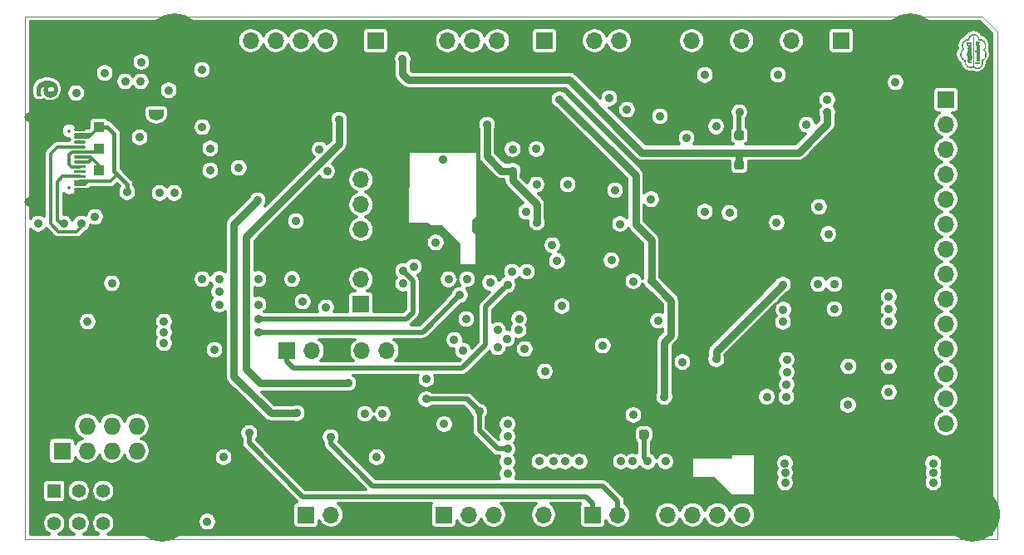
<source format=gbr>
%TF.GenerationSoftware,KiCad,Pcbnew,5.1.6-c6e7f7d~87~ubuntu18.04.1*%
%TF.CreationDate,2020-10-25T15:09:58+02:00*%
%TF.ProjectId,PSLab,50534c61-622e-46b6-9963-61645f706362,v6.1*%
%TF.SameCoordinates,Original*%
%TF.FileFunction,Copper,L4,Bot*%
%TF.FilePolarity,Positive*%
%FSLAX46Y46*%
G04 Gerber Fmt 4.6, Leading zero omitted, Abs format (unit mm)*
G04 Created by KiCad (PCBNEW 5.1.6-c6e7f7d~87~ubuntu18.04.1) date 2020-10-25 15:09:58*
%MOMM*%
%LPD*%
G01*
G04 APERTURE LIST*
%TA.AperFunction,Profile*%
%ADD10C,0.100000*%
%TD*%
%TA.AperFunction,EtchedComponent*%
%ADD11C,0.010000*%
%TD*%
%TA.AperFunction,ComponentPad*%
%ADD12O,2.100000X1.000000*%
%TD*%
%TA.AperFunction,ComponentPad*%
%ADD13O,2.000000X1.000000*%
%TD*%
%TA.AperFunction,SMDPad,CuDef*%
%ADD14R,1.000000X1.000000*%
%TD*%
%TA.AperFunction,ComponentPad*%
%ADD15R,1.700000X1.700000*%
%TD*%
%TA.AperFunction,ComponentPad*%
%ADD16O,1.700000X1.700000*%
%TD*%
%TA.AperFunction,ComponentPad*%
%ADD17R,1.400000X1.400000*%
%TD*%
%TA.AperFunction,ComponentPad*%
%ADD18C,1.400000*%
%TD*%
%TA.AperFunction,ComponentPad*%
%ADD19R,1.727200X1.727200*%
%TD*%
%TA.AperFunction,ComponentPad*%
%ADD20O,1.727200X1.727200*%
%TD*%
%TA.AperFunction,ComponentPad*%
%ADD21C,5.600000*%
%TD*%
%TA.AperFunction,SMDPad,CuDef*%
%ADD22C,0.150000*%
%TD*%
%TA.AperFunction,ViaPad*%
%ADD23C,0.914400*%
%TD*%
%TA.AperFunction,Conductor*%
%ADD24C,0.508000*%
%TD*%
%TA.AperFunction,Conductor*%
%ADD25C,0.304800*%
%TD*%
%TA.AperFunction,Conductor*%
%ADD26C,0.762000*%
%TD*%
%TA.AperFunction,Conductor*%
%ADD27C,0.406400*%
%TD*%
%TA.AperFunction,Conductor*%
%ADD28C,0.300000*%
%TD*%
%ADD29C,0.350000*%
%ADD30O,1.700000X0.600000*%
%ADD31O,1.600000X0.600000*%
G04 APERTURE END LIST*
D10*
X90940000Y-113580000D02*
X90940000Y-60270000D01*
X189970000Y-113580000D02*
X90940000Y-113580000D01*
X189970000Y-61790000D02*
X189970000Y-113580000D01*
X188450000Y-60270000D02*
X189970000Y-61790000D01*
X90940000Y-60270000D02*
X188450000Y-60270000D01*
D11*
%TO.C,Z9*%
G36*
X188151360Y-62942720D02*
G01*
X188015748Y-62942720D01*
X188012431Y-62999870D01*
X188010123Y-63032532D01*
X188007146Y-63057435D01*
X188002921Y-63076977D01*
X187996870Y-63093557D01*
X187988412Y-63109575D01*
X187984368Y-63116139D01*
X187963399Y-63140122D01*
X187935904Y-63156412D01*
X187902124Y-63164894D01*
X187879852Y-63166190D01*
X187853718Y-63164753D01*
X187832529Y-63159885D01*
X187818620Y-63154210D01*
X187800485Y-63144683D01*
X187787304Y-63134455D01*
X187776628Y-63120863D01*
X187766008Y-63101242D01*
X187761844Y-63092442D01*
X187757267Y-63082272D01*
X187753780Y-63073051D01*
X187751206Y-63063188D01*
X187749367Y-63051096D01*
X187748086Y-63035184D01*
X187747184Y-63013865D01*
X187746484Y-62985548D01*
X187745815Y-62949070D01*
X187745705Y-62942720D01*
X187826240Y-62942720D01*
X187826240Y-62978532D01*
X187828747Y-63010368D01*
X187836246Y-63033544D01*
X187848697Y-63047947D01*
X187850369Y-63048993D01*
X187864041Y-63053092D01*
X187882215Y-63054097D01*
X187899719Y-63052007D01*
X187908284Y-63048991D01*
X187919957Y-63037282D01*
X187928162Y-63017285D01*
X187932419Y-62990421D01*
X187932920Y-62975903D01*
X187932920Y-62942720D01*
X187826240Y-62942720D01*
X187745705Y-62942720D01*
X187743857Y-62836040D01*
X188151360Y-62836040D01*
X188151360Y-62942720D01*
G37*
X188151360Y-62942720D02*
X188015748Y-62942720D01*
X188012431Y-62999870D01*
X188010123Y-63032532D01*
X188007146Y-63057435D01*
X188002921Y-63076977D01*
X187996870Y-63093557D01*
X187988412Y-63109575D01*
X187984368Y-63116139D01*
X187963399Y-63140122D01*
X187935904Y-63156412D01*
X187902124Y-63164894D01*
X187879852Y-63166190D01*
X187853718Y-63164753D01*
X187832529Y-63159885D01*
X187818620Y-63154210D01*
X187800485Y-63144683D01*
X187787304Y-63134455D01*
X187776628Y-63120863D01*
X187766008Y-63101242D01*
X187761844Y-63092442D01*
X187757267Y-63082272D01*
X187753780Y-63073051D01*
X187751206Y-63063188D01*
X187749367Y-63051096D01*
X187748086Y-63035184D01*
X187747184Y-63013865D01*
X187746484Y-62985548D01*
X187745815Y-62949070D01*
X187745705Y-62942720D01*
X187826240Y-62942720D01*
X187826240Y-62978532D01*
X187828747Y-63010368D01*
X187836246Y-63033544D01*
X187848697Y-63047947D01*
X187850369Y-63048993D01*
X187864041Y-63053092D01*
X187882215Y-63054097D01*
X187899719Y-63052007D01*
X187908284Y-63048991D01*
X187919957Y-63037282D01*
X187928162Y-63017285D01*
X187932419Y-62990421D01*
X187932920Y-62975903D01*
X187932920Y-62942720D01*
X187826240Y-62942720D01*
X187745705Y-62942720D01*
X187743857Y-62836040D01*
X188151360Y-62836040D01*
X188151360Y-62942720D01*
G36*
X187272431Y-63010030D02*
G01*
X187271727Y-63060705D01*
X187269477Y-63102672D01*
X187265321Y-63137313D01*
X187258900Y-63166011D01*
X187249857Y-63190147D01*
X187237833Y-63211104D01*
X187222468Y-63230264D01*
X187212665Y-63240341D01*
X187180952Y-63264354D01*
X187143282Y-63281231D01*
X187101321Y-63290554D01*
X187056733Y-63291907D01*
X187023830Y-63287690D01*
X186986296Y-63275590D01*
X186951947Y-63255417D01*
X186922658Y-63228726D01*
X186900302Y-63197067D01*
X186891716Y-63178298D01*
X186884389Y-63155483D01*
X186878894Y-63130302D01*
X186875039Y-63101043D01*
X186872629Y-63065996D01*
X186871471Y-63023450D01*
X186871442Y-63018920D01*
X186951013Y-63018920D01*
X186953863Y-63056599D01*
X186960227Y-63096528D01*
X186972757Y-63128493D01*
X186991591Y-63152711D01*
X187016865Y-63169396D01*
X187028680Y-63173967D01*
X187057414Y-63179388D01*
X187088688Y-63178955D01*
X187118294Y-63172997D01*
X187135999Y-63165589D01*
X187160282Y-63147277D01*
X187177384Y-63122823D01*
X187187594Y-63091629D01*
X187191199Y-63053097D01*
X187191211Y-63050670D01*
X187191240Y-63018920D01*
X186951013Y-63018920D01*
X186871442Y-63018920D01*
X186871300Y-62997330D01*
X186871200Y-62912240D01*
X187272520Y-62912240D01*
X187272431Y-63010030D01*
G37*
X187272431Y-63010030D02*
X187271727Y-63060705D01*
X187269477Y-63102672D01*
X187265321Y-63137313D01*
X187258900Y-63166011D01*
X187249857Y-63190147D01*
X187237833Y-63211104D01*
X187222468Y-63230264D01*
X187212665Y-63240341D01*
X187180952Y-63264354D01*
X187143282Y-63281231D01*
X187101321Y-63290554D01*
X187056733Y-63291907D01*
X187023830Y-63287690D01*
X186986296Y-63275590D01*
X186951947Y-63255417D01*
X186922658Y-63228726D01*
X186900302Y-63197067D01*
X186891716Y-63178298D01*
X186884389Y-63155483D01*
X186878894Y-63130302D01*
X186875039Y-63101043D01*
X186872629Y-63065996D01*
X186871471Y-63023450D01*
X186871442Y-63018920D01*
X186951013Y-63018920D01*
X186953863Y-63056599D01*
X186960227Y-63096528D01*
X186972757Y-63128493D01*
X186991591Y-63152711D01*
X187016865Y-63169396D01*
X187028680Y-63173967D01*
X187057414Y-63179388D01*
X187088688Y-63178955D01*
X187118294Y-63172997D01*
X187135999Y-63165589D01*
X187160282Y-63147277D01*
X187177384Y-63122823D01*
X187187594Y-63091629D01*
X187191199Y-63053097D01*
X187191211Y-63050670D01*
X187191240Y-63018920D01*
X186951013Y-63018920D01*
X186871442Y-63018920D01*
X186871300Y-62997330D01*
X186871200Y-62912240D01*
X187272520Y-62912240D01*
X187272431Y-63010030D01*
G36*
X188095188Y-63200380D02*
G01*
X188121045Y-63215718D01*
X188123726Y-63217990D01*
X188141213Y-63237703D01*
X188151728Y-63261009D01*
X188156160Y-63290182D01*
X188156440Y-63301643D01*
X188152832Y-63337234D01*
X188141814Y-63366430D01*
X188127280Y-63385950D01*
X188113899Y-63399920D01*
X188151360Y-63399920D01*
X188151360Y-63501520D01*
X188051030Y-63501177D01*
X188006736Y-63500613D01*
X187970889Y-63499274D01*
X187944042Y-63497191D01*
X187926750Y-63494393D01*
X187926150Y-63494235D01*
X187894753Y-63481051D01*
X187870168Y-63460379D01*
X187852747Y-63432573D01*
X187846217Y-63413889D01*
X187844121Y-63401249D01*
X188014200Y-63401249D01*
X188033130Y-63398177D01*
X188049687Y-63393448D01*
X188064149Y-63386146D01*
X188064880Y-63385622D01*
X188074793Y-63374697D01*
X188083451Y-63359369D01*
X188085091Y-63355219D01*
X188089383Y-63340745D01*
X188089318Y-63330166D01*
X188084772Y-63318140D01*
X188084212Y-63316959D01*
X188072835Y-63301906D01*
X188058664Y-63295389D01*
X188043839Y-63297057D01*
X188030500Y-63306564D01*
X188020785Y-63323560D01*
X188019560Y-63327481D01*
X188016405Y-63344201D01*
X188014490Y-63364665D01*
X188014228Y-63373914D01*
X188014200Y-63401249D01*
X187844121Y-63401249D01*
X187843195Y-63395669D01*
X187841471Y-63370206D01*
X187841035Y-63340330D01*
X187841872Y-63308872D01*
X187843971Y-63278664D01*
X187846925Y-63254904D01*
X187853033Y-63217040D01*
X187892976Y-63217040D01*
X187911671Y-63217188D01*
X187925683Y-63217583D01*
X187932586Y-63218146D01*
X187932917Y-63218310D01*
X187931261Y-63223335D01*
X187926970Y-63235068D01*
X187922281Y-63247520D01*
X187913456Y-63277380D01*
X187908911Y-63307785D01*
X187908544Y-63336675D01*
X187912256Y-63361986D01*
X187919945Y-63381658D01*
X187929359Y-63392284D01*
X187938278Y-63397814D01*
X187944558Y-63398997D01*
X187948780Y-63394644D01*
X187951522Y-63383565D01*
X187953364Y-63364570D01*
X187954707Y-63340230D01*
X187956898Y-63305695D01*
X187960078Y-63279313D01*
X187964805Y-63259085D01*
X187971638Y-63243013D01*
X187981137Y-63229097D01*
X187987946Y-63221377D01*
X188010961Y-63203885D01*
X188037962Y-63194518D01*
X188066766Y-63193331D01*
X188095188Y-63200380D01*
G37*
X188095188Y-63200380D02*
X188121045Y-63215718D01*
X188123726Y-63217990D01*
X188141213Y-63237703D01*
X188151728Y-63261009D01*
X188156160Y-63290182D01*
X188156440Y-63301643D01*
X188152832Y-63337234D01*
X188141814Y-63366430D01*
X188127280Y-63385950D01*
X188113899Y-63399920D01*
X188151360Y-63399920D01*
X188151360Y-63501520D01*
X188051030Y-63501177D01*
X188006736Y-63500613D01*
X187970889Y-63499274D01*
X187944042Y-63497191D01*
X187926750Y-63494393D01*
X187926150Y-63494235D01*
X187894753Y-63481051D01*
X187870168Y-63460379D01*
X187852747Y-63432573D01*
X187846217Y-63413889D01*
X187844121Y-63401249D01*
X188014200Y-63401249D01*
X188033130Y-63398177D01*
X188049687Y-63393448D01*
X188064149Y-63386146D01*
X188064880Y-63385622D01*
X188074793Y-63374697D01*
X188083451Y-63359369D01*
X188085091Y-63355219D01*
X188089383Y-63340745D01*
X188089318Y-63330166D01*
X188084772Y-63318140D01*
X188084212Y-63316959D01*
X188072835Y-63301906D01*
X188058664Y-63295389D01*
X188043839Y-63297057D01*
X188030500Y-63306564D01*
X188020785Y-63323560D01*
X188019560Y-63327481D01*
X188016405Y-63344201D01*
X188014490Y-63364665D01*
X188014228Y-63373914D01*
X188014200Y-63401249D01*
X187844121Y-63401249D01*
X187843195Y-63395669D01*
X187841471Y-63370206D01*
X187841035Y-63340330D01*
X187841872Y-63308872D01*
X187843971Y-63278664D01*
X187846925Y-63254904D01*
X187853033Y-63217040D01*
X187892976Y-63217040D01*
X187911671Y-63217188D01*
X187925683Y-63217583D01*
X187932586Y-63218146D01*
X187932917Y-63218310D01*
X187931261Y-63223335D01*
X187926970Y-63235068D01*
X187922281Y-63247520D01*
X187913456Y-63277380D01*
X187908911Y-63307785D01*
X187908544Y-63336675D01*
X187912256Y-63361986D01*
X187919945Y-63381658D01*
X187929359Y-63392284D01*
X187938278Y-63397814D01*
X187944558Y-63398997D01*
X187948780Y-63394644D01*
X187951522Y-63383565D01*
X187953364Y-63364570D01*
X187954707Y-63340230D01*
X187956898Y-63305695D01*
X187960078Y-63279313D01*
X187964805Y-63259085D01*
X187971638Y-63243013D01*
X187981137Y-63229097D01*
X187987946Y-63221377D01*
X188010961Y-63203885D01*
X188037962Y-63194518D01*
X188066766Y-63193331D01*
X188095188Y-63200380D01*
G36*
X187153040Y-63342689D02*
G01*
X187178621Y-63346455D01*
X187199484Y-63353856D01*
X187218250Y-63365711D01*
X187230610Y-63376233D01*
X187251034Y-63398382D01*
X187265421Y-63422751D01*
X187275737Y-63452863D01*
X187277608Y-63460410D01*
X187281074Y-63485822D01*
X187281647Y-63517526D01*
X187279519Y-63552136D01*
X187274886Y-63586264D01*
X187268870Y-63613280D01*
X187259694Y-63646300D01*
X187218074Y-63647771D01*
X187176454Y-63649243D01*
X187192317Y-63614751D01*
X187201362Y-63592696D01*
X187206790Y-63572131D01*
X187209724Y-63548218D01*
X187210450Y-63536679D01*
X187210707Y-63506775D01*
X187207374Y-63484790D01*
X187199680Y-63468882D01*
X187186853Y-63457208D01*
X187174393Y-63450562D01*
X187153140Y-63441044D01*
X187151772Y-63552562D01*
X187150405Y-63664080D01*
X187118752Y-63663914D01*
X187096011Y-63662168D01*
X187072301Y-63657880D01*
X187060201Y-63654457D01*
X187026901Y-63638485D01*
X187000622Y-63615568D01*
X186980420Y-63585201D01*
X186972911Y-63569507D01*
X186968356Y-63555904D01*
X186966036Y-63540829D01*
X186965236Y-63520720D01*
X186965180Y-63509500D01*
X186965635Y-63501345D01*
X187033760Y-63501345D01*
X187036113Y-63523349D01*
X187044272Y-63539205D01*
X187059881Y-63552035D01*
X187060754Y-63552572D01*
X187072484Y-63559294D01*
X187080515Y-63561829D01*
X187085546Y-63559003D01*
X187088277Y-63549640D01*
X187089408Y-63532564D01*
X187089639Y-63506601D01*
X187089640Y-63504060D01*
X187089544Y-63478985D01*
X187089049Y-63462347D01*
X187087839Y-63452419D01*
X187085599Y-63447477D01*
X187082013Y-63445798D01*
X187078972Y-63445640D01*
X187069159Y-63449081D01*
X187056641Y-63457785D01*
X187051032Y-63462912D01*
X187039679Y-63476216D01*
X187034670Y-63488870D01*
X187033760Y-63501345D01*
X186965635Y-63501345D01*
X186967381Y-63470120D01*
X186974453Y-63437787D01*
X186987094Y-63410281D01*
X187003450Y-63388231D01*
X187024639Y-63367680D01*
X187047225Y-63353777D01*
X187073643Y-63345553D01*
X187106328Y-63342039D01*
X187120120Y-63341739D01*
X187153040Y-63342689D01*
G37*
X187153040Y-63342689D02*
X187178621Y-63346455D01*
X187199484Y-63353856D01*
X187218250Y-63365711D01*
X187230610Y-63376233D01*
X187251034Y-63398382D01*
X187265421Y-63422751D01*
X187275737Y-63452863D01*
X187277608Y-63460410D01*
X187281074Y-63485822D01*
X187281647Y-63517526D01*
X187279519Y-63552136D01*
X187274886Y-63586264D01*
X187268870Y-63613280D01*
X187259694Y-63646300D01*
X187218074Y-63647771D01*
X187176454Y-63649243D01*
X187192317Y-63614751D01*
X187201362Y-63592696D01*
X187206790Y-63572131D01*
X187209724Y-63548218D01*
X187210450Y-63536679D01*
X187210707Y-63506775D01*
X187207374Y-63484790D01*
X187199680Y-63468882D01*
X187186853Y-63457208D01*
X187174393Y-63450562D01*
X187153140Y-63441044D01*
X187151772Y-63552562D01*
X187150405Y-63664080D01*
X187118752Y-63663914D01*
X187096011Y-63662168D01*
X187072301Y-63657880D01*
X187060201Y-63654457D01*
X187026901Y-63638485D01*
X187000622Y-63615568D01*
X186980420Y-63585201D01*
X186972911Y-63569507D01*
X186968356Y-63555904D01*
X186966036Y-63540829D01*
X186965236Y-63520720D01*
X186965180Y-63509500D01*
X186965635Y-63501345D01*
X187033760Y-63501345D01*
X187036113Y-63523349D01*
X187044272Y-63539205D01*
X187059881Y-63552035D01*
X187060754Y-63552572D01*
X187072484Y-63559294D01*
X187080515Y-63561829D01*
X187085546Y-63559003D01*
X187088277Y-63549640D01*
X187089408Y-63532564D01*
X187089639Y-63506601D01*
X187089640Y-63504060D01*
X187089544Y-63478985D01*
X187089049Y-63462347D01*
X187087839Y-63452419D01*
X187085599Y-63447477D01*
X187082013Y-63445798D01*
X187078972Y-63445640D01*
X187069159Y-63449081D01*
X187056641Y-63457785D01*
X187051032Y-63462912D01*
X187039679Y-63476216D01*
X187034670Y-63488870D01*
X187033760Y-63501345D01*
X186965635Y-63501345D01*
X186967381Y-63470120D01*
X186974453Y-63437787D01*
X186987094Y-63410281D01*
X187003450Y-63388231D01*
X187024639Y-63367680D01*
X187047225Y-63353777D01*
X187073643Y-63345553D01*
X187106328Y-63342039D01*
X187120120Y-63341739D01*
X187153040Y-63342689D01*
G36*
X188026168Y-63566230D02*
G01*
X188044667Y-63568387D01*
X188060960Y-63572767D01*
X188079010Y-63580116D01*
X188079106Y-63580159D01*
X188111624Y-63598979D01*
X188135145Y-63622378D01*
X188149914Y-63650717D01*
X188156175Y-63684354D01*
X188156440Y-63693776D01*
X188153169Y-63726448D01*
X188142761Y-63753551D01*
X188126744Y-63775000D01*
X188111723Y-63791080D01*
X188151360Y-63791080D01*
X188151360Y-63887600D01*
X187729720Y-63887600D01*
X187729720Y-63791080D01*
X187883023Y-63791080D01*
X187869101Y-63774570D01*
X187852685Y-63750339D01*
X187843645Y-63724012D01*
X187843092Y-63717738D01*
X187914745Y-63717738D01*
X187915337Y-63737151D01*
X187922591Y-63756741D01*
X187934670Y-63772122D01*
X187938783Y-63775150D01*
X187957819Y-63782711D01*
X187982587Y-63786720D01*
X188009261Y-63787071D01*
X188034015Y-63783660D01*
X188049771Y-63778200D01*
X188069180Y-63764261D01*
X188079512Y-63746211D01*
X188081625Y-63730390D01*
X188077490Y-63706298D01*
X188065152Y-63688137D01*
X188044709Y-63675979D01*
X188016259Y-63669898D01*
X187999453Y-63669160D01*
X187966633Y-63672218D01*
X187941388Y-63681266D01*
X187924058Y-63696107D01*
X187914980Y-63716549D01*
X187914745Y-63717738D01*
X187843092Y-63717738D01*
X187840845Y-63692260D01*
X187840845Y-63691843D01*
X187844385Y-63659194D01*
X187855709Y-63631809D01*
X187875867Y-63607410D01*
X187882659Y-63601296D01*
X187907904Y-63583808D01*
X187936497Y-63572474D01*
X187970537Y-63566661D01*
X188001500Y-63565549D01*
X188026168Y-63566230D01*
G37*
X188026168Y-63566230D02*
X188044667Y-63568387D01*
X188060960Y-63572767D01*
X188079010Y-63580116D01*
X188079106Y-63580159D01*
X188111624Y-63598979D01*
X188135145Y-63622378D01*
X188149914Y-63650717D01*
X188156175Y-63684354D01*
X188156440Y-63693776D01*
X188153169Y-63726448D01*
X188142761Y-63753551D01*
X188126744Y-63775000D01*
X188111723Y-63791080D01*
X188151360Y-63791080D01*
X188151360Y-63887600D01*
X187729720Y-63887600D01*
X187729720Y-63791080D01*
X187883023Y-63791080D01*
X187869101Y-63774570D01*
X187852685Y-63750339D01*
X187843645Y-63724012D01*
X187843092Y-63717738D01*
X187914745Y-63717738D01*
X187915337Y-63737151D01*
X187922591Y-63756741D01*
X187934670Y-63772122D01*
X187938783Y-63775150D01*
X187957819Y-63782711D01*
X187982587Y-63786720D01*
X188009261Y-63787071D01*
X188034015Y-63783660D01*
X188049771Y-63778200D01*
X188069180Y-63764261D01*
X188079512Y-63746211D01*
X188081625Y-63730390D01*
X188077490Y-63706298D01*
X188065152Y-63688137D01*
X188044709Y-63675979D01*
X188016259Y-63669898D01*
X187999453Y-63669160D01*
X187966633Y-63672218D01*
X187941388Y-63681266D01*
X187924058Y-63696107D01*
X187914980Y-63716549D01*
X187914745Y-63717738D01*
X187843092Y-63717738D01*
X187840845Y-63692260D01*
X187840845Y-63691843D01*
X187844385Y-63659194D01*
X187855709Y-63631809D01*
X187875867Y-63607410D01*
X187882659Y-63601296D01*
X187907904Y-63583808D01*
X187936497Y-63572474D01*
X187970537Y-63566661D01*
X188001500Y-63565549D01*
X188026168Y-63566230D01*
G36*
X187093721Y-63719718D02*
G01*
X187113651Y-63728135D01*
X187128847Y-63742505D01*
X187140376Y-63764024D01*
X187149301Y-63793887D01*
X187152948Y-63811400D01*
X187158840Y-63841822D01*
X187163603Y-63863621D01*
X187167757Y-63878201D01*
X187171822Y-63886964D01*
X187176316Y-63891312D01*
X187181759Y-63892650D01*
X187183036Y-63892680D01*
X187196126Y-63889878D01*
X187204869Y-63880729D01*
X187209822Y-63864118D01*
X187211544Y-63838927D01*
X187211560Y-63835582D01*
X187206844Y-63788149D01*
X187193001Y-63739462D01*
X187188704Y-63728624D01*
X187187623Y-63724101D01*
X187190299Y-63721522D01*
X187198572Y-63720498D01*
X187214281Y-63720642D01*
X187224795Y-63721004D01*
X187264691Y-63722500D01*
X187271651Y-63750440D01*
X187274422Y-63766561D01*
X187276805Y-63789730D01*
X187278542Y-63816832D01*
X187279376Y-63844420D01*
X187279569Y-63871892D01*
X187279181Y-63891597D01*
X187277876Y-63905922D01*
X187275317Y-63917257D01*
X187271169Y-63927990D01*
X187266154Y-63938400D01*
X187252845Y-63961118D01*
X187238476Y-63975749D01*
X187220324Y-63984044D01*
X187195664Y-63987752D01*
X187188700Y-63988143D01*
X187164930Y-63988172D01*
X187147577Y-63985421D01*
X187135360Y-63980573D01*
X187120393Y-63969110D01*
X187107895Y-63950908D01*
X187097417Y-63924995D01*
X187088513Y-63890400D01*
X187084687Y-63870541D01*
X187080496Y-63848002D01*
X187076593Y-63829065D01*
X187073482Y-63816052D01*
X187071947Y-63811540D01*
X187063753Y-63806523D01*
X187052205Y-63807282D01*
X187041721Y-63813048D01*
X187038358Y-63817379D01*
X187035186Y-63830048D01*
X187034314Y-63849766D01*
X187035520Y-63873741D01*
X187038583Y-63899181D01*
X187043283Y-63923291D01*
X187048045Y-63939670D01*
X187058391Y-63968880D01*
X186979201Y-63968880D01*
X186973479Y-63939670D01*
X186965999Y-63888584D01*
X186964200Y-63841758D01*
X186968023Y-63800474D01*
X186977410Y-63766013D01*
X186981992Y-63755815D01*
X186997486Y-63736096D01*
X187020071Y-63722734D01*
X187048474Y-63716319D01*
X187067995Y-63716062D01*
X187093721Y-63719718D01*
G37*
X187093721Y-63719718D02*
X187113651Y-63728135D01*
X187128847Y-63742505D01*
X187140376Y-63764024D01*
X187149301Y-63793887D01*
X187152948Y-63811400D01*
X187158840Y-63841822D01*
X187163603Y-63863621D01*
X187167757Y-63878201D01*
X187171822Y-63886964D01*
X187176316Y-63891312D01*
X187181759Y-63892650D01*
X187183036Y-63892680D01*
X187196126Y-63889878D01*
X187204869Y-63880729D01*
X187209822Y-63864118D01*
X187211544Y-63838927D01*
X187211560Y-63835582D01*
X187206844Y-63788149D01*
X187193001Y-63739462D01*
X187188704Y-63728624D01*
X187187623Y-63724101D01*
X187190299Y-63721522D01*
X187198572Y-63720498D01*
X187214281Y-63720642D01*
X187224795Y-63721004D01*
X187264691Y-63722500D01*
X187271651Y-63750440D01*
X187274422Y-63766561D01*
X187276805Y-63789730D01*
X187278542Y-63816832D01*
X187279376Y-63844420D01*
X187279569Y-63871892D01*
X187279181Y-63891597D01*
X187277876Y-63905922D01*
X187275317Y-63917257D01*
X187271169Y-63927990D01*
X187266154Y-63938400D01*
X187252845Y-63961118D01*
X187238476Y-63975749D01*
X187220324Y-63984044D01*
X187195664Y-63987752D01*
X187188700Y-63988143D01*
X187164930Y-63988172D01*
X187147577Y-63985421D01*
X187135360Y-63980573D01*
X187120393Y-63969110D01*
X187107895Y-63950908D01*
X187097417Y-63924995D01*
X187088513Y-63890400D01*
X187084687Y-63870541D01*
X187080496Y-63848002D01*
X187076593Y-63829065D01*
X187073482Y-63816052D01*
X187071947Y-63811540D01*
X187063753Y-63806523D01*
X187052205Y-63807282D01*
X187041721Y-63813048D01*
X187038358Y-63817379D01*
X187035186Y-63830048D01*
X187034314Y-63849766D01*
X187035520Y-63873741D01*
X187038583Y-63899181D01*
X187043283Y-63923291D01*
X187048045Y-63939670D01*
X187058391Y-63968880D01*
X186979201Y-63968880D01*
X186973479Y-63939670D01*
X186965999Y-63888584D01*
X186964200Y-63841758D01*
X186968023Y-63800474D01*
X186977410Y-63766013D01*
X186981992Y-63755815D01*
X186997486Y-63736096D01*
X187020071Y-63722734D01*
X187048474Y-63716319D01*
X187067995Y-63716062D01*
X187093721Y-63719718D01*
G36*
X187272520Y-64156840D02*
G01*
X186972800Y-64156840D01*
X186972800Y-64060320D01*
X187272520Y-64060320D01*
X187272520Y-64156840D01*
G37*
X187272520Y-64156840D02*
X186972800Y-64156840D01*
X186972800Y-64060320D01*
X187272520Y-64060320D01*
X187272520Y-64156840D01*
G36*
X186937240Y-64156840D02*
G01*
X186855960Y-64156840D01*
X186855960Y-64060320D01*
X186937240Y-64060320D01*
X186937240Y-64156840D01*
G37*
X186937240Y-64156840D02*
X186855960Y-64156840D01*
X186855960Y-64060320D01*
X186937240Y-64060320D01*
X186937240Y-64156840D01*
G36*
X188151360Y-64074299D02*
G01*
X188061190Y-64076631D01*
X188022164Y-64077989D01*
X187991902Y-64079998D01*
X187969012Y-64082968D01*
X187952102Y-64087207D01*
X187939781Y-64093024D01*
X187930658Y-64100727D01*
X187925963Y-64106633D01*
X187919953Y-64120398D01*
X187917680Y-64134993D01*
X187918416Y-64145042D01*
X187921386Y-64152874D01*
X187927732Y-64158803D01*
X187938597Y-64163147D01*
X187955122Y-64166222D01*
X187978450Y-64168346D01*
X188009723Y-64169834D01*
X188047348Y-64170935D01*
X188151360Y-64173534D01*
X188151360Y-64267358D01*
X188058650Y-64269540D01*
X188023073Y-64270535D01*
X187995997Y-64271840D01*
X187975761Y-64273790D01*
X187960707Y-64276716D01*
X187949173Y-64280952D01*
X187939501Y-64286831D01*
X187930031Y-64294685D01*
X187929110Y-64295520D01*
X187919960Y-64309212D01*
X187917680Y-64325248D01*
X187918247Y-64336247D01*
X187920719Y-64344734D01*
X187926248Y-64351020D01*
X187935986Y-64355420D01*
X187951085Y-64358246D01*
X187972698Y-64359811D01*
X188001979Y-64360427D01*
X188040078Y-64360407D01*
X188047079Y-64360366D01*
X188151360Y-64359707D01*
X188151360Y-64461640D01*
X188038330Y-64461417D01*
X187995316Y-64461100D01*
X187961556Y-64460306D01*
X187936150Y-64458988D01*
X187918201Y-64457099D01*
X187906810Y-64454589D01*
X187906296Y-64454411D01*
X187877919Y-64440590D01*
X187857971Y-64421909D01*
X187845799Y-64397411D01*
X187840752Y-64366139D01*
X187840531Y-64357792D01*
X187843157Y-64327967D01*
X187852372Y-64302946D01*
X187869604Y-64279159D01*
X187873798Y-64274596D01*
X187889740Y-64257732D01*
X187875590Y-64247371D01*
X187856838Y-64227731D01*
X187845068Y-64202757D01*
X187840342Y-64174554D01*
X187842722Y-64145226D01*
X187852270Y-64116879D01*
X187869048Y-64091618D01*
X187870950Y-64089530D01*
X187884020Y-64075560D01*
X187846560Y-64075560D01*
X187846560Y-63979040D01*
X188151360Y-63979040D01*
X188151360Y-64074299D01*
G37*
X188151360Y-64074299D02*
X188061190Y-64076631D01*
X188022164Y-64077989D01*
X187991902Y-64079998D01*
X187969012Y-64082968D01*
X187952102Y-64087207D01*
X187939781Y-64093024D01*
X187930658Y-64100727D01*
X187925963Y-64106633D01*
X187919953Y-64120398D01*
X187917680Y-64134993D01*
X187918416Y-64145042D01*
X187921386Y-64152874D01*
X187927732Y-64158803D01*
X187938597Y-64163147D01*
X187955122Y-64166222D01*
X187978450Y-64168346D01*
X188009723Y-64169834D01*
X188047348Y-64170935D01*
X188151360Y-64173534D01*
X188151360Y-64267358D01*
X188058650Y-64269540D01*
X188023073Y-64270535D01*
X187995997Y-64271840D01*
X187975761Y-64273790D01*
X187960707Y-64276716D01*
X187949173Y-64280952D01*
X187939501Y-64286831D01*
X187930031Y-64294685D01*
X187929110Y-64295520D01*
X187919960Y-64309212D01*
X187917680Y-64325248D01*
X187918247Y-64336247D01*
X187920719Y-64344734D01*
X187926248Y-64351020D01*
X187935986Y-64355420D01*
X187951085Y-64358246D01*
X187972698Y-64359811D01*
X188001979Y-64360427D01*
X188040078Y-64360407D01*
X188047079Y-64360366D01*
X188151360Y-64359707D01*
X188151360Y-64461640D01*
X188038330Y-64461417D01*
X187995316Y-64461100D01*
X187961556Y-64460306D01*
X187936150Y-64458988D01*
X187918201Y-64457099D01*
X187906810Y-64454589D01*
X187906296Y-64454411D01*
X187877919Y-64440590D01*
X187857971Y-64421909D01*
X187845799Y-64397411D01*
X187840752Y-64366139D01*
X187840531Y-64357792D01*
X187843157Y-64327967D01*
X187852372Y-64302946D01*
X187869604Y-64279159D01*
X187873798Y-64274596D01*
X187889740Y-64257732D01*
X187875590Y-64247371D01*
X187856838Y-64227731D01*
X187845068Y-64202757D01*
X187840342Y-64174554D01*
X187842722Y-64145226D01*
X187852270Y-64116879D01*
X187869048Y-64091618D01*
X187870950Y-64089530D01*
X187884020Y-64075560D01*
X187846560Y-64075560D01*
X187846560Y-63979040D01*
X188151360Y-63979040D01*
X188151360Y-64074299D01*
G36*
X187158489Y-64229143D02*
G01*
X187192822Y-64238339D01*
X187222215Y-64254535D01*
X187231855Y-64262137D01*
X187253612Y-64285736D01*
X187266773Y-64312713D01*
X187272173Y-64344956D01*
X187272408Y-64353853D01*
X187268834Y-64389193D01*
X187257606Y-64418481D01*
X187243040Y-64438063D01*
X187229340Y-64452586D01*
X187252200Y-64448999D01*
X187270264Y-64444742D01*
X187286850Y-64438601D01*
X187290300Y-64436844D01*
X187307845Y-64421405D01*
X187318814Y-64399144D01*
X187323144Y-64371038D01*
X187320776Y-64338061D01*
X187311645Y-64301189D01*
X187300692Y-64272410D01*
X187299693Y-64267981D01*
X187302648Y-64265322D01*
X187311370Y-64263992D01*
X187327674Y-64263548D01*
X187337208Y-64263520D01*
X187377583Y-64263520D01*
X187383482Y-64290190D01*
X187391299Y-64340135D01*
X187392467Y-64387749D01*
X187387098Y-64431285D01*
X187375302Y-64468993D01*
X187371678Y-64476684D01*
X187354789Y-64501773D01*
X187332311Y-64523670D01*
X187307439Y-64539455D01*
X187299316Y-64542802D01*
X187289304Y-64545040D01*
X187272575Y-64546933D01*
X187248434Y-64548519D01*
X187216191Y-64549832D01*
X187175151Y-64550909D01*
X187126470Y-64551760D01*
X186972800Y-64553972D01*
X186972800Y-64451480D01*
X187009151Y-64451480D01*
X186991192Y-64430498D01*
X186973401Y-64402420D01*
X186968665Y-64385824D01*
X187039193Y-64385824D01*
X187040521Y-64405596D01*
X187049345Y-64423431D01*
X187065770Y-64437082D01*
X187094391Y-64447057D01*
X187126011Y-64448971D01*
X187157409Y-64442797D01*
X187169423Y-64437944D01*
X187187259Y-64424791D01*
X187197372Y-64407392D01*
X187199971Y-64387850D01*
X187195265Y-64368266D01*
X187183464Y-64350743D01*
X187164778Y-64337382D01*
X187159159Y-64334978D01*
X187139089Y-64330663D01*
X187114664Y-64329917D01*
X187091006Y-64332641D01*
X187077629Y-64336564D01*
X187058003Y-64349140D01*
X187045105Y-64366283D01*
X187039193Y-64385824D01*
X186968665Y-64385824D01*
X186964568Y-64371470D01*
X186964628Y-64339449D01*
X186973518Y-64308161D01*
X186991173Y-64279408D01*
X186996747Y-64273043D01*
X187022520Y-64250888D01*
X187052139Y-64236183D01*
X187087278Y-64228282D01*
X187117580Y-64226438D01*
X187158489Y-64229143D01*
G37*
X187158489Y-64229143D02*
X187192822Y-64238339D01*
X187222215Y-64254535D01*
X187231855Y-64262137D01*
X187253612Y-64285736D01*
X187266773Y-64312713D01*
X187272173Y-64344956D01*
X187272408Y-64353853D01*
X187268834Y-64389193D01*
X187257606Y-64418481D01*
X187243040Y-64438063D01*
X187229340Y-64452586D01*
X187252200Y-64448999D01*
X187270264Y-64444742D01*
X187286850Y-64438601D01*
X187290300Y-64436844D01*
X187307845Y-64421405D01*
X187318814Y-64399144D01*
X187323144Y-64371038D01*
X187320776Y-64338061D01*
X187311645Y-64301189D01*
X187300692Y-64272410D01*
X187299693Y-64267981D01*
X187302648Y-64265322D01*
X187311370Y-64263992D01*
X187327674Y-64263548D01*
X187337208Y-64263520D01*
X187377583Y-64263520D01*
X187383482Y-64290190D01*
X187391299Y-64340135D01*
X187392467Y-64387749D01*
X187387098Y-64431285D01*
X187375302Y-64468993D01*
X187371678Y-64476684D01*
X187354789Y-64501773D01*
X187332311Y-64523670D01*
X187307439Y-64539455D01*
X187299316Y-64542802D01*
X187289304Y-64545040D01*
X187272575Y-64546933D01*
X187248434Y-64548519D01*
X187216191Y-64549832D01*
X187175151Y-64550909D01*
X187126470Y-64551760D01*
X186972800Y-64553972D01*
X186972800Y-64451480D01*
X187009151Y-64451480D01*
X186991192Y-64430498D01*
X186973401Y-64402420D01*
X186968665Y-64385824D01*
X187039193Y-64385824D01*
X187040521Y-64405596D01*
X187049345Y-64423431D01*
X187065770Y-64437082D01*
X187094391Y-64447057D01*
X187126011Y-64448971D01*
X187157409Y-64442797D01*
X187169423Y-64437944D01*
X187187259Y-64424791D01*
X187197372Y-64407392D01*
X187199971Y-64387850D01*
X187195265Y-64368266D01*
X187183464Y-64350743D01*
X187164778Y-64337382D01*
X187159159Y-64334978D01*
X187139089Y-64330663D01*
X187114664Y-64329917D01*
X187091006Y-64332641D01*
X187077629Y-64336564D01*
X187058003Y-64349140D01*
X187045105Y-64366283D01*
X187039193Y-64385824D01*
X186968665Y-64385824D01*
X186964568Y-64371470D01*
X186964628Y-64339449D01*
X186973518Y-64308161D01*
X186991173Y-64279408D01*
X186996747Y-64273043D01*
X187022520Y-64250888D01*
X187052139Y-64236183D01*
X187087278Y-64228282D01*
X187117580Y-64226438D01*
X187158489Y-64229143D01*
G36*
X188078410Y-64528821D02*
G01*
X188097714Y-64532649D01*
X188098959Y-64533098D01*
X188122758Y-64547316D01*
X188140653Y-64569146D01*
X188152039Y-64597536D01*
X188156312Y-64631429D01*
X188156328Y-64633253D01*
X188152697Y-64668820D01*
X188141378Y-64698153D01*
X188127280Y-64716910D01*
X188113899Y-64730880D01*
X188151360Y-64730880D01*
X188151360Y-64832480D01*
X188045950Y-64832126D01*
X188004599Y-64831740D01*
X187972188Y-64830845D01*
X187947508Y-64829368D01*
X187929349Y-64827237D01*
X187916499Y-64824379D01*
X187916432Y-64824358D01*
X187888424Y-64810670D01*
X187866349Y-64789145D01*
X187851200Y-64760828D01*
X187848792Y-64753432D01*
X187844407Y-64730880D01*
X188012863Y-64730880D01*
X188027501Y-64730861D01*
X188041772Y-64728158D01*
X188057269Y-64721576D01*
X188058955Y-64720589D01*
X188074801Y-64706726D01*
X188084456Y-64689687D01*
X188088087Y-64671552D01*
X188085860Y-64654401D01*
X188077942Y-64640313D01*
X188064500Y-64631368D01*
X188051629Y-64629280D01*
X188037208Y-64632164D01*
X188026862Y-64641522D01*
X188019993Y-64658405D01*
X188016000Y-64683867D01*
X188015289Y-64693082D01*
X188012863Y-64730880D01*
X187844407Y-64730880D01*
X187844396Y-64730828D01*
X187841757Y-64701244D01*
X187840910Y-64667713D01*
X187841889Y-64633270D01*
X187844729Y-64600947D01*
X187846888Y-64586357D01*
X187852682Y-64553080D01*
X187931943Y-64553080D01*
X187921404Y-64579750D01*
X187914802Y-64602609D01*
X187910885Y-64629135D01*
X187909667Y-64656526D01*
X187911163Y-64681981D01*
X187915386Y-64702696D01*
X187920729Y-64713961D01*
X187930801Y-64724208D01*
X187940905Y-64729736D01*
X187941611Y-64729870D01*
X187945977Y-64729901D01*
X187949012Y-64727351D01*
X187951081Y-64720571D01*
X187952549Y-64707915D01*
X187953782Y-64687735D01*
X187954555Y-64671450D01*
X187957838Y-64629859D01*
X187963792Y-64597041D01*
X187972904Y-64571846D01*
X187985665Y-64553125D01*
X188002563Y-64539728D01*
X188012766Y-64534645D01*
X188031184Y-64529904D01*
X188054649Y-64527934D01*
X188078410Y-64528821D01*
G37*
X188078410Y-64528821D02*
X188097714Y-64532649D01*
X188098959Y-64533098D01*
X188122758Y-64547316D01*
X188140653Y-64569146D01*
X188152039Y-64597536D01*
X188156312Y-64631429D01*
X188156328Y-64633253D01*
X188152697Y-64668820D01*
X188141378Y-64698153D01*
X188127280Y-64716910D01*
X188113899Y-64730880D01*
X188151360Y-64730880D01*
X188151360Y-64832480D01*
X188045950Y-64832126D01*
X188004599Y-64831740D01*
X187972188Y-64830845D01*
X187947508Y-64829368D01*
X187929349Y-64827237D01*
X187916499Y-64824379D01*
X187916432Y-64824358D01*
X187888424Y-64810670D01*
X187866349Y-64789145D01*
X187851200Y-64760828D01*
X187848792Y-64753432D01*
X187844407Y-64730880D01*
X188012863Y-64730880D01*
X188027501Y-64730861D01*
X188041772Y-64728158D01*
X188057269Y-64721576D01*
X188058955Y-64720589D01*
X188074801Y-64706726D01*
X188084456Y-64689687D01*
X188088087Y-64671552D01*
X188085860Y-64654401D01*
X188077942Y-64640313D01*
X188064500Y-64631368D01*
X188051629Y-64629280D01*
X188037208Y-64632164D01*
X188026862Y-64641522D01*
X188019993Y-64658405D01*
X188016000Y-64683867D01*
X188015289Y-64693082D01*
X188012863Y-64730880D01*
X187844407Y-64730880D01*
X187844396Y-64730828D01*
X187841757Y-64701244D01*
X187840910Y-64667713D01*
X187841889Y-64633270D01*
X187844729Y-64600947D01*
X187846888Y-64586357D01*
X187852682Y-64553080D01*
X187931943Y-64553080D01*
X187921404Y-64579750D01*
X187914802Y-64602609D01*
X187910885Y-64629135D01*
X187909667Y-64656526D01*
X187911163Y-64681981D01*
X187915386Y-64702696D01*
X187920729Y-64713961D01*
X187930801Y-64724208D01*
X187940905Y-64729736D01*
X187941611Y-64729870D01*
X187945977Y-64729901D01*
X187949012Y-64727351D01*
X187951081Y-64720571D01*
X187952549Y-64707915D01*
X187953782Y-64687735D01*
X187954555Y-64671450D01*
X187957838Y-64629859D01*
X187963792Y-64597041D01*
X187972904Y-64571846D01*
X187985665Y-64553125D01*
X188002563Y-64539728D01*
X188012766Y-64534645D01*
X188031184Y-64529904D01*
X188054649Y-64527934D01*
X188078410Y-64528821D01*
G36*
X187272520Y-64740424D02*
G01*
X187177270Y-64742002D01*
X187143703Y-64742624D01*
X187118692Y-64743347D01*
X187100633Y-64744360D01*
X187087923Y-64745854D01*
X187078957Y-64748018D01*
X187072131Y-64751043D01*
X187065842Y-64755118D01*
X187065688Y-64755228D01*
X187051150Y-64770501D01*
X187043100Y-64789307D01*
X187042605Y-64808423D01*
X187045348Y-64816730D01*
X187050190Y-64825053D01*
X187056590Y-64831382D01*
X187065894Y-64835986D01*
X187079451Y-64839133D01*
X187098608Y-64841094D01*
X187124711Y-64842136D01*
X187159109Y-64842529D01*
X187174730Y-64842565D01*
X187272520Y-64842640D01*
X187272520Y-64944240D01*
X187164570Y-64943886D01*
X187122965Y-64943516D01*
X187090300Y-64942665D01*
X187065363Y-64941260D01*
X187046939Y-64939230D01*
X187033819Y-64936505D01*
X187032512Y-64936118D01*
X187005617Y-64923028D01*
X186984949Y-64903196D01*
X186970953Y-64878235D01*
X186964072Y-64849758D01*
X186964752Y-64819378D01*
X186973437Y-64788706D01*
X186985667Y-64766191D01*
X187002592Y-64741040D01*
X186972800Y-64741040D01*
X186972800Y-64639440D01*
X187272520Y-64639440D01*
X187272520Y-64740424D01*
G37*
X187272520Y-64740424D02*
X187177270Y-64742002D01*
X187143703Y-64742624D01*
X187118692Y-64743347D01*
X187100633Y-64744360D01*
X187087923Y-64745854D01*
X187078957Y-64748018D01*
X187072131Y-64751043D01*
X187065842Y-64755118D01*
X187065688Y-64755228D01*
X187051150Y-64770501D01*
X187043100Y-64789307D01*
X187042605Y-64808423D01*
X187045348Y-64816730D01*
X187050190Y-64825053D01*
X187056590Y-64831382D01*
X187065894Y-64835986D01*
X187079451Y-64839133D01*
X187098608Y-64841094D01*
X187124711Y-64842136D01*
X187159109Y-64842529D01*
X187174730Y-64842565D01*
X187272520Y-64842640D01*
X187272520Y-64944240D01*
X187164570Y-64943886D01*
X187122965Y-64943516D01*
X187090300Y-64942665D01*
X187065363Y-64941260D01*
X187046939Y-64939230D01*
X187033819Y-64936505D01*
X187032512Y-64936118D01*
X187005617Y-64923028D01*
X186984949Y-64903196D01*
X186970953Y-64878235D01*
X186964072Y-64849758D01*
X186964752Y-64819378D01*
X186973437Y-64788706D01*
X186985667Y-64766191D01*
X187002592Y-64741040D01*
X186972800Y-64741040D01*
X186972800Y-64639440D01*
X187272520Y-64639440D01*
X187272520Y-64740424D01*
G36*
X188151360Y-65020440D02*
G01*
X187729720Y-65020440D01*
X187729720Y-64918840D01*
X188151360Y-64918840D01*
X188151360Y-65020440D01*
G37*
X188151360Y-65020440D02*
X187729720Y-65020440D01*
X187729720Y-64918840D01*
X188151360Y-64918840D01*
X188151360Y-65020440D01*
G36*
X187551920Y-65183000D02*
G01*
X187496040Y-65183000D01*
X187496040Y-62338200D01*
X187551920Y-62338200D01*
X187551920Y-65183000D01*
G37*
X187551920Y-65183000D02*
X187496040Y-65183000D01*
X187496040Y-62338200D01*
X187551920Y-62338200D01*
X187551920Y-65183000D01*
G36*
X187570773Y-62102347D02*
G01*
X187596986Y-62102858D01*
X187617591Y-62104049D01*
X187634863Y-62106116D01*
X187651076Y-62109255D01*
X187668505Y-62113664D01*
X187668760Y-62113734D01*
X187704116Y-62125206D01*
X187743240Y-62140935D01*
X187782224Y-62159154D01*
X187817161Y-62178100D01*
X187832323Y-62187581D01*
X187890052Y-62231895D01*
X187942696Y-62284201D01*
X187989391Y-62343250D01*
X188029272Y-62407793D01*
X188061478Y-62476581D01*
X188085142Y-62548365D01*
X188087098Y-62556033D01*
X188097957Y-62599820D01*
X188176728Y-62600205D01*
X188209387Y-62600586D01*
X188234675Y-62601563D01*
X188255379Y-62603433D01*
X188274282Y-62606494D01*
X188294170Y-62611042D01*
X188305168Y-62613917D01*
X188351838Y-62629055D01*
X188399938Y-62649291D01*
X188445480Y-62672781D01*
X188481122Y-62695277D01*
X188534127Y-62738394D01*
X188583514Y-62789632D01*
X188628049Y-62847236D01*
X188666497Y-62909451D01*
X188697623Y-62974520D01*
X188717661Y-63031647D01*
X188730572Y-63081646D01*
X188739137Y-63129056D01*
X188743763Y-63177385D01*
X188744857Y-63230141D01*
X188744181Y-63260035D01*
X188737789Y-63339748D01*
X188724013Y-63413524D01*
X188702373Y-63482879D01*
X188672394Y-63549327D01*
X188633596Y-63614381D01*
X188631379Y-63617679D01*
X188602657Y-63660179D01*
X188618371Y-63678639D01*
X188668577Y-63743187D01*
X188709304Y-63808197D01*
X188741184Y-63875114D01*
X188764850Y-63945388D01*
X188780935Y-64020465D01*
X188786721Y-64063794D01*
X188789974Y-64132812D01*
X188785620Y-64204780D01*
X188774123Y-64277096D01*
X188755950Y-64347158D01*
X188731563Y-64412364D01*
X188720126Y-64436598D01*
X188690365Y-64488259D01*
X188654033Y-64539361D01*
X188613309Y-64587248D01*
X188570371Y-64629263D01*
X188545060Y-64650086D01*
X188525287Y-64664306D01*
X188502613Y-64679293D01*
X188479406Y-64693621D01*
X188458034Y-64705863D01*
X188440865Y-64714591D01*
X188432577Y-64717858D01*
X188426065Y-64720568D01*
X188424092Y-64725458D01*
X188426118Y-64735574D01*
X188428188Y-64742630D01*
X188438380Y-64785576D01*
X188445653Y-64835345D01*
X188449860Y-64888984D01*
X188450855Y-64943542D01*
X188448490Y-64996066D01*
X188443042Y-65041134D01*
X188427826Y-65108220D01*
X188405156Y-65175356D01*
X188376191Y-65239785D01*
X188342087Y-65298753D01*
X188323860Y-65324806D01*
X188273546Y-65384470D01*
X188218290Y-65435721D01*
X188158567Y-65478298D01*
X188094857Y-65511939D01*
X188027636Y-65536384D01*
X187957382Y-65551373D01*
X187899900Y-65556361D01*
X187871733Y-65556746D01*
X187843241Y-65556232D01*
X187818214Y-65554932D01*
X187803819Y-65553486D01*
X187769691Y-65546699D01*
X187730641Y-65535611D01*
X187690256Y-65521475D01*
X187652121Y-65505542D01*
X187620500Y-65489457D01*
X187587917Y-65469863D01*
X187561220Y-65451584D01*
X187536913Y-65432039D01*
X187512901Y-65409994D01*
X187486583Y-65384701D01*
X187445339Y-65406159D01*
X187377586Y-65436180D01*
X187309005Y-65456125D01*
X187239318Y-65466066D01*
X187202108Y-65467302D01*
X187130253Y-65462136D01*
X187060913Y-65447502D01*
X186994659Y-65423905D01*
X186932062Y-65391848D01*
X186873691Y-65351837D01*
X186820120Y-65304374D01*
X186771917Y-65249966D01*
X186729654Y-65189116D01*
X186693902Y-65122328D01*
X186665232Y-65050107D01*
X186644593Y-64974720D01*
X186640786Y-64954124D01*
X186638080Y-64931613D01*
X186636329Y-64905065D01*
X186635387Y-64872354D01*
X186635111Y-64836930D01*
X186634980Y-64742320D01*
X186611230Y-64736228D01*
X186590817Y-64729344D01*
X186564554Y-64718107D01*
X186535014Y-64703844D01*
X186504772Y-64687880D01*
X186476400Y-64671542D01*
X186452474Y-64656156D01*
X186444220Y-64650183D01*
X186412444Y-64623490D01*
X186378970Y-64590994D01*
X186346816Y-64555888D01*
X186319000Y-64521364D01*
X186308677Y-64506831D01*
X186267116Y-64436659D01*
X186235044Y-64363272D01*
X186212366Y-64286346D01*
X186198984Y-64205554D01*
X186195654Y-64140503D01*
X186237653Y-64140503D01*
X186243406Y-64212674D01*
X186257157Y-64283882D01*
X186278964Y-64353256D01*
X186308883Y-64419926D01*
X186346974Y-64483022D01*
X186393291Y-64541673D01*
X186411758Y-64561295D01*
X186466606Y-64610042D01*
X186526303Y-64649973D01*
X186590511Y-64680882D01*
X186633116Y-64695627D01*
X186651953Y-64701719D01*
X186667302Y-64707589D01*
X186676226Y-64712096D01*
X186676830Y-64712585D01*
X186679477Y-64717403D01*
X186680585Y-64726628D01*
X186680162Y-64741942D01*
X186678217Y-64765024D01*
X186677160Y-64775422D01*
X186674335Y-64849488D01*
X186680875Y-64924172D01*
X186696318Y-64998084D01*
X186720197Y-65069834D01*
X186752050Y-65138032D01*
X186791412Y-65201289D01*
X186837818Y-65258216D01*
X186838880Y-65259350D01*
X186891945Y-65309111D01*
X186948971Y-65350085D01*
X187009211Y-65382152D01*
X187071922Y-65405195D01*
X187136357Y-65419096D01*
X187201772Y-65423736D01*
X187267420Y-65418998D01*
X187332558Y-65404763D01*
X187396438Y-65380914D01*
X187445151Y-65355420D01*
X187462532Y-65345776D01*
X187477512Y-65338677D01*
X187487220Y-65335464D01*
X187488068Y-65335400D01*
X187495735Y-65338714D01*
X187508376Y-65347573D01*
X187523768Y-65360347D01*
X187530607Y-65366571D01*
X187583306Y-65411502D01*
X187636259Y-65447442D01*
X187691368Y-65475427D01*
X187750534Y-65496491D01*
X187786173Y-65505655D01*
X187808366Y-65509256D01*
X187836590Y-65511191D01*
X187872476Y-65511546D01*
X187892280Y-65511196D01*
X187924790Y-65510103D01*
X187950050Y-65508388D01*
X187970964Y-65505678D01*
X187990437Y-65501602D01*
X188010584Y-65496024D01*
X188078423Y-65470544D01*
X188141252Y-65436475D01*
X188198671Y-65394281D01*
X188250281Y-65344426D01*
X188295681Y-65287376D01*
X188334471Y-65223594D01*
X188366254Y-65153545D01*
X188390627Y-65077694D01*
X188398269Y-65045572D01*
X188402753Y-65019859D01*
X188405646Y-64990782D01*
X188407130Y-64955901D01*
X188407429Y-64923920D01*
X188407176Y-64891148D01*
X188406268Y-64865493D01*
X188404387Y-64843918D01*
X188401215Y-64823386D01*
X188396434Y-64800858D01*
X188393062Y-64786760D01*
X188385240Y-64755109D01*
X188379765Y-64731814D01*
X188376926Y-64715282D01*
X188377012Y-64703919D01*
X188380313Y-64696132D01*
X188387117Y-64690328D01*
X188397713Y-64684914D01*
X188412391Y-64678296D01*
X188412763Y-64678124D01*
X188476859Y-64643094D01*
X188534922Y-64600441D01*
X188586632Y-64550942D01*
X188631668Y-64495378D01*
X188669709Y-64434527D01*
X188700433Y-64369168D01*
X188723519Y-64300081D01*
X188738647Y-64228044D01*
X188745496Y-64153836D01*
X188743743Y-64078236D01*
X188733069Y-64002024D01*
X188717303Y-63939189D01*
X188699184Y-63890002D01*
X188674640Y-63839011D01*
X188645355Y-63789024D01*
X188613011Y-63742851D01*
X188579292Y-63703300D01*
X188570840Y-63694772D01*
X188558716Y-63681798D01*
X188550311Y-63670587D01*
X188547609Y-63664292D01*
X188550519Y-63657046D01*
X188558333Y-63643978D01*
X188569690Y-63627264D01*
X188577365Y-63616755D01*
X188618875Y-63553831D01*
X188652276Y-63486378D01*
X188678106Y-63413200D01*
X188690027Y-63366792D01*
X188695987Y-63331653D01*
X188700002Y-63289877D01*
X188701996Y-63244815D01*
X188701894Y-63199816D01*
X188699618Y-63158230D01*
X188695493Y-63125600D01*
X188677990Y-63051726D01*
X188652802Y-62982118D01*
X188620544Y-62917352D01*
X188581831Y-62858004D01*
X188537279Y-62804650D01*
X188487504Y-62757867D01*
X188433122Y-62718230D01*
X188374747Y-62686316D01*
X188312996Y-62662701D01*
X188248485Y-62647961D01*
X188181829Y-62642673D01*
X188179485Y-62642666D01*
X188154335Y-62643157D01*
X188129885Y-62644487D01*
X188109960Y-62646414D01*
X188103214Y-62647464D01*
X188084205Y-62649986D01*
X188071568Y-62647849D01*
X188063404Y-62639541D01*
X188057818Y-62623551D01*
X188054768Y-62608853D01*
X188036233Y-62535813D01*
X188008353Y-62465073D01*
X187971910Y-62398110D01*
X187927683Y-62336401D01*
X187887693Y-62292278D01*
X187832775Y-62244275D01*
X187774505Y-62205516D01*
X187713618Y-62175939D01*
X187650850Y-62155487D01*
X187586933Y-62144099D01*
X187522603Y-62141716D01*
X187458594Y-62148278D01*
X187395641Y-62163726D01*
X187334478Y-62188000D01*
X187275839Y-62221041D01*
X187220458Y-62262790D01*
X187169071Y-62313187D01*
X187136187Y-62353156D01*
X187099925Y-62408057D01*
X187068586Y-62469097D01*
X187043540Y-62533144D01*
X187026156Y-62597063D01*
X187023374Y-62611478D01*
X187019484Y-62629946D01*
X187015308Y-62644307D01*
X187011679Y-62651758D01*
X187011315Y-62652058D01*
X187004553Y-62653299D01*
X186989522Y-62654403D01*
X186968116Y-62655281D01*
X186942225Y-62655845D01*
X186927080Y-62655988D01*
X186889724Y-62656607D01*
X186860715Y-62658128D01*
X186838264Y-62660696D01*
X186820587Y-62664460D01*
X186819140Y-62664870D01*
X186747183Y-62690823D01*
X186680814Y-62725088D01*
X186620427Y-62767243D01*
X186566416Y-62816869D01*
X186519175Y-62873545D01*
X186479098Y-62936850D01*
X186446579Y-63006364D01*
X186422011Y-63081666D01*
X186419532Y-63091412D01*
X186405974Y-63166394D01*
X186401522Y-63242979D01*
X186405975Y-63319716D01*
X186419129Y-63395157D01*
X186440780Y-63467849D01*
X186470726Y-63536344D01*
X186485675Y-63563422D01*
X186496241Y-63583581D01*
X186499773Y-63598638D01*
X186495772Y-63611270D01*
X186483740Y-63624157D01*
X186472729Y-63632920D01*
X186416550Y-63681459D01*
X186367912Y-63735998D01*
X186326872Y-63795668D01*
X186293488Y-63859597D01*
X186267817Y-63926916D01*
X186249916Y-63996754D01*
X186239843Y-64068239D01*
X186237653Y-64140503D01*
X186195654Y-64140503D01*
X186194794Y-64123722D01*
X186199495Y-64038449D01*
X186213482Y-63957280D01*
X186236749Y-63880231D01*
X186269291Y-63807318D01*
X186311104Y-63738557D01*
X186325319Y-63718921D01*
X186349300Y-63689337D01*
X186376885Y-63659021D01*
X186405232Y-63630919D01*
X186431497Y-63607973D01*
X186435550Y-63604796D01*
X186449480Y-63594100D01*
X186424404Y-63541460D01*
X186394448Y-63467569D01*
X186373565Y-63391580D01*
X186361558Y-63314371D01*
X186358229Y-63236823D01*
X186363382Y-63159817D01*
X186376818Y-63084232D01*
X186398341Y-63010948D01*
X186427752Y-62940847D01*
X186464855Y-62874807D01*
X186509452Y-62813710D01*
X186561345Y-62758435D01*
X186609083Y-62718164D01*
X186644875Y-62693945D01*
X186686148Y-62670655D01*
X186729299Y-62650087D01*
X186770726Y-62634032D01*
X186789920Y-62628190D01*
X186821813Y-62620840D01*
X186856475Y-62614950D01*
X186890909Y-62610864D01*
X186922119Y-62608922D01*
X186947109Y-62609468D01*
X186950609Y-62609843D01*
X186966226Y-62611515D01*
X186974586Y-62610803D01*
X186978501Y-62606682D01*
X186980618Y-62598892D01*
X186983344Y-62587629D01*
X186987987Y-62569716D01*
X186993727Y-62548288D01*
X186996305Y-62538860D01*
X187020453Y-62468338D01*
X187052770Y-62401211D01*
X187092414Y-62338484D01*
X187138547Y-62281161D01*
X187190328Y-62230247D01*
X187246917Y-62186747D01*
X187307474Y-62151664D01*
X187327987Y-62142191D01*
X187361687Y-62128293D01*
X187391359Y-62117983D01*
X187419678Y-62110751D01*
X187449315Y-62106085D01*
X187482946Y-62103476D01*
X187523242Y-62102412D01*
X187536680Y-62102319D01*
X187570773Y-62102347D01*
G37*
X187570773Y-62102347D02*
X187596986Y-62102858D01*
X187617591Y-62104049D01*
X187634863Y-62106116D01*
X187651076Y-62109255D01*
X187668505Y-62113664D01*
X187668760Y-62113734D01*
X187704116Y-62125206D01*
X187743240Y-62140935D01*
X187782224Y-62159154D01*
X187817161Y-62178100D01*
X187832323Y-62187581D01*
X187890052Y-62231895D01*
X187942696Y-62284201D01*
X187989391Y-62343250D01*
X188029272Y-62407793D01*
X188061478Y-62476581D01*
X188085142Y-62548365D01*
X188087098Y-62556033D01*
X188097957Y-62599820D01*
X188176728Y-62600205D01*
X188209387Y-62600586D01*
X188234675Y-62601563D01*
X188255379Y-62603433D01*
X188274282Y-62606494D01*
X188294170Y-62611042D01*
X188305168Y-62613917D01*
X188351838Y-62629055D01*
X188399938Y-62649291D01*
X188445480Y-62672781D01*
X188481122Y-62695277D01*
X188534127Y-62738394D01*
X188583514Y-62789632D01*
X188628049Y-62847236D01*
X188666497Y-62909451D01*
X188697623Y-62974520D01*
X188717661Y-63031647D01*
X188730572Y-63081646D01*
X188739137Y-63129056D01*
X188743763Y-63177385D01*
X188744857Y-63230141D01*
X188744181Y-63260035D01*
X188737789Y-63339748D01*
X188724013Y-63413524D01*
X188702373Y-63482879D01*
X188672394Y-63549327D01*
X188633596Y-63614381D01*
X188631379Y-63617679D01*
X188602657Y-63660179D01*
X188618371Y-63678639D01*
X188668577Y-63743187D01*
X188709304Y-63808197D01*
X188741184Y-63875114D01*
X188764850Y-63945388D01*
X188780935Y-64020465D01*
X188786721Y-64063794D01*
X188789974Y-64132812D01*
X188785620Y-64204780D01*
X188774123Y-64277096D01*
X188755950Y-64347158D01*
X188731563Y-64412364D01*
X188720126Y-64436598D01*
X188690365Y-64488259D01*
X188654033Y-64539361D01*
X188613309Y-64587248D01*
X188570371Y-64629263D01*
X188545060Y-64650086D01*
X188525287Y-64664306D01*
X188502613Y-64679293D01*
X188479406Y-64693621D01*
X188458034Y-64705863D01*
X188440865Y-64714591D01*
X188432577Y-64717858D01*
X188426065Y-64720568D01*
X188424092Y-64725458D01*
X188426118Y-64735574D01*
X188428188Y-64742630D01*
X188438380Y-64785576D01*
X188445653Y-64835345D01*
X188449860Y-64888984D01*
X188450855Y-64943542D01*
X188448490Y-64996066D01*
X188443042Y-65041134D01*
X188427826Y-65108220D01*
X188405156Y-65175356D01*
X188376191Y-65239785D01*
X188342087Y-65298753D01*
X188323860Y-65324806D01*
X188273546Y-65384470D01*
X188218290Y-65435721D01*
X188158567Y-65478298D01*
X188094857Y-65511939D01*
X188027636Y-65536384D01*
X187957382Y-65551373D01*
X187899900Y-65556361D01*
X187871733Y-65556746D01*
X187843241Y-65556232D01*
X187818214Y-65554932D01*
X187803819Y-65553486D01*
X187769691Y-65546699D01*
X187730641Y-65535611D01*
X187690256Y-65521475D01*
X187652121Y-65505542D01*
X187620500Y-65489457D01*
X187587917Y-65469863D01*
X187561220Y-65451584D01*
X187536913Y-65432039D01*
X187512901Y-65409994D01*
X187486583Y-65384701D01*
X187445339Y-65406159D01*
X187377586Y-65436180D01*
X187309005Y-65456125D01*
X187239318Y-65466066D01*
X187202108Y-65467302D01*
X187130253Y-65462136D01*
X187060913Y-65447502D01*
X186994659Y-65423905D01*
X186932062Y-65391848D01*
X186873691Y-65351837D01*
X186820120Y-65304374D01*
X186771917Y-65249966D01*
X186729654Y-65189116D01*
X186693902Y-65122328D01*
X186665232Y-65050107D01*
X186644593Y-64974720D01*
X186640786Y-64954124D01*
X186638080Y-64931613D01*
X186636329Y-64905065D01*
X186635387Y-64872354D01*
X186635111Y-64836930D01*
X186634980Y-64742320D01*
X186611230Y-64736228D01*
X186590817Y-64729344D01*
X186564554Y-64718107D01*
X186535014Y-64703844D01*
X186504772Y-64687880D01*
X186476400Y-64671542D01*
X186452474Y-64656156D01*
X186444220Y-64650183D01*
X186412444Y-64623490D01*
X186378970Y-64590994D01*
X186346816Y-64555888D01*
X186319000Y-64521364D01*
X186308677Y-64506831D01*
X186267116Y-64436659D01*
X186235044Y-64363272D01*
X186212366Y-64286346D01*
X186198984Y-64205554D01*
X186195654Y-64140503D01*
X186237653Y-64140503D01*
X186243406Y-64212674D01*
X186257157Y-64283882D01*
X186278964Y-64353256D01*
X186308883Y-64419926D01*
X186346974Y-64483022D01*
X186393291Y-64541673D01*
X186411758Y-64561295D01*
X186466606Y-64610042D01*
X186526303Y-64649973D01*
X186590511Y-64680882D01*
X186633116Y-64695627D01*
X186651953Y-64701719D01*
X186667302Y-64707589D01*
X186676226Y-64712096D01*
X186676830Y-64712585D01*
X186679477Y-64717403D01*
X186680585Y-64726628D01*
X186680162Y-64741942D01*
X186678217Y-64765024D01*
X186677160Y-64775422D01*
X186674335Y-64849488D01*
X186680875Y-64924172D01*
X186696318Y-64998084D01*
X186720197Y-65069834D01*
X186752050Y-65138032D01*
X186791412Y-65201289D01*
X186837818Y-65258216D01*
X186838880Y-65259350D01*
X186891945Y-65309111D01*
X186948971Y-65350085D01*
X187009211Y-65382152D01*
X187071922Y-65405195D01*
X187136357Y-65419096D01*
X187201772Y-65423736D01*
X187267420Y-65418998D01*
X187332558Y-65404763D01*
X187396438Y-65380914D01*
X187445151Y-65355420D01*
X187462532Y-65345776D01*
X187477512Y-65338677D01*
X187487220Y-65335464D01*
X187488068Y-65335400D01*
X187495735Y-65338714D01*
X187508376Y-65347573D01*
X187523768Y-65360347D01*
X187530607Y-65366571D01*
X187583306Y-65411502D01*
X187636259Y-65447442D01*
X187691368Y-65475427D01*
X187750534Y-65496491D01*
X187786173Y-65505655D01*
X187808366Y-65509256D01*
X187836590Y-65511191D01*
X187872476Y-65511546D01*
X187892280Y-65511196D01*
X187924790Y-65510103D01*
X187950050Y-65508388D01*
X187970964Y-65505678D01*
X187990437Y-65501602D01*
X188010584Y-65496024D01*
X188078423Y-65470544D01*
X188141252Y-65436475D01*
X188198671Y-65394281D01*
X188250281Y-65344426D01*
X188295681Y-65287376D01*
X188334471Y-65223594D01*
X188366254Y-65153545D01*
X188390627Y-65077694D01*
X188398269Y-65045572D01*
X188402753Y-65019859D01*
X188405646Y-64990782D01*
X188407130Y-64955901D01*
X188407429Y-64923920D01*
X188407176Y-64891148D01*
X188406268Y-64865493D01*
X188404387Y-64843918D01*
X188401215Y-64823386D01*
X188396434Y-64800858D01*
X188393062Y-64786760D01*
X188385240Y-64755109D01*
X188379765Y-64731814D01*
X188376926Y-64715282D01*
X188377012Y-64703919D01*
X188380313Y-64696132D01*
X188387117Y-64690328D01*
X188397713Y-64684914D01*
X188412391Y-64678296D01*
X188412763Y-64678124D01*
X188476859Y-64643094D01*
X188534922Y-64600441D01*
X188586632Y-64550942D01*
X188631668Y-64495378D01*
X188669709Y-64434527D01*
X188700433Y-64369168D01*
X188723519Y-64300081D01*
X188738647Y-64228044D01*
X188745496Y-64153836D01*
X188743743Y-64078236D01*
X188733069Y-64002024D01*
X188717303Y-63939189D01*
X188699184Y-63890002D01*
X188674640Y-63839011D01*
X188645355Y-63789024D01*
X188613011Y-63742851D01*
X188579292Y-63703300D01*
X188570840Y-63694772D01*
X188558716Y-63681798D01*
X188550311Y-63670587D01*
X188547609Y-63664292D01*
X188550519Y-63657046D01*
X188558333Y-63643978D01*
X188569690Y-63627264D01*
X188577365Y-63616755D01*
X188618875Y-63553831D01*
X188652276Y-63486378D01*
X188678106Y-63413200D01*
X188690027Y-63366792D01*
X188695987Y-63331653D01*
X188700002Y-63289877D01*
X188701996Y-63244815D01*
X188701894Y-63199816D01*
X188699618Y-63158230D01*
X188695493Y-63125600D01*
X188677990Y-63051726D01*
X188652802Y-62982118D01*
X188620544Y-62917352D01*
X188581831Y-62858004D01*
X188537279Y-62804650D01*
X188487504Y-62757867D01*
X188433122Y-62718230D01*
X188374747Y-62686316D01*
X188312996Y-62662701D01*
X188248485Y-62647961D01*
X188181829Y-62642673D01*
X188179485Y-62642666D01*
X188154335Y-62643157D01*
X188129885Y-62644487D01*
X188109960Y-62646414D01*
X188103214Y-62647464D01*
X188084205Y-62649986D01*
X188071568Y-62647849D01*
X188063404Y-62639541D01*
X188057818Y-62623551D01*
X188054768Y-62608853D01*
X188036233Y-62535813D01*
X188008353Y-62465073D01*
X187971910Y-62398110D01*
X187927683Y-62336401D01*
X187887693Y-62292278D01*
X187832775Y-62244275D01*
X187774505Y-62205516D01*
X187713618Y-62175939D01*
X187650850Y-62155487D01*
X187586933Y-62144099D01*
X187522603Y-62141716D01*
X187458594Y-62148278D01*
X187395641Y-62163726D01*
X187334478Y-62188000D01*
X187275839Y-62221041D01*
X187220458Y-62262790D01*
X187169071Y-62313187D01*
X187136187Y-62353156D01*
X187099925Y-62408057D01*
X187068586Y-62469097D01*
X187043540Y-62533144D01*
X187026156Y-62597063D01*
X187023374Y-62611478D01*
X187019484Y-62629946D01*
X187015308Y-62644307D01*
X187011679Y-62651758D01*
X187011315Y-62652058D01*
X187004553Y-62653299D01*
X186989522Y-62654403D01*
X186968116Y-62655281D01*
X186942225Y-62655845D01*
X186927080Y-62655988D01*
X186889724Y-62656607D01*
X186860715Y-62658128D01*
X186838264Y-62660696D01*
X186820587Y-62664460D01*
X186819140Y-62664870D01*
X186747183Y-62690823D01*
X186680814Y-62725088D01*
X186620427Y-62767243D01*
X186566416Y-62816869D01*
X186519175Y-62873545D01*
X186479098Y-62936850D01*
X186446579Y-63006364D01*
X186422011Y-63081666D01*
X186419532Y-63091412D01*
X186405974Y-63166394D01*
X186401522Y-63242979D01*
X186405975Y-63319716D01*
X186419129Y-63395157D01*
X186440780Y-63467849D01*
X186470726Y-63536344D01*
X186485675Y-63563422D01*
X186496241Y-63583581D01*
X186499773Y-63598638D01*
X186495772Y-63611270D01*
X186483740Y-63624157D01*
X186472729Y-63632920D01*
X186416550Y-63681459D01*
X186367912Y-63735998D01*
X186326872Y-63795668D01*
X186293488Y-63859597D01*
X186267817Y-63926916D01*
X186249916Y-63996754D01*
X186239843Y-64068239D01*
X186237653Y-64140503D01*
X186195654Y-64140503D01*
X186194794Y-64123722D01*
X186199495Y-64038449D01*
X186213482Y-63957280D01*
X186236749Y-63880231D01*
X186269291Y-63807318D01*
X186311104Y-63738557D01*
X186325319Y-63718921D01*
X186349300Y-63689337D01*
X186376885Y-63659021D01*
X186405232Y-63630919D01*
X186431497Y-63607973D01*
X186435550Y-63604796D01*
X186449480Y-63594100D01*
X186424404Y-63541460D01*
X186394448Y-63467569D01*
X186373565Y-63391580D01*
X186361558Y-63314371D01*
X186358229Y-63236823D01*
X186363382Y-63159817D01*
X186376818Y-63084232D01*
X186398341Y-63010948D01*
X186427752Y-62940847D01*
X186464855Y-62874807D01*
X186509452Y-62813710D01*
X186561345Y-62758435D01*
X186609083Y-62718164D01*
X186644875Y-62693945D01*
X186686148Y-62670655D01*
X186729299Y-62650087D01*
X186770726Y-62634032D01*
X186789920Y-62628190D01*
X186821813Y-62620840D01*
X186856475Y-62614950D01*
X186890909Y-62610864D01*
X186922119Y-62608922D01*
X186947109Y-62609468D01*
X186950609Y-62609843D01*
X186966226Y-62611515D01*
X186974586Y-62610803D01*
X186978501Y-62606682D01*
X186980618Y-62598892D01*
X186983344Y-62587629D01*
X186987987Y-62569716D01*
X186993727Y-62548288D01*
X186996305Y-62538860D01*
X187020453Y-62468338D01*
X187052770Y-62401211D01*
X187092414Y-62338484D01*
X187138547Y-62281161D01*
X187190328Y-62230247D01*
X187246917Y-62186747D01*
X187307474Y-62151664D01*
X187327987Y-62142191D01*
X187361687Y-62128293D01*
X187391359Y-62117983D01*
X187419678Y-62110751D01*
X187449315Y-62106085D01*
X187482946Y-62103476D01*
X187523242Y-62102412D01*
X187536680Y-62102319D01*
X187570773Y-62102347D01*
G36*
X93256194Y-66839721D02*
G01*
X93301023Y-66841067D01*
X93338766Y-66843422D01*
X93341915Y-66843701D01*
X93453663Y-66857321D01*
X93557420Y-66877051D01*
X93653367Y-66902964D01*
X93741686Y-66935133D01*
X93822557Y-66973630D01*
X93896161Y-67018530D01*
X93962679Y-67069903D01*
X94006260Y-67110915D01*
X94060788Y-67173191D01*
X94106895Y-67240154D01*
X94144719Y-67312152D01*
X94174397Y-67389534D01*
X94196067Y-67472648D01*
X94209865Y-67561842D01*
X94215473Y-67641720D01*
X94215002Y-67741152D01*
X94206533Y-67835674D01*
X94190284Y-67924982D01*
X94166468Y-68008770D01*
X94135301Y-68086733D01*
X94096999Y-68158567D01*
X94051777Y-68223965D01*
X93999851Y-68282623D01*
X93941436Y-68334237D01*
X93876747Y-68378500D01*
X93805999Y-68415109D01*
X93729409Y-68443758D01*
X93647191Y-68464141D01*
X93632880Y-68466727D01*
X93600733Y-68471046D01*
X93562195Y-68474368D01*
X93520347Y-68476589D01*
X93478275Y-68477604D01*
X93439060Y-68477309D01*
X93405788Y-68475600D01*
X93396660Y-68474710D01*
X93313792Y-68460704D01*
X93236206Y-68438056D01*
X93163982Y-68406812D01*
X93097202Y-68367018D01*
X93035949Y-68318721D01*
X92980303Y-68261966D01*
X92947808Y-68221410D01*
X92905781Y-68156275D01*
X92871603Y-68085038D01*
X92845416Y-68008215D01*
X92827361Y-67926322D01*
X92817578Y-67839876D01*
X92816209Y-67749392D01*
X92816515Y-67740780D01*
X92820423Y-67697431D01*
X93162655Y-67697431D01*
X93167478Y-67746126D01*
X93175520Y-67779627D01*
X93193912Y-67823295D01*
X93220111Y-67860953D01*
X93254259Y-67892703D01*
X93296499Y-67918649D01*
X93346975Y-67938891D01*
X93405829Y-67953533D01*
X93423654Y-67956615D01*
X93448450Y-67959113D01*
X93480451Y-67960256D01*
X93517009Y-67960148D01*
X93555479Y-67958896D01*
X93593211Y-67956607D01*
X93627559Y-67953387D01*
X93655874Y-67949343D01*
X93667936Y-67946800D01*
X93722118Y-67929323D01*
X93768085Y-67905933D01*
X93805970Y-67876513D01*
X93835906Y-67840943D01*
X93858024Y-67799104D01*
X93868941Y-67765968D01*
X93873544Y-67739941D01*
X93876035Y-67707783D01*
X93876408Y-67673219D01*
X93874661Y-67639977D01*
X93870787Y-67611780D01*
X93869142Y-67604601D01*
X93852229Y-67558431D01*
X93827198Y-67518294D01*
X93794208Y-67484339D01*
X93753422Y-67456712D01*
X93705001Y-67435559D01*
X93673520Y-67426326D01*
X93620892Y-67416288D01*
X93564713Y-67410947D01*
X93507036Y-67410147D01*
X93449917Y-67413732D01*
X93395410Y-67421547D01*
X93345570Y-67433437D01*
X93302450Y-67449247D01*
X93289980Y-67455332D01*
X93258831Y-67475559D01*
X93229541Y-67501611D01*
X93204871Y-67530702D01*
X93188743Y-67557510D01*
X93173464Y-67600164D01*
X93164709Y-67647791D01*
X93162655Y-67697431D01*
X92820423Y-67697431D01*
X92824093Y-67656732D01*
X92839840Y-67576551D01*
X92863492Y-67501105D01*
X92894784Y-67431262D01*
X92927707Y-67376188D01*
X92947596Y-67346877D01*
X92925748Y-67349949D01*
X92844013Y-67364310D01*
X92771194Y-67383179D01*
X92707060Y-67406634D01*
X92651386Y-67434750D01*
X92628674Y-67449186D01*
X92578245Y-67489723D01*
X92534729Y-67537576D01*
X92498354Y-67592408D01*
X92469350Y-67653882D01*
X92450868Y-67710343D01*
X92446245Y-67728159D01*
X92442797Y-67743746D01*
X92440351Y-67759082D01*
X92438734Y-67776148D01*
X92437774Y-67796924D01*
X92437297Y-67823391D01*
X92437130Y-67857528D01*
X92437116Y-67867780D01*
X92437187Y-67905008D01*
X92437604Y-67934331D01*
X92438547Y-67958001D01*
X92440196Y-67978273D01*
X92442733Y-67997398D01*
X92446338Y-68017631D01*
X92450931Y-68040000D01*
X92465004Y-68097662D01*
X92483291Y-68159484D01*
X92504395Y-68221159D01*
X92526916Y-68278378D01*
X92532549Y-68291359D01*
X92555339Y-68342760D01*
X92169588Y-68342760D01*
X92164210Y-68328790D01*
X92153890Y-68298433D01*
X92142969Y-68260006D01*
X92131887Y-68215546D01*
X92121082Y-68167090D01*
X92110993Y-68116675D01*
X92102060Y-68066337D01*
X92094721Y-68018114D01*
X92091109Y-67989700D01*
X92087911Y-67954870D01*
X92085474Y-67913729D01*
X92083818Y-67868576D01*
X92082963Y-67821712D01*
X92082927Y-67775438D01*
X92083729Y-67732053D01*
X92085389Y-67693858D01*
X92087926Y-67663153D01*
X92088363Y-67659500D01*
X92104892Y-67561301D01*
X92129069Y-67469599D01*
X92161041Y-67384037D01*
X92200955Y-67304257D01*
X92248959Y-67229901D01*
X92284393Y-67184520D01*
X92347692Y-67116867D01*
X92418171Y-67056364D01*
X92495753Y-67003052D01*
X92580361Y-66956969D01*
X92671918Y-66918156D01*
X92770349Y-66886652D01*
X92875575Y-66862497D01*
X92924885Y-66854071D01*
X92959015Y-66849849D01*
X93001134Y-66846261D01*
X93049089Y-66843362D01*
X93100726Y-66841205D01*
X93153892Y-66839843D01*
X93206432Y-66839331D01*
X93256194Y-66839721D01*
G37*
X93256194Y-66839721D02*
X93301023Y-66841067D01*
X93338766Y-66843422D01*
X93341915Y-66843701D01*
X93453663Y-66857321D01*
X93557420Y-66877051D01*
X93653367Y-66902964D01*
X93741686Y-66935133D01*
X93822557Y-66973630D01*
X93896161Y-67018530D01*
X93962679Y-67069903D01*
X94006260Y-67110915D01*
X94060788Y-67173191D01*
X94106895Y-67240154D01*
X94144719Y-67312152D01*
X94174397Y-67389534D01*
X94196067Y-67472648D01*
X94209865Y-67561842D01*
X94215473Y-67641720D01*
X94215002Y-67741152D01*
X94206533Y-67835674D01*
X94190284Y-67924982D01*
X94166468Y-68008770D01*
X94135301Y-68086733D01*
X94096999Y-68158567D01*
X94051777Y-68223965D01*
X93999851Y-68282623D01*
X93941436Y-68334237D01*
X93876747Y-68378500D01*
X93805999Y-68415109D01*
X93729409Y-68443758D01*
X93647191Y-68464141D01*
X93632880Y-68466727D01*
X93600733Y-68471046D01*
X93562195Y-68474368D01*
X93520347Y-68476589D01*
X93478275Y-68477604D01*
X93439060Y-68477309D01*
X93405788Y-68475600D01*
X93396660Y-68474710D01*
X93313792Y-68460704D01*
X93236206Y-68438056D01*
X93163982Y-68406812D01*
X93097202Y-68367018D01*
X93035949Y-68318721D01*
X92980303Y-68261966D01*
X92947808Y-68221410D01*
X92905781Y-68156275D01*
X92871603Y-68085038D01*
X92845416Y-68008215D01*
X92827361Y-67926322D01*
X92817578Y-67839876D01*
X92816209Y-67749392D01*
X92816515Y-67740780D01*
X92820423Y-67697431D01*
X93162655Y-67697431D01*
X93167478Y-67746126D01*
X93175520Y-67779627D01*
X93193912Y-67823295D01*
X93220111Y-67860953D01*
X93254259Y-67892703D01*
X93296499Y-67918649D01*
X93346975Y-67938891D01*
X93405829Y-67953533D01*
X93423654Y-67956615D01*
X93448450Y-67959113D01*
X93480451Y-67960256D01*
X93517009Y-67960148D01*
X93555479Y-67958896D01*
X93593211Y-67956607D01*
X93627559Y-67953387D01*
X93655874Y-67949343D01*
X93667936Y-67946800D01*
X93722118Y-67929323D01*
X93768085Y-67905933D01*
X93805970Y-67876513D01*
X93835906Y-67840943D01*
X93858024Y-67799104D01*
X93868941Y-67765968D01*
X93873544Y-67739941D01*
X93876035Y-67707783D01*
X93876408Y-67673219D01*
X93874661Y-67639977D01*
X93870787Y-67611780D01*
X93869142Y-67604601D01*
X93852229Y-67558431D01*
X93827198Y-67518294D01*
X93794208Y-67484339D01*
X93753422Y-67456712D01*
X93705001Y-67435559D01*
X93673520Y-67426326D01*
X93620892Y-67416288D01*
X93564713Y-67410947D01*
X93507036Y-67410147D01*
X93449917Y-67413732D01*
X93395410Y-67421547D01*
X93345570Y-67433437D01*
X93302450Y-67449247D01*
X93289980Y-67455332D01*
X93258831Y-67475559D01*
X93229541Y-67501611D01*
X93204871Y-67530702D01*
X93188743Y-67557510D01*
X93173464Y-67600164D01*
X93164709Y-67647791D01*
X93162655Y-67697431D01*
X92820423Y-67697431D01*
X92824093Y-67656732D01*
X92839840Y-67576551D01*
X92863492Y-67501105D01*
X92894784Y-67431262D01*
X92927707Y-67376188D01*
X92947596Y-67346877D01*
X92925748Y-67349949D01*
X92844013Y-67364310D01*
X92771194Y-67383179D01*
X92707060Y-67406634D01*
X92651386Y-67434750D01*
X92628674Y-67449186D01*
X92578245Y-67489723D01*
X92534729Y-67537576D01*
X92498354Y-67592408D01*
X92469350Y-67653882D01*
X92450868Y-67710343D01*
X92446245Y-67728159D01*
X92442797Y-67743746D01*
X92440351Y-67759082D01*
X92438734Y-67776148D01*
X92437774Y-67796924D01*
X92437297Y-67823391D01*
X92437130Y-67857528D01*
X92437116Y-67867780D01*
X92437187Y-67905008D01*
X92437604Y-67934331D01*
X92438547Y-67958001D01*
X92440196Y-67978273D01*
X92442733Y-67997398D01*
X92446338Y-68017631D01*
X92450931Y-68040000D01*
X92465004Y-68097662D01*
X92483291Y-68159484D01*
X92504395Y-68221159D01*
X92526916Y-68278378D01*
X92532549Y-68291359D01*
X92555339Y-68342760D01*
X92169588Y-68342760D01*
X92164210Y-68328790D01*
X92153890Y-68298433D01*
X92142969Y-68260006D01*
X92131887Y-68215546D01*
X92121082Y-68167090D01*
X92110993Y-68116675D01*
X92102060Y-68066337D01*
X92094721Y-68018114D01*
X92091109Y-67989700D01*
X92087911Y-67954870D01*
X92085474Y-67913729D01*
X92083818Y-67868576D01*
X92082963Y-67821712D01*
X92082927Y-67775438D01*
X92083729Y-67732053D01*
X92085389Y-67693858D01*
X92087926Y-67663153D01*
X92088363Y-67659500D01*
X92104892Y-67561301D01*
X92129069Y-67469599D01*
X92161041Y-67384037D01*
X92200955Y-67304257D01*
X92248959Y-67229901D01*
X92284393Y-67184520D01*
X92347692Y-67116867D01*
X92418171Y-67056364D01*
X92495753Y-67003052D01*
X92580361Y-66956969D01*
X92671918Y-66918156D01*
X92770349Y-66886652D01*
X92875575Y-66862497D01*
X92924885Y-66854071D01*
X92959015Y-66849849D01*
X93001134Y-66846261D01*
X93049089Y-66843362D01*
X93100726Y-66841205D01*
X93153892Y-66839843D01*
X93206432Y-66839331D01*
X93256194Y-66839721D01*
%TD*%
D12*
%TO.P,SW4,S1*%
%TO.N,GND*%
X95945000Y-79170000D03*
X95945000Y-70530000D03*
D13*
X91865000Y-79170000D03*
X91865000Y-70530000D03*
%TO.P,SW4,B1*%
%TA.AperFunction,SMDPad,CuDef*%
G36*
G01*
X97010000Y-71950000D02*
X96010000Y-71950000D01*
G75*
G02*
X95935000Y-71875000I0J75000D01*
G01*
X95935000Y-71725000D01*
G75*
G02*
X96010000Y-71650000I75000J0D01*
G01*
X97010000Y-71650000D01*
G75*
G02*
X97085000Y-71725000I0J-75000D01*
G01*
X97085000Y-71875000D01*
G75*
G02*
X97010000Y-71950000I-75000J0D01*
G01*
G37*
%TD.AperFunction*%
%TO.P,SW4,B4*%
%TO.N,/USBC/VBus*%
%TA.AperFunction,SMDPad,CuDef*%
G36*
G01*
X97010000Y-72750000D02*
X96010000Y-72750000D01*
G75*
G02*
X95935000Y-72675000I0J75000D01*
G01*
X95935000Y-72525000D01*
G75*
G02*
X96010000Y-72450000I75000J0D01*
G01*
X97010000Y-72450000D01*
G75*
G02*
X97085000Y-72525000I0J-75000D01*
G01*
X97085000Y-72675000D01*
G75*
G02*
X97010000Y-72750000I-75000J0D01*
G01*
G37*
%TD.AperFunction*%
%TO.P,SW4,B5*%
%TO.N,Net-(R59-Pad2)*%
%TA.AperFunction,SMDPad,CuDef*%
G36*
G01*
X97010000Y-73750000D02*
X96010000Y-73750000D01*
G75*
G02*
X95935000Y-73675000I0J75000D01*
G01*
X95935000Y-73525000D01*
G75*
G02*
X96010000Y-73450000I75000J0D01*
G01*
X97010000Y-73450000D01*
G75*
G02*
X97085000Y-73525000I0J-75000D01*
G01*
X97085000Y-73675000D01*
G75*
G02*
X97010000Y-73750000I-75000J0D01*
G01*
G37*
%TD.AperFunction*%
%TO.P,SW4,A8*%
%TO.N,N/C*%
%TA.AperFunction,SMDPad,CuDef*%
G36*
G01*
X97010000Y-73250000D02*
X96010000Y-73250000D01*
G75*
G02*
X95935000Y-73175000I0J75000D01*
G01*
X95935000Y-73025000D01*
G75*
G02*
X96010000Y-72950000I75000J0D01*
G01*
X97010000Y-72950000D01*
G75*
G02*
X97085000Y-73025000I0J-75000D01*
G01*
X97085000Y-73175000D01*
G75*
G02*
X97010000Y-73250000I-75000J0D01*
G01*
G37*
%TD.AperFunction*%
%TO.P,SW4,B6*%
%TO.N,D+*%
%TA.AperFunction,SMDPad,CuDef*%
G36*
G01*
X97010000Y-74750000D02*
X96010000Y-74750000D01*
G75*
G02*
X95935000Y-74675000I0J75000D01*
G01*
X95935000Y-74525000D01*
G75*
G02*
X96010000Y-74450000I75000J0D01*
G01*
X97010000Y-74450000D01*
G75*
G02*
X97085000Y-74525000I0J-75000D01*
G01*
X97085000Y-74675000D01*
G75*
G02*
X97010000Y-74750000I-75000J0D01*
G01*
G37*
%TD.AperFunction*%
%TO.P,SW4,A7*%
%TO.N,D-*%
%TA.AperFunction,SMDPad,CuDef*%
G36*
G01*
X97010000Y-74250000D02*
X96010000Y-74250000D01*
G75*
G02*
X95935000Y-74175000I0J75000D01*
G01*
X95935000Y-74025000D01*
G75*
G02*
X96010000Y-73950000I75000J0D01*
G01*
X97010000Y-73950000D01*
G75*
G02*
X97085000Y-74025000I0J-75000D01*
G01*
X97085000Y-74175000D01*
G75*
G02*
X97010000Y-74250000I-75000J0D01*
G01*
G37*
%TD.AperFunction*%
%TO.P,SW4,A6*%
%TO.N,D+*%
%TA.AperFunction,SMDPad,CuDef*%
G36*
G01*
X97010000Y-75250000D02*
X96010000Y-75250000D01*
G75*
G02*
X95935000Y-75175000I0J75000D01*
G01*
X95935000Y-75025000D01*
G75*
G02*
X96010000Y-74950000I75000J0D01*
G01*
X97010000Y-74950000D01*
G75*
G02*
X97085000Y-75025000I0J-75000D01*
G01*
X97085000Y-75175000D01*
G75*
G02*
X97010000Y-75250000I-75000J0D01*
G01*
G37*
%TD.AperFunction*%
%TO.P,SW4,B7*%
%TO.N,D-*%
%TA.AperFunction,SMDPad,CuDef*%
G36*
G01*
X97010000Y-75750000D02*
X96010000Y-75750000D01*
G75*
G02*
X95935000Y-75675000I0J75000D01*
G01*
X95935000Y-75525000D01*
G75*
G02*
X96010000Y-75450000I75000J0D01*
G01*
X97010000Y-75450000D01*
G75*
G02*
X97085000Y-75525000I0J-75000D01*
G01*
X97085000Y-75675000D01*
G75*
G02*
X97010000Y-75750000I-75000J0D01*
G01*
G37*
%TD.AperFunction*%
%TO.P,SW4,A5*%
%TO.N,Net-(R60-Pad2)*%
%TA.AperFunction,SMDPad,CuDef*%
G36*
G01*
X97010000Y-76750000D02*
X96010000Y-76750000D01*
G75*
G02*
X95935000Y-76675000I0J75000D01*
G01*
X95935000Y-76525000D01*
G75*
G02*
X96010000Y-76450000I75000J0D01*
G01*
X97010000Y-76450000D01*
G75*
G02*
X97085000Y-76525000I0J-75000D01*
G01*
X97085000Y-76675000D01*
G75*
G02*
X97010000Y-76750000I-75000J0D01*
G01*
G37*
%TD.AperFunction*%
%TO.P,SW4,B8*%
%TO.N,N/C*%
%TA.AperFunction,SMDPad,CuDef*%
G36*
G01*
X97010000Y-76250000D02*
X96010000Y-76250000D01*
G75*
G02*
X95935000Y-76175000I0J75000D01*
G01*
X95935000Y-76025000D01*
G75*
G02*
X96010000Y-75950000I75000J0D01*
G01*
X97010000Y-75950000D01*
G75*
G02*
X97085000Y-76025000I0J-75000D01*
G01*
X97085000Y-76175000D01*
G75*
G02*
X97010000Y-76250000I-75000J0D01*
G01*
G37*
%TD.AperFunction*%
%TO.P,SW4,A4*%
%TO.N,/USBC/VBus*%
%TA.AperFunction,SMDPad,CuDef*%
G36*
G01*
X97010000Y-77550000D02*
X96010000Y-77550000D01*
G75*
G02*
X95935000Y-77475000I0J75000D01*
G01*
X95935000Y-77325000D01*
G75*
G02*
X96010000Y-77250000I75000J0D01*
G01*
X97010000Y-77250000D01*
G75*
G02*
X97085000Y-77325000I0J-75000D01*
G01*
X97085000Y-77475000D01*
G75*
G02*
X97010000Y-77550000I-75000J0D01*
G01*
G37*
%TD.AperFunction*%
%TO.P,SW4,A1*%
%TO.N,GND*%
%TA.AperFunction,SMDPad,CuDef*%
G36*
G01*
X97010000Y-78350000D02*
X96010000Y-78350000D01*
G75*
G02*
X95935000Y-78275000I0J75000D01*
G01*
X95935000Y-78125000D01*
G75*
G02*
X96010000Y-78050000I75000J0D01*
G01*
X97010000Y-78050000D01*
G75*
G02*
X97085000Y-78125000I0J-75000D01*
G01*
X97085000Y-78275000D01*
G75*
G02*
X97010000Y-78350000I-75000J0D01*
G01*
G37*
%TD.AperFunction*%
%TO.P,SW4,B12*%
%TA.AperFunction,SMDPad,CuDef*%
G36*
G01*
X97010000Y-78050000D02*
X96010000Y-78050000D01*
G75*
G02*
X95935000Y-77975000I0J75000D01*
G01*
X95935000Y-77825000D01*
G75*
G02*
X96010000Y-77750000I75000J0D01*
G01*
X97010000Y-77750000D01*
G75*
G02*
X97085000Y-77825000I0J-75000D01*
G01*
X97085000Y-77975000D01*
G75*
G02*
X97010000Y-78050000I-75000J0D01*
G01*
G37*
%TD.AperFunction*%
%TO.P,SW4,B9*%
%TO.N,/USBC/VBus*%
%TA.AperFunction,SMDPad,CuDef*%
G36*
G01*
X97010000Y-77250000D02*
X96010000Y-77250000D01*
G75*
G02*
X95935000Y-77175000I0J75000D01*
G01*
X95935000Y-77025000D01*
G75*
G02*
X96010000Y-76950000I75000J0D01*
G01*
X97010000Y-76950000D01*
G75*
G02*
X97085000Y-77025000I0J-75000D01*
G01*
X97085000Y-77175000D01*
G75*
G02*
X97010000Y-77250000I-75000J0D01*
G01*
G37*
%TD.AperFunction*%
%TO.P,SW4,A9*%
%TA.AperFunction,SMDPad,CuDef*%
G36*
G01*
X97010000Y-72450000D02*
X96010000Y-72450000D01*
G75*
G02*
X95935000Y-72375000I0J75000D01*
G01*
X95935000Y-72225000D01*
G75*
G02*
X96010000Y-72150000I75000J0D01*
G01*
X97010000Y-72150000D01*
G75*
G02*
X97085000Y-72225000I0J-75000D01*
G01*
X97085000Y-72375000D01*
G75*
G02*
X97010000Y-72450000I-75000J0D01*
G01*
G37*
%TD.AperFunction*%
%TO.P,SW4,A12*%
%TO.N,GND*%
%TA.AperFunction,SMDPad,CuDef*%
G36*
G01*
X97010000Y-71650000D02*
X96010000Y-71650000D01*
G75*
G02*
X95935000Y-71575000I0J75000D01*
G01*
X95935000Y-71425000D01*
G75*
G02*
X96010000Y-71350000I75000J0D01*
G01*
X97010000Y-71350000D01*
G75*
G02*
X97085000Y-71425000I0J-75000D01*
G01*
X97085000Y-71575000D01*
G75*
G02*
X97010000Y-71650000I-75000J0D01*
G01*
G37*
%TD.AperFunction*%
%TD*%
D14*
%TO.P,Z4,1*%
%TO.N,D+*%
X98450000Y-76000000D03*
%TD*%
%TO.P,Z2,1*%
%TO.N,GND*%
X98440000Y-78220000D03*
%TD*%
%TO.P,Z3,1*%
%TO.N,/USBC/VBus*%
X98452600Y-71526200D03*
%TD*%
%TO.P,Z5,1*%
%TO.N,D-*%
X98450000Y-73780000D03*
%TD*%
D15*
%TO.P,J1,1*%
%TO.N,AN8*%
X184736400Y-68757600D03*
D16*
%TO.P,J1,2*%
%TO.N,GND*%
X187276400Y-68757600D03*
%TO.P,J1,3*%
%TO.N,SEN*%
X184736400Y-71297600D03*
%TO.P,J1,4*%
%TO.N,GND*%
X187276400Y-71297600D03*
%TO.P,J1,5*%
%TO.N,CAP*%
X184736400Y-73837600D03*
%TO.P,J1,6*%
%TO.N,GND*%
X187276400Y-73837600D03*
%TO.P,J1,7*%
%TO.N,FCin*%
X184736400Y-76377600D03*
%TO.P,J1,8*%
%TO.N,GND*%
X187276400Y-76377600D03*
%TO.P,J1,9*%
%TO.N,MIC*%
X184736400Y-78917600D03*
%TO.P,J1,10*%
%TO.N,GND*%
X187276400Y-78917600D03*
%TO.P,J1,11*%
%TO.N,CH3.GAIN*%
X184736400Y-81457600D03*
%TO.P,J1,12*%
%TO.N,GND*%
X187276400Y-81457600D03*
%TO.P,J1,13*%
%TO.N,CH3*%
X184736400Y-83997600D03*
%TO.P,J1,14*%
%TO.N,GND*%
X187276400Y-83997600D03*
%TO.P,J1,15*%
%TO.N,CH2*%
X184736400Y-86537600D03*
%TO.P,J1,16*%
%TO.N,GND*%
X187276400Y-86537600D03*
%TO.P,J1,17*%
%TO.N,CH1*%
X184736400Y-89077600D03*
%TO.P,J1,18*%
%TO.N,GND*%
X187276400Y-89077600D03*
%TO.P,J1,19*%
%TO.N,ACH1*%
X184736400Y-91617600D03*
%TO.P,J1,20*%
%TO.N,GND*%
X187276400Y-91617600D03*
%TO.P,J1,21*%
%TO.N,IDD*%
X184736400Y-94157600D03*
%TO.P,J1,22*%
%TO.N,GND*%
X187276400Y-94157600D03*
%TO.P,J1,23*%
%TO.N,IDC*%
X184736400Y-96697600D03*
%TO.P,J1,24*%
%TO.N,GND*%
X187276400Y-96697600D03*
%TO.P,J1,25*%
%TO.N,IDB*%
X184736400Y-99237600D03*
%TO.P,J1,26*%
%TO.N,GND*%
X187276400Y-99237600D03*
%TO.P,J1,27*%
%TO.N,IDA*%
X184736400Y-101777600D03*
%TO.P,J1,28*%
%TO.N,GND*%
X187276400Y-101777600D03*
%TD*%
%TO.P,TP3,1*%
%TO.N,Net-(TP3-Pad1)*%
%TA.AperFunction,SMDPad,CuDef*%
G36*
G01*
X153470000Y-103150000D02*
X153470000Y-102650000D01*
G75*
G02*
X153720000Y-102400000I250000J0D01*
G01*
X154220000Y-102400000D01*
G75*
G02*
X154470000Y-102650000I0J-250000D01*
G01*
X154470000Y-103150000D01*
G75*
G02*
X154220000Y-103400000I-250000J0D01*
G01*
X153720000Y-103400000D01*
G75*
G02*
X153470000Y-103150000I0J250000D01*
G01*
G37*
%TD.AperFunction*%
%TD*%
%TO.P,TP1,1*%
%TO.N,V-*%
%TA.AperFunction,SMDPad,CuDef*%
G36*
G01*
X163179800Y-75662400D02*
X163179800Y-75162400D01*
G75*
G02*
X163429800Y-74912400I250000J0D01*
G01*
X163929800Y-74912400D01*
G75*
G02*
X164179800Y-75162400I0J-250000D01*
G01*
X164179800Y-75662400D01*
G75*
G02*
X163929800Y-75912400I-250000J0D01*
G01*
X163429800Y-75912400D01*
G75*
G02*
X163179800Y-75662400I0J250000D01*
G01*
G37*
%TD.AperFunction*%
%TD*%
%TO.P,TP2,1*%
%TO.N,V+*%
%TA.AperFunction,SMDPad,CuDef*%
G36*
G01*
X163179800Y-72639800D02*
X163179800Y-72139800D01*
G75*
G02*
X163429800Y-71889800I250000J0D01*
G01*
X163929800Y-71889800D01*
G75*
G02*
X164179800Y-72139800I0J-250000D01*
G01*
X164179800Y-72639800D01*
G75*
G02*
X163929800Y-72889800I-250000J0D01*
G01*
X163429800Y-72889800D01*
G75*
G02*
X163179800Y-72639800I0J250000D01*
G01*
G37*
%TD.AperFunction*%
%TD*%
D15*
%TO.P,J3,1*%
%TO.N,N/C*%
X125148000Y-89611000D03*
D16*
%TO.P,J3,2*%
%TO.N,+5V*%
X125148000Y-87071000D03*
%TO.P,J3,3*%
%TO.N,GND*%
X125148000Y-84531000D03*
%TO.P,J3,4*%
%TO.N,PGD2*%
X125148000Y-81991000D03*
%TO.P,J3,5*%
%TO.N,PGC2*%
X125148000Y-79451000D03*
%TO.P,J3,6*%
%TO.N,N/C*%
X125148000Y-76911000D03*
%TD*%
D15*
%TO.P,Z1,1*%
%TO.N,MCLR*%
X117629600Y-94335400D03*
D16*
%TO.P,Z1,2*%
%TO.N,3.3V*%
X120169600Y-94335400D03*
%TO.P,Z1,3*%
%TO.N,GND*%
X122709600Y-94335400D03*
%TO.P,Z1,4*%
%TO.N,PGD2*%
X125249600Y-94335400D03*
%TO.P,Z1,5*%
%TO.N,PGC2*%
X127789600Y-94335400D03*
%TD*%
D15*
%TO.P,J5,1*%
%TO.N,3.3V*%
X143850000Y-62750000D03*
D16*
%TO.P,J5,2*%
%TO.N,GND*%
X146390000Y-62750000D03*
%TO.P,J5,3*%
%TO.N,SCL*%
X148930000Y-62750000D03*
%TO.P,J5,4*%
%TO.N,SDA*%
X151470000Y-62750000D03*
%TD*%
D15*
%TO.P,J8,1*%
%TO.N,PVS1*%
X174090000Y-62750000D03*
D16*
%TO.P,J8,2*%
%TO.N,GND*%
X171550000Y-62750000D03*
%TO.P,J8,3*%
%TO.N,PVS2*%
X169010000Y-62750000D03*
%TO.P,J8,4*%
%TO.N,GND*%
X166470000Y-62750000D03*
%TO.P,J8,5*%
%TO.N,PVS3*%
X163930000Y-62750000D03*
%TO.P,J8,6*%
%TO.N,GND*%
X161390000Y-62750000D03*
%TO.P,J8,7*%
%TO.N,PCS*%
X158850000Y-62750000D03*
%TO.P,J8,8*%
%TO.N,GND*%
X156310000Y-62750000D03*
%TD*%
D15*
%TO.P,J2,1*%
%TO.N,SINE1*%
X148770000Y-111074000D03*
D16*
%TO.P,J2,2*%
%TO.N,SINE2*%
X151310000Y-111074000D03*
%TO.P,J2,3*%
%TO.N,GND*%
X153850000Y-111074000D03*
%TO.P,J2,4*%
%TO.N,SQR1*%
X156390000Y-111074000D03*
%TO.P,J2,5*%
%TO.N,SQR2*%
X158930000Y-111074000D03*
%TO.P,J2,6*%
%TO.N,SQR3*%
X161470000Y-111074000D03*
%TO.P,J2,7*%
%TO.N,SQR4*%
X164010000Y-111074000D03*
%TO.P,J2,8*%
%TO.N,GND*%
X166550000Y-111074000D03*
%TD*%
D15*
%TO.P,J7,1*%
%TO.N,IOut*%
X133580800Y-111074000D03*
D16*
%TO.P,J7,2*%
%TO.N,PGD2*%
X136120800Y-111074000D03*
%TO.P,J7,3*%
%TO.N,PGC2*%
X138660800Y-111074000D03*
%TO.P,J7,4*%
%TO.N,GND*%
X141200800Y-111074000D03*
%TO.P,J7,5*%
%TO.N,3.3V*%
X143740800Y-111074000D03*
%TD*%
D15*
%TO.P,J10,1*%
%TO.N,+5V*%
X119560000Y-111074000D03*
D16*
%TO.P,J10,2*%
%TO.N,Net-(F2-Pad2)*%
X122100000Y-111074000D03*
%TO.P,J10,3*%
%TO.N,GND*%
X124640000Y-111074000D03*
%TD*%
D17*
%TO.P,SW1,1*%
%TO.N,InP*%
X93906000Y-108635600D03*
D18*
%TO.P,SW1,2*%
%TO.N,+5V*%
X96406000Y-108635600D03*
%TO.P,SW1,3*%
%TO.N,ExP*%
X98906000Y-108635600D03*
%TO.P,SW1,4*%
%TO.N,InP*%
X93906000Y-111935600D03*
%TO.P,SW1,5*%
%TO.N,+5V*%
X96406000Y-111935600D03*
%TO.P,SW1,6*%
%TO.N,ExP*%
X98906000Y-111935600D03*
%TD*%
D19*
%TO.P,J6,2*%
%TO.N,/ERxD*%
X94693400Y-104546200D03*
D20*
%TO.P,J6,1*%
%TO.N,GND*%
X94693400Y-102006200D03*
%TO.P,J6,4*%
%TO.N,3.3V*%
X97233400Y-104546200D03*
%TO.P,J6,3*%
%TO.N,N/C*%
X97233400Y-102006200D03*
%TO.P,J6,6*%
X99773400Y-104546200D03*
%TO.P,J6,5*%
X99773400Y-102006200D03*
%TO.P,J6,8*%
%TO.N,3.3V*%
X102313400Y-104546200D03*
%TO.P,J6,7*%
%TO.N,/ETxD*%
X102313400Y-102006200D03*
%TD*%
D15*
%TO.P,J4,1*%
%TO.N,GND*%
X131430000Y-62750000D03*
D16*
%TO.P,J4,2*%
%TO.N,3.3V*%
X133970000Y-62750000D03*
%TO.P,J4,3*%
%TO.N,SDA*%
X136510000Y-62750000D03*
%TO.P,J4,4*%
%TO.N,SCL*%
X139050000Y-62750000D03*
%TD*%
D15*
%TO.P,J9,1*%
%TO.N,3.3V*%
X126630000Y-62750000D03*
D16*
%TO.P,J9,2*%
%TO.N,GND*%
X124090000Y-62750000D03*
%TO.P,J9,3*%
%TO.N,SCK*%
X121550000Y-62750000D03*
%TO.P,J9,4*%
%TO.N,SDO*%
X119010000Y-62750000D03*
%TO.P,J9,5*%
%TO.N,SDI*%
X116470000Y-62750000D03*
%TO.P,J9,6*%
%TO.N,CS*%
X113930000Y-62750000D03*
%TD*%
D12*
%TO.P,SW3,S1*%
%TO.N,GND*%
X95945000Y-70530000D03*
X95945000Y-79170000D03*
D13*
X91865000Y-70530000D03*
X91865000Y-79170000D03*
%TD*%
D21*
%TO.P,MH1,1*%
%TO.N,GND*%
X104880000Y-111020000D03*
%TD*%
%TO.P,MH2,1*%
%TO.N,GND*%
X181090000Y-62780000D03*
%TD*%
%TO.P,MH3,1*%
%TO.N,GND*%
X106150000Y-62770000D03*
%TD*%
%TO.P,MH4,1*%
%TO.N,GND*%
X187420000Y-111010000D03*
%TD*%
%TA.AperFunction,SMDPad,CuDef*%
D22*
%TO.P,Z6,1*%
%TO.N,/UARTBridge/UARTReset*%
G36*
X105050400Y-69788000D02*
G01*
X105050400Y-70288000D01*
X105049798Y-70288000D01*
X105049798Y-70312534D01*
X105044988Y-70361365D01*
X105035416Y-70409490D01*
X105021172Y-70456445D01*
X105002395Y-70501778D01*
X104979264Y-70545051D01*
X104952004Y-70585850D01*
X104920876Y-70623779D01*
X104886179Y-70658476D01*
X104848250Y-70689604D01*
X104807451Y-70716864D01*
X104764178Y-70739995D01*
X104718845Y-70758772D01*
X104671890Y-70773016D01*
X104623765Y-70782588D01*
X104574934Y-70787398D01*
X104550400Y-70787398D01*
X104550400Y-70788000D01*
X104050400Y-70788000D01*
X104050400Y-70787398D01*
X104025866Y-70787398D01*
X103977035Y-70782588D01*
X103928910Y-70773016D01*
X103881955Y-70758772D01*
X103836622Y-70739995D01*
X103793349Y-70716864D01*
X103752550Y-70689604D01*
X103714621Y-70658476D01*
X103679924Y-70623779D01*
X103648796Y-70585850D01*
X103621536Y-70545051D01*
X103598405Y-70501778D01*
X103579628Y-70456445D01*
X103565384Y-70409490D01*
X103555812Y-70361365D01*
X103551002Y-70312534D01*
X103551002Y-70288000D01*
X103550400Y-70288000D01*
X103550400Y-69788000D01*
X105050400Y-69788000D01*
G37*
%TD.AperFunction*%
%TA.AperFunction,SMDPad,CuDef*%
%TO.P,Z6,2*%
%TO.N,GND*%
G36*
X103551002Y-68988000D02*
G01*
X103551002Y-68963466D01*
X103555812Y-68914635D01*
X103565384Y-68866510D01*
X103579628Y-68819555D01*
X103598405Y-68774222D01*
X103621536Y-68730949D01*
X103648796Y-68690150D01*
X103679924Y-68652221D01*
X103714621Y-68617524D01*
X103752550Y-68586396D01*
X103793349Y-68559136D01*
X103836622Y-68536005D01*
X103881955Y-68517228D01*
X103928910Y-68502984D01*
X103977035Y-68493412D01*
X104025866Y-68488602D01*
X104050400Y-68488602D01*
X104050400Y-68488000D01*
X104550400Y-68488000D01*
X104550400Y-68488602D01*
X104574934Y-68488602D01*
X104623765Y-68493412D01*
X104671890Y-68502984D01*
X104718845Y-68517228D01*
X104764178Y-68536005D01*
X104807451Y-68559136D01*
X104848250Y-68586396D01*
X104886179Y-68617524D01*
X104920876Y-68652221D01*
X104952004Y-68690150D01*
X104979264Y-68730949D01*
X105002395Y-68774222D01*
X105021172Y-68819555D01*
X105035416Y-68866510D01*
X105044988Y-68914635D01*
X105049798Y-68963466D01*
X105049798Y-68988000D01*
X105050400Y-68988000D01*
X105050400Y-69488000D01*
X103550400Y-69488000D01*
X103550400Y-68988000D01*
X103551002Y-68988000D01*
G37*
%TD.AperFunction*%
%TD*%
D23*
%TO.N,GND*%
X162760000Y-100480000D03*
X156910000Y-82700000D03*
X170480000Y-93340000D03*
X147760000Y-77420000D03*
X155310000Y-72590000D03*
X160640000Y-68650000D03*
X97350000Y-62777200D03*
X97350000Y-63717200D03*
X173400000Y-91400000D03*
X175306000Y-103414400D03*
X175326000Y-110644400D03*
X176516000Y-110674400D03*
X174036000Y-110644400D03*
X98427190Y-78200000D03*
X105894834Y-74850000D03*
X102755000Y-85074978D03*
X92352990Y-85075000D03*
X101119600Y-72600000D03*
X112463000Y-66573200D03*
X105090000Y-89175000D03*
X112956000Y-110439000D03*
X112956000Y-111429600D03*
X136349400Y-93300000D03*
X149837510Y-88620000D03*
X129130000Y-89572494D03*
X116360000Y-110232504D03*
X112700000Y-70645004D03*
X117429998Y-72874998D03*
X178912488Y-93340000D03*
X105945600Y-101168000D03*
X133517500Y-74902500D03*
X120700000Y-84250000D03*
X124100000Y-71750000D03*
%TO.N,+5V*%
X98071600Y-80721000D03*
X96140010Y-68107510D03*
X131795218Y-99288400D03*
X156161400Y-105638400D03*
X140080000Y-104368400D03*
X137195214Y-100558400D03*
X110238200Y-94259200D03*
X125534800Y-100778400D03*
X102596060Y-72607260D03*
X101138100Y-66907500D03*
X99773400Y-87496600D03*
X121600000Y-89940000D03*
%TO.N,AVdd*%
X145600000Y-89800000D03*
X152890000Y-100890000D03*
X144640000Y-83590000D03*
X138300000Y-87420000D03*
X168520000Y-95260000D03*
X143030000Y-73800000D03*
%TO.N,V+*%
X160190000Y-66250000D03*
X163700000Y-70050000D03*
X118617400Y-100708000D03*
X114640296Y-79000000D03*
%TO.N,V-*%
X172650004Y-70050000D03*
X123837500Y-97649980D03*
X122938200Y-70798200D03*
X129395000Y-64625000D03*
%TO.N,SCK*%
X135230000Y-88650000D03*
X168519189Y-96528572D03*
X178919704Y-88850000D03*
X114690000Y-92444333D03*
%TO.N,SCL*%
X152250000Y-69800000D03*
X134060000Y-87080000D03*
X141220000Y-92240000D03*
X152834000Y-105638400D03*
%TO.N,SDA*%
X135960000Y-87060000D03*
X155600000Y-70450000D03*
X151620000Y-105638400D03*
X141260000Y-91100000D03*
%TO.N,SDO*%
X130530000Y-85800000D03*
X105090000Y-92470000D03*
X168510000Y-97790000D03*
X178919704Y-90130000D03*
%TO.N,/ID1*%
X139070000Y-94010000D03*
X174762500Y-99880904D03*
%TO.N,/ID2*%
X140010000Y-93130000D03*
X178922496Y-98579996D03*
%TO.N,/ID3*%
X141830000Y-94180000D03*
X178919700Y-95960988D03*
%TO.N,/ID4*%
X143880000Y-96440000D03*
X174804900Y-95961012D03*
%TO.N,PVS3*%
X161330000Y-71500000D03*
%TO.N,PCS*%
X179605600Y-66979600D03*
%TO.N,/ETxD*%
X110700000Y-88350000D03*
%TO.N,/ERxD*%
X108990000Y-87050000D03*
%TO.N,/MTxD*%
X110700000Y-89640000D03*
X106123400Y-78282602D03*
%TO.N,/MRxD*%
X110700000Y-87040000D03*
X104624800Y-78282602D03*
%TO.N,Net-(C11-Pad1)*%
X120924000Y-73862988D03*
X112701980Y-75702200D03*
%TO.N,VR-*%
X145390000Y-68730000D03*
X156050000Y-99050000D03*
X154720000Y-87230000D03*
%TO.N,VR+*%
X150450000Y-68620000D03*
X161335000Y-95215000D03*
X162689200Y-80314602D03*
X168120000Y-87620000D03*
X121700000Y-76050000D03*
%TO.N,Net-(R19-Pad2)*%
X167620000Y-66240000D03*
X172650000Y-68780000D03*
%TO.N,CH1out*%
X145130000Y-85220000D03*
X173400000Y-87580000D03*
%TO.N,AN8*%
X140550000Y-86300000D03*
%TO.N,MIC*%
X171807800Y-79679600D03*
%TO.N,/I/O Processing/DAC4*%
X158330000Y-72660000D03*
X170539998Y-71320000D03*
%TO.N,SQ4*%
X140080000Y-105638400D03*
X111160014Y-105206500D03*
%TO.N,PGC2*%
X118137700Y-87040000D03*
%TO.N,CH1*%
X167500000Y-81310000D03*
%TO.N,ACH1*%
X172760000Y-82460000D03*
%TO.N,CH2*%
X155420000Y-91290000D03*
X171730000Y-87560000D03*
%TO.N,CH3*%
X151538600Y-81432200D03*
%TO.N,Net-(R33-Pad2)*%
X154710000Y-78900000D03*
X152890000Y-87270000D03*
%TO.N,CS.CH2*%
X168480000Y-99050000D03*
X145925200Y-105638400D03*
%TO.N,CS.CH1*%
X144807600Y-105638400D03*
X178919704Y-91389000D03*
%TO.N,Net-(R14-Pad2)*%
X160190000Y-80170000D03*
X150660000Y-85140000D03*
%TO.N,PGD2*%
X119220000Y-89360000D03*
%TO.N,SINE1*%
X113759986Y-102747500D03*
%TO.N,SQ3*%
X126760000Y-105206484D03*
X140080000Y-101828400D03*
%TO.N,SINE2*%
X122059986Y-103155000D03*
%TO.N,CH3.GAIN*%
X151020000Y-77990000D03*
%TO.N,FCin*%
X149786000Y-93827400D03*
%TO.N,MCLR*%
X140070000Y-87630000D03*
X140590000Y-73810000D03*
%TO.N,SQR4*%
X140080000Y-106908400D03*
%TO.N,SQR3*%
X143334400Y-105638400D03*
X140080000Y-103098400D03*
%TO.N,SQR1*%
X133631602Y-101828400D03*
%TO.N,SEN*%
X143040000Y-77390000D03*
%TO.N,CAP*%
X141980000Y-80180000D03*
%TO.N,RxD*%
X114712855Y-87040000D03*
X134650000Y-93250000D03*
%TO.N,TxD*%
X114690000Y-89640000D03*
X135550000Y-94350000D03*
%TO.N,SDI*%
X129430000Y-86200000D03*
X114690000Y-91135000D03*
%TO.N,3.3V*%
X143070000Y-81270000D03*
X140610000Y-76020000D03*
X135870000Y-91120000D03*
X137990000Y-71320000D03*
X132770000Y-83310000D03*
X105090000Y-91370000D03*
X102760000Y-64920000D03*
X92280400Y-81406728D03*
X108993600Y-71551598D03*
X97309612Y-91363574D03*
X108960000Y-65710000D03*
%TO.N,D-*%
X98442400Y-73750000D03*
X109806400Y-73736000D03*
%TO.N,D+*%
X98442406Y-75950000D03*
X109806400Y-75983585D03*
%TO.N,CS.CH3*%
X105090000Y-93580000D03*
X131802800Y-97256402D03*
%TO.N,CS*%
X129430000Y-87500000D03*
%TO.N,Net-(BT1-Pad1)*%
X183454800Y-106792000D03*
X168356400Y-107772000D03*
X183444800Y-107772000D03*
X168346400Y-105812000D03*
X183434800Y-105812000D03*
X168356400Y-106792000D03*
%TO.N,ExP*%
X109500011Y-111757511D03*
%TO.N,InP*%
X99040000Y-66040016D03*
%TO.N,Net-(TP3-Pad1)*%
X154370000Y-105638400D03*
%TO.N,IOut*%
X139070000Y-92240000D03*
X127363600Y-100778400D03*
%TO.N,/USBC/VBus*%
X98445700Y-71530300D03*
X101326060Y-78185100D03*
%TO.N,RGB*%
X142057500Y-86300400D03*
X118520000Y-81140000D03*
%TO.N,Net-(R16-Pad2)*%
X168150000Y-91410000D03*
X146200000Y-77420000D03*
X157890000Y-95500000D03*
%TO.N,Net-(R28-Pad1)*%
X166490000Y-99040000D03*
X147423802Y-105638400D03*
%TO.N,/UARTBridge/UARTReset*%
X104320000Y-70427500D03*
%TO.N,/UARTBridge/VBusSense*%
X105583100Y-67809200D03*
X102713000Y-66907500D03*
%TO.N,Net-(R59-Pad2)*%
X96670000Y-81390000D03*
%TO.N,Net-(R60-Pad2)*%
X94860000Y-81380000D03*
%TO.N,Net-(U13-Pad3)*%
X168170000Y-90160000D03*
X173400000Y-90120000D03*
%TD*%
D24*
%TO.N,GND*%
X112445000Y-66500000D02*
X112430000Y-66500000D01*
X124090000Y-71740000D02*
X124090000Y-62750000D01*
X124100000Y-71750000D02*
X124090000Y-71740000D01*
D25*
X98127190Y-77900000D02*
X98427190Y-78200000D01*
X96510000Y-77900000D02*
X98127190Y-77900000D01*
X96510000Y-78200000D02*
X98427190Y-78200000D01*
X96510000Y-71500000D02*
X96510000Y-71800000D01*
X96510000Y-71095000D02*
X95945000Y-70530000D01*
X96510000Y-71500000D02*
X96510000Y-71095000D01*
D24*
%TO.N,+5V*%
X135925214Y-99288400D02*
X137195214Y-100558400D01*
X131795200Y-99288400D02*
X135925214Y-99288400D01*
X137195214Y-102496414D02*
X137195214Y-100558400D01*
X140080000Y-104368400D02*
X139067200Y-104368400D01*
X139067200Y-104368400D02*
X137195214Y-102496414D01*
D26*
%TO.N,V+*%
X118617400Y-100708000D02*
X118620200Y-100710800D01*
D24*
X163679800Y-70070200D02*
X163700000Y-70050000D01*
X163679800Y-72389800D02*
X163679800Y-70070200D01*
D26*
X112194000Y-81446296D02*
X114640296Y-79000000D01*
X118617400Y-100708000D02*
X115948000Y-100708000D01*
X115948000Y-100708000D02*
X112194000Y-96954000D01*
X112194000Y-96954000D02*
X112194000Y-81446296D01*
%TO.N,V-*%
X172650004Y-71242796D02*
X172650004Y-70050000D01*
X153780000Y-74150000D02*
X169742800Y-74150000D01*
X169742800Y-74150000D02*
X172650004Y-71242796D01*
D24*
X163679800Y-75488600D02*
X163654400Y-75463200D01*
D26*
X163679800Y-74320200D02*
X163850000Y-74150000D01*
X163679800Y-75412400D02*
X163679800Y-74320200D01*
X153780000Y-74150000D02*
X163850000Y-74150000D01*
X163850000Y-74150000D02*
X169717400Y-74150000D01*
X114873580Y-97649980D02*
X123837500Y-97649980D01*
X113464000Y-96240400D02*
X114873580Y-97649980D01*
X113464000Y-82766000D02*
X113464000Y-96240400D01*
X122938200Y-70798200D02*
X122938200Y-73291800D01*
X122938200Y-73291800D02*
X113464000Y-82766000D01*
X146380000Y-66750000D02*
X153780000Y-74150000D01*
X129970000Y-66750000D02*
X146380000Y-66750000D01*
X129395000Y-66175000D02*
X129970000Y-66750000D01*
X129395000Y-64625000D02*
X129395000Y-66175000D01*
D24*
%TO.N,SCK*%
X131435667Y-92444333D02*
X114760637Y-92444333D01*
X135230000Y-88650000D02*
X131435667Y-92444333D01*
D26*
%TO.N,VR-*%
X154720000Y-83040000D02*
X154720000Y-87230000D01*
X153138800Y-81458800D02*
X154720000Y-83040000D01*
X145390000Y-68730000D02*
X153138800Y-76478800D01*
X153138800Y-76478800D02*
X153138800Y-81458800D01*
X156720200Y-89230200D02*
X154720000Y-87230000D01*
X156050000Y-99050000D02*
X156050000Y-93450000D01*
X156720200Y-92779800D02*
X156720200Y-89230200D01*
X156050000Y-93450000D02*
X156720200Y-92779800D01*
%TO.N,VR+*%
X161335000Y-94405000D02*
X168120000Y-87620000D01*
X161335000Y-95215000D02*
X161335000Y-94405000D01*
D24*
%TO.N,SINE1*%
X113759986Y-103775386D02*
X113759986Y-102747500D01*
X119182611Y-109198011D02*
X113759986Y-103775386D01*
X148037011Y-109198011D02*
X119182611Y-109198011D01*
X148770000Y-111074000D02*
X148770000Y-109931000D01*
X148770000Y-109931000D02*
X148037011Y-109198011D01*
%TO.N,SINE2*%
X122059986Y-103845786D02*
X122059986Y-103155000D01*
X126341800Y-108127600D02*
X122059986Y-103845786D01*
X149760600Y-108127600D02*
X126341800Y-108127600D01*
X151310000Y-111074000D02*
X151310000Y-109677000D01*
X151310000Y-109677000D02*
X149760600Y-108127600D01*
%TO.N,MCLR*%
X139612801Y-88087199D02*
X140070000Y-87630000D01*
X117629600Y-95453000D02*
X118290000Y-96113400D01*
X118290000Y-96113400D02*
X135485800Y-96113400D01*
X135485800Y-96113400D02*
X137820000Y-93779200D01*
X137820000Y-93779200D02*
X137820000Y-89880000D01*
X117629600Y-94335400D02*
X117629600Y-95453000D01*
X137820000Y-89880000D02*
X139612801Y-88087199D01*
%TO.N,SDI*%
X129745400Y-91135000D02*
X130431200Y-90449200D01*
X114708600Y-91135000D02*
X129745400Y-91135000D01*
X130431200Y-90449200D02*
X130431200Y-87201200D01*
X130431200Y-87201200D02*
X129430000Y-86200000D01*
D26*
%TO.N,3.3V*%
X143070000Y-81270000D02*
X143070000Y-79440000D01*
X140610000Y-76980000D02*
X140610000Y-76020000D01*
X143070000Y-79440000D02*
X140610000Y-76980000D01*
X140605000Y-76015000D02*
X140610000Y-76020000D01*
X139475000Y-76015000D02*
X140605000Y-76015000D01*
X137990000Y-71320000D02*
X137990000Y-74530000D01*
X137990000Y-74530000D02*
X139475000Y-76015000D01*
D25*
%TO.N,D-*%
X98130000Y-74100000D02*
X98450000Y-73780000D01*
X96510000Y-74100000D02*
X98130000Y-74100000D01*
X95450000Y-74360000D02*
X95710000Y-74100000D01*
X95450000Y-75350000D02*
X95450000Y-74360000D01*
X96510000Y-75600000D02*
X95700000Y-75600000D01*
X95710000Y-74100000D02*
X96510000Y-74100000D01*
X95700000Y-75600000D02*
X95450000Y-75350000D01*
%TO.N,D+*%
X96510000Y-74600000D02*
X97600000Y-74600000D01*
X98442406Y-75442406D02*
X98442406Y-75950000D01*
X97600000Y-74600000D02*
X97810000Y-74810000D01*
X97810000Y-74810000D02*
X98442406Y-75442406D01*
X97690000Y-74800000D02*
X97800000Y-74800000D01*
X97800000Y-74800000D02*
X97810000Y-74810000D01*
X97690000Y-74810000D02*
X97690000Y-74800000D01*
X96510000Y-75100000D02*
X97400000Y-75100000D01*
X97400000Y-75100000D02*
X97690000Y-74810000D01*
D24*
%TO.N,Net-(TP3-Pad1)*%
X154358000Y-105626390D02*
X154370000Y-105638390D01*
X153980000Y-102910000D02*
X153970000Y-102900000D01*
X154370000Y-105638400D02*
X153980000Y-105248400D01*
X153980000Y-105248400D02*
X153980000Y-102910000D01*
D27*
%TO.N,/USBC/VBus*%
X100946720Y-77013280D02*
X101323520Y-77390080D01*
X101323520Y-77390080D02*
X101323520Y-78182560D01*
X101323520Y-78182560D02*
X101326060Y-78185100D01*
X100721720Y-76788280D02*
X100946720Y-77013280D01*
X100020000Y-72213060D02*
X100020000Y-76086560D01*
X98445700Y-71530300D02*
X99337240Y-71530300D01*
X99337240Y-71530300D02*
X100020000Y-72213060D01*
D25*
X99620000Y-77100000D02*
X100326720Y-76393280D01*
D27*
X100020000Y-76086560D02*
X100326720Y-76393280D01*
X100326720Y-76393280D02*
X100721720Y-76788280D01*
D25*
X97050000Y-77400000D02*
X97350000Y-77100000D01*
X96510000Y-77400000D02*
X97050000Y-77400000D01*
X96510000Y-77100000D02*
X97350000Y-77100000D01*
X97350000Y-77100000D02*
X99620000Y-77100000D01*
X96510000Y-72300000D02*
X96510000Y-72600000D01*
X97678800Y-72300000D02*
X98452600Y-71526200D01*
X96510000Y-72300000D02*
X97678800Y-72300000D01*
X97378800Y-72600000D02*
X97678800Y-72300000D01*
X96510000Y-72600000D02*
X97378800Y-72600000D01*
%TO.N,Net-(R59-Pad2)*%
X96670000Y-81740000D02*
X96670000Y-81390000D01*
X94200000Y-73600000D02*
X93530000Y-74270000D01*
X94310000Y-82200000D02*
X96210000Y-82200000D01*
X96510000Y-73600000D02*
X94200000Y-73600000D01*
X96210000Y-82200000D02*
X96670000Y-81740000D01*
X93530000Y-74270000D02*
X93530000Y-81420000D01*
X93530000Y-81420000D02*
X94310000Y-82200000D01*
%TO.N,Net-(R60-Pad2)*%
X94620000Y-81380000D02*
X94860000Y-81380000D01*
X94260000Y-81020000D02*
X94620000Y-81380000D01*
X94260000Y-77110000D02*
X94260000Y-81020000D01*
X96510000Y-76600000D02*
X94770000Y-76600000D01*
X94770000Y-76600000D02*
X94260000Y-77110000D01*
%TD*%
D28*
%TO.N,GND*%
G36*
X189420000Y-62017817D02*
G01*
X189420001Y-113030000D01*
X99399635Y-113030000D01*
X99474413Y-112999026D01*
X99670955Y-112867701D01*
X99838101Y-112700555D01*
X99969426Y-112504013D01*
X100059884Y-112285627D01*
X100106000Y-112053790D01*
X100106000Y-111817410D01*
X100075333Y-111663235D01*
X108542811Y-111663235D01*
X108542811Y-111851787D01*
X108579596Y-112036716D01*
X108651752Y-112210915D01*
X108756506Y-112367690D01*
X108889832Y-112501016D01*
X109046607Y-112605770D01*
X109220806Y-112677926D01*
X109405735Y-112714711D01*
X109594287Y-112714711D01*
X109779216Y-112677926D01*
X109953415Y-112605770D01*
X110110190Y-112501016D01*
X110243516Y-112367690D01*
X110348270Y-112210915D01*
X110420426Y-112036716D01*
X110457211Y-111851787D01*
X110457211Y-111663235D01*
X110420426Y-111478306D01*
X110348270Y-111304107D01*
X110243516Y-111147332D01*
X110110190Y-111014006D01*
X109953415Y-110909252D01*
X109779216Y-110837096D01*
X109594287Y-110800311D01*
X109405735Y-110800311D01*
X109220806Y-110837096D01*
X109046607Y-110909252D01*
X108889832Y-111014006D01*
X108756506Y-111147332D01*
X108651752Y-111304107D01*
X108579596Y-111478306D01*
X108542811Y-111663235D01*
X100075333Y-111663235D01*
X100059884Y-111585573D01*
X99969426Y-111367187D01*
X99838101Y-111170645D01*
X99670955Y-111003499D01*
X99474413Y-110872174D01*
X99256027Y-110781716D01*
X99024190Y-110735600D01*
X98787810Y-110735600D01*
X98555973Y-110781716D01*
X98337587Y-110872174D01*
X98141045Y-111003499D01*
X97973899Y-111170645D01*
X97842574Y-111367187D01*
X97752116Y-111585573D01*
X97706000Y-111817410D01*
X97706000Y-112053790D01*
X97752116Y-112285627D01*
X97842574Y-112504013D01*
X97973899Y-112700555D01*
X98141045Y-112867701D01*
X98337587Y-112999026D01*
X98412365Y-113030000D01*
X96899635Y-113030000D01*
X96974413Y-112999026D01*
X97170955Y-112867701D01*
X97338101Y-112700555D01*
X97469426Y-112504013D01*
X97559884Y-112285627D01*
X97606000Y-112053790D01*
X97606000Y-111817410D01*
X97559884Y-111585573D01*
X97469426Y-111367187D01*
X97338101Y-111170645D01*
X97170955Y-111003499D01*
X96974413Y-110872174D01*
X96756027Y-110781716D01*
X96524190Y-110735600D01*
X96287810Y-110735600D01*
X96055973Y-110781716D01*
X95837587Y-110872174D01*
X95641045Y-111003499D01*
X95473899Y-111170645D01*
X95342574Y-111367187D01*
X95252116Y-111585573D01*
X95206000Y-111817410D01*
X95206000Y-112053790D01*
X95252116Y-112285627D01*
X95342574Y-112504013D01*
X95473899Y-112700555D01*
X95641045Y-112867701D01*
X95837587Y-112999026D01*
X95912365Y-113030000D01*
X94399635Y-113030000D01*
X94474413Y-112999026D01*
X94670955Y-112867701D01*
X94838101Y-112700555D01*
X94969426Y-112504013D01*
X95059884Y-112285627D01*
X95106000Y-112053790D01*
X95106000Y-111817410D01*
X95059884Y-111585573D01*
X94969426Y-111367187D01*
X94838101Y-111170645D01*
X94670955Y-111003499D01*
X94474413Y-110872174D01*
X94256027Y-110781716D01*
X94024190Y-110735600D01*
X93787810Y-110735600D01*
X93555973Y-110781716D01*
X93337587Y-110872174D01*
X93141045Y-111003499D01*
X92973899Y-111170645D01*
X92842574Y-111367187D01*
X92752116Y-111585573D01*
X92706000Y-111817410D01*
X92706000Y-112053790D01*
X92752116Y-112285627D01*
X92842574Y-112504013D01*
X92973899Y-112700555D01*
X93141045Y-112867701D01*
X93337587Y-112999026D01*
X93412365Y-113030000D01*
X91490000Y-113030000D01*
X91490000Y-107935600D01*
X92703581Y-107935600D01*
X92703581Y-109335600D01*
X92713235Y-109433617D01*
X92741825Y-109527867D01*
X92788254Y-109614729D01*
X92850736Y-109690864D01*
X92926871Y-109753346D01*
X93013733Y-109799775D01*
X93107983Y-109828365D01*
X93206000Y-109838019D01*
X94606000Y-109838019D01*
X94704017Y-109828365D01*
X94798267Y-109799775D01*
X94885129Y-109753346D01*
X94961264Y-109690864D01*
X95023746Y-109614729D01*
X95070175Y-109527867D01*
X95098765Y-109433617D01*
X95108419Y-109335600D01*
X95108419Y-108517410D01*
X95206000Y-108517410D01*
X95206000Y-108753790D01*
X95252116Y-108985627D01*
X95342574Y-109204013D01*
X95473899Y-109400555D01*
X95641045Y-109567701D01*
X95837587Y-109699026D01*
X96055973Y-109789484D01*
X96287810Y-109835600D01*
X96524190Y-109835600D01*
X96756027Y-109789484D01*
X96974413Y-109699026D01*
X97170955Y-109567701D01*
X97338101Y-109400555D01*
X97469426Y-109204013D01*
X97559884Y-108985627D01*
X97606000Y-108753790D01*
X97606000Y-108517410D01*
X97706000Y-108517410D01*
X97706000Y-108753790D01*
X97752116Y-108985627D01*
X97842574Y-109204013D01*
X97973899Y-109400555D01*
X98141045Y-109567701D01*
X98337587Y-109699026D01*
X98555973Y-109789484D01*
X98787810Y-109835600D01*
X99024190Y-109835600D01*
X99256027Y-109789484D01*
X99474413Y-109699026D01*
X99670955Y-109567701D01*
X99838101Y-109400555D01*
X99969426Y-109204013D01*
X100059884Y-108985627D01*
X100106000Y-108753790D01*
X100106000Y-108517410D01*
X100059884Y-108285573D01*
X99969426Y-108067187D01*
X99838101Y-107870645D01*
X99670955Y-107703499D01*
X99474413Y-107572174D01*
X99256027Y-107481716D01*
X99024190Y-107435600D01*
X98787810Y-107435600D01*
X98555973Y-107481716D01*
X98337587Y-107572174D01*
X98141045Y-107703499D01*
X97973899Y-107870645D01*
X97842574Y-108067187D01*
X97752116Y-108285573D01*
X97706000Y-108517410D01*
X97606000Y-108517410D01*
X97559884Y-108285573D01*
X97469426Y-108067187D01*
X97338101Y-107870645D01*
X97170955Y-107703499D01*
X96974413Y-107572174D01*
X96756027Y-107481716D01*
X96524190Y-107435600D01*
X96287810Y-107435600D01*
X96055973Y-107481716D01*
X95837587Y-107572174D01*
X95641045Y-107703499D01*
X95473899Y-107870645D01*
X95342574Y-108067187D01*
X95252116Y-108285573D01*
X95206000Y-108517410D01*
X95108419Y-108517410D01*
X95108419Y-107935600D01*
X95098765Y-107837583D01*
X95070175Y-107743333D01*
X95023746Y-107656471D01*
X94961264Y-107580336D01*
X94885129Y-107517854D01*
X94798267Y-107471425D01*
X94704017Y-107442835D01*
X94606000Y-107433181D01*
X93206000Y-107433181D01*
X93107983Y-107442835D01*
X93013733Y-107471425D01*
X92926871Y-107517854D01*
X92850736Y-107580336D01*
X92788254Y-107656471D01*
X92741825Y-107743333D01*
X92713235Y-107837583D01*
X92703581Y-107935600D01*
X91490000Y-107935600D01*
X91490000Y-103682600D01*
X93327381Y-103682600D01*
X93327381Y-105409800D01*
X93337035Y-105507817D01*
X93365625Y-105602067D01*
X93412054Y-105688929D01*
X93474536Y-105765064D01*
X93550671Y-105827546D01*
X93637533Y-105873975D01*
X93731783Y-105902565D01*
X93829800Y-105912219D01*
X95557000Y-105912219D01*
X95655017Y-105902565D01*
X95749267Y-105873975D01*
X95836129Y-105827546D01*
X95912264Y-105765064D01*
X95974746Y-105688929D01*
X96021175Y-105602067D01*
X96049765Y-105507817D01*
X96059419Y-105409800D01*
X96059419Y-105243629D01*
X96174223Y-105415444D01*
X96364156Y-105605377D01*
X96587493Y-105754607D01*
X96835653Y-105857398D01*
X97099097Y-105909800D01*
X97367703Y-105909800D01*
X97631147Y-105857398D01*
X97879307Y-105754607D01*
X98102644Y-105605377D01*
X98292577Y-105415444D01*
X98441807Y-105192107D01*
X98503400Y-105043408D01*
X98564993Y-105192107D01*
X98714223Y-105415444D01*
X98904156Y-105605377D01*
X99127493Y-105754607D01*
X99375653Y-105857398D01*
X99639097Y-105909800D01*
X99907703Y-105909800D01*
X100171147Y-105857398D01*
X100419307Y-105754607D01*
X100642644Y-105605377D01*
X100832577Y-105415444D01*
X100981807Y-105192107D01*
X101043400Y-105043408D01*
X101104993Y-105192107D01*
X101254223Y-105415444D01*
X101444156Y-105605377D01*
X101667493Y-105754607D01*
X101915653Y-105857398D01*
X102179097Y-105909800D01*
X102447703Y-105909800D01*
X102711147Y-105857398D01*
X102959307Y-105754607D01*
X103182644Y-105605377D01*
X103372577Y-105415444D01*
X103521807Y-105192107D01*
X103554895Y-105112224D01*
X110202814Y-105112224D01*
X110202814Y-105300776D01*
X110239599Y-105485705D01*
X110311755Y-105659904D01*
X110416509Y-105816679D01*
X110549835Y-105950005D01*
X110706610Y-106054759D01*
X110880809Y-106126915D01*
X111065738Y-106163700D01*
X111254290Y-106163700D01*
X111439219Y-106126915D01*
X111613418Y-106054759D01*
X111770193Y-105950005D01*
X111903519Y-105816679D01*
X112008273Y-105659904D01*
X112080429Y-105485705D01*
X112117214Y-105300776D01*
X112117214Y-105112224D01*
X112080429Y-104927295D01*
X112008273Y-104753096D01*
X111903519Y-104596321D01*
X111770193Y-104462995D01*
X111613418Y-104358241D01*
X111439219Y-104286085D01*
X111254290Y-104249300D01*
X111065738Y-104249300D01*
X110880809Y-104286085D01*
X110706610Y-104358241D01*
X110549835Y-104462995D01*
X110416509Y-104596321D01*
X110311755Y-104753096D01*
X110239599Y-104927295D01*
X110202814Y-105112224D01*
X103554895Y-105112224D01*
X103624598Y-104943947D01*
X103677000Y-104680503D01*
X103677000Y-104411897D01*
X103624598Y-104148453D01*
X103521807Y-103900293D01*
X103372577Y-103676956D01*
X103182644Y-103487023D01*
X102959307Y-103337793D01*
X102810608Y-103276200D01*
X102959307Y-103214607D01*
X103182644Y-103065377D01*
X103372577Y-102875444D01*
X103521060Y-102653224D01*
X112802786Y-102653224D01*
X112802786Y-102841776D01*
X112839571Y-103026705D01*
X112911727Y-103200904D01*
X113005986Y-103341973D01*
X113005986Y-103738354D01*
X113002339Y-103775386D01*
X113005986Y-103812417D01*
X113005986Y-103812424D01*
X113016896Y-103923195D01*
X113060011Y-104065324D01*
X113130025Y-104196312D01*
X113224248Y-104311124D01*
X113253023Y-104334739D01*
X118623261Y-109704978D01*
X118642355Y-109728244D01*
X118611983Y-109731235D01*
X118517733Y-109759825D01*
X118430871Y-109806254D01*
X118354736Y-109868736D01*
X118292254Y-109944871D01*
X118245825Y-110031733D01*
X118217235Y-110125983D01*
X118207581Y-110224000D01*
X118207581Y-111924000D01*
X118217235Y-112022017D01*
X118245825Y-112116267D01*
X118292254Y-112203129D01*
X118354736Y-112279264D01*
X118430871Y-112341746D01*
X118517733Y-112388175D01*
X118611983Y-112416765D01*
X118710000Y-112426419D01*
X120410000Y-112426419D01*
X120508017Y-112416765D01*
X120602267Y-112388175D01*
X120689129Y-112341746D01*
X120765264Y-112279264D01*
X120827746Y-112203129D01*
X120874175Y-112116267D01*
X120902765Y-112022017D01*
X120912419Y-111924000D01*
X120912419Y-111726595D01*
X121051387Y-111934575D01*
X121239425Y-112122613D01*
X121460535Y-112270354D01*
X121706220Y-112372120D01*
X121967037Y-112424000D01*
X122232963Y-112424000D01*
X122493780Y-112372120D01*
X122739465Y-112270354D01*
X122960575Y-112122613D01*
X123148613Y-111934575D01*
X123296354Y-111713465D01*
X123398120Y-111467780D01*
X123450000Y-111206963D01*
X123450000Y-110941037D01*
X123398120Y-110680220D01*
X123296354Y-110434535D01*
X123148613Y-110213425D01*
X122960575Y-110025387D01*
X122850760Y-109952011D01*
X132309238Y-109952011D01*
X132266625Y-110031733D01*
X132238035Y-110125983D01*
X132228381Y-110224000D01*
X132228381Y-111924000D01*
X132238035Y-112022017D01*
X132266625Y-112116267D01*
X132313054Y-112203129D01*
X132375536Y-112279264D01*
X132451671Y-112341746D01*
X132538533Y-112388175D01*
X132632783Y-112416765D01*
X132730800Y-112426419D01*
X134430800Y-112426419D01*
X134528817Y-112416765D01*
X134623067Y-112388175D01*
X134709929Y-112341746D01*
X134786064Y-112279264D01*
X134848546Y-112203129D01*
X134894975Y-112116267D01*
X134923565Y-112022017D01*
X134933219Y-111924000D01*
X134933219Y-111726595D01*
X135072187Y-111934575D01*
X135260225Y-112122613D01*
X135481335Y-112270354D01*
X135727020Y-112372120D01*
X135987837Y-112424000D01*
X136253763Y-112424000D01*
X136514580Y-112372120D01*
X136760265Y-112270354D01*
X136981375Y-112122613D01*
X137169413Y-111934575D01*
X137317154Y-111713465D01*
X137390800Y-111535668D01*
X137464446Y-111713465D01*
X137612187Y-111934575D01*
X137800225Y-112122613D01*
X138021335Y-112270354D01*
X138267020Y-112372120D01*
X138527837Y-112424000D01*
X138793763Y-112424000D01*
X139054580Y-112372120D01*
X139300265Y-112270354D01*
X139521375Y-112122613D01*
X139709413Y-111934575D01*
X139857154Y-111713465D01*
X139958920Y-111467780D01*
X140010800Y-111206963D01*
X140010800Y-110941037D01*
X139958920Y-110680220D01*
X139857154Y-110434535D01*
X139709413Y-110213425D01*
X139521375Y-110025387D01*
X139411560Y-109952011D01*
X142990040Y-109952011D01*
X142880225Y-110025387D01*
X142692187Y-110213425D01*
X142544446Y-110434535D01*
X142442680Y-110680220D01*
X142390800Y-110941037D01*
X142390800Y-111206963D01*
X142442680Y-111467780D01*
X142544446Y-111713465D01*
X142692187Y-111934575D01*
X142880225Y-112122613D01*
X143101335Y-112270354D01*
X143347020Y-112372120D01*
X143607837Y-112424000D01*
X143873763Y-112424000D01*
X144134580Y-112372120D01*
X144380265Y-112270354D01*
X144601375Y-112122613D01*
X144789413Y-111934575D01*
X144937154Y-111713465D01*
X145038920Y-111467780D01*
X145090800Y-111206963D01*
X145090800Y-110941037D01*
X145038920Y-110680220D01*
X144937154Y-110434535D01*
X144789413Y-110213425D01*
X144601375Y-110025387D01*
X144491560Y-109952011D01*
X147498438Y-109952011D01*
X147455825Y-110031733D01*
X147427235Y-110125983D01*
X147417581Y-110224000D01*
X147417581Y-111924000D01*
X147427235Y-112022017D01*
X147455825Y-112116267D01*
X147502254Y-112203129D01*
X147564736Y-112279264D01*
X147640871Y-112341746D01*
X147727733Y-112388175D01*
X147821983Y-112416765D01*
X147920000Y-112426419D01*
X149620000Y-112426419D01*
X149718017Y-112416765D01*
X149812267Y-112388175D01*
X149899129Y-112341746D01*
X149975264Y-112279264D01*
X150037746Y-112203129D01*
X150084175Y-112116267D01*
X150112765Y-112022017D01*
X150122419Y-111924000D01*
X150122419Y-111726595D01*
X150261387Y-111934575D01*
X150449425Y-112122613D01*
X150670535Y-112270354D01*
X150916220Y-112372120D01*
X151177037Y-112424000D01*
X151442963Y-112424000D01*
X151703780Y-112372120D01*
X151949465Y-112270354D01*
X152170575Y-112122613D01*
X152358613Y-111934575D01*
X152506354Y-111713465D01*
X152608120Y-111467780D01*
X152660000Y-111206963D01*
X152660000Y-110941037D01*
X155040000Y-110941037D01*
X155040000Y-111206963D01*
X155091880Y-111467780D01*
X155193646Y-111713465D01*
X155341387Y-111934575D01*
X155529425Y-112122613D01*
X155750535Y-112270354D01*
X155996220Y-112372120D01*
X156257037Y-112424000D01*
X156522963Y-112424000D01*
X156783780Y-112372120D01*
X157029465Y-112270354D01*
X157250575Y-112122613D01*
X157438613Y-111934575D01*
X157586354Y-111713465D01*
X157660000Y-111535668D01*
X157733646Y-111713465D01*
X157881387Y-111934575D01*
X158069425Y-112122613D01*
X158290535Y-112270354D01*
X158536220Y-112372120D01*
X158797037Y-112424000D01*
X159062963Y-112424000D01*
X159323780Y-112372120D01*
X159569465Y-112270354D01*
X159790575Y-112122613D01*
X159978613Y-111934575D01*
X160126354Y-111713465D01*
X160200000Y-111535668D01*
X160273646Y-111713465D01*
X160421387Y-111934575D01*
X160609425Y-112122613D01*
X160830535Y-112270354D01*
X161076220Y-112372120D01*
X161337037Y-112424000D01*
X161602963Y-112424000D01*
X161863780Y-112372120D01*
X162109465Y-112270354D01*
X162330575Y-112122613D01*
X162518613Y-111934575D01*
X162666354Y-111713465D01*
X162740000Y-111535668D01*
X162813646Y-111713465D01*
X162961387Y-111934575D01*
X163149425Y-112122613D01*
X163370535Y-112270354D01*
X163616220Y-112372120D01*
X163877037Y-112424000D01*
X164142963Y-112424000D01*
X164403780Y-112372120D01*
X164649465Y-112270354D01*
X164870575Y-112122613D01*
X165058613Y-111934575D01*
X165206354Y-111713465D01*
X165308120Y-111467780D01*
X165360000Y-111206963D01*
X165360000Y-110941037D01*
X165308120Y-110680220D01*
X165206354Y-110434535D01*
X165058613Y-110213425D01*
X164870575Y-110025387D01*
X164649465Y-109877646D01*
X164403780Y-109775880D01*
X164142963Y-109724000D01*
X163877037Y-109724000D01*
X163616220Y-109775880D01*
X163370535Y-109877646D01*
X163149425Y-110025387D01*
X162961387Y-110213425D01*
X162813646Y-110434535D01*
X162740000Y-110612332D01*
X162666354Y-110434535D01*
X162518613Y-110213425D01*
X162330575Y-110025387D01*
X162109465Y-109877646D01*
X161863780Y-109775880D01*
X161602963Y-109724000D01*
X161337037Y-109724000D01*
X161076220Y-109775880D01*
X160830535Y-109877646D01*
X160609425Y-110025387D01*
X160421387Y-110213425D01*
X160273646Y-110434535D01*
X160200000Y-110612332D01*
X160126354Y-110434535D01*
X159978613Y-110213425D01*
X159790575Y-110025387D01*
X159569465Y-109877646D01*
X159323780Y-109775880D01*
X159062963Y-109724000D01*
X158797037Y-109724000D01*
X158536220Y-109775880D01*
X158290535Y-109877646D01*
X158069425Y-110025387D01*
X157881387Y-110213425D01*
X157733646Y-110434535D01*
X157660000Y-110612332D01*
X157586354Y-110434535D01*
X157438613Y-110213425D01*
X157250575Y-110025387D01*
X157029465Y-109877646D01*
X156783780Y-109775880D01*
X156522963Y-109724000D01*
X156257037Y-109724000D01*
X155996220Y-109775880D01*
X155750535Y-109877646D01*
X155529425Y-110025387D01*
X155341387Y-110213425D01*
X155193646Y-110434535D01*
X155091880Y-110680220D01*
X155040000Y-110941037D01*
X152660000Y-110941037D01*
X152608120Y-110680220D01*
X152506354Y-110434535D01*
X152358613Y-110213425D01*
X152170575Y-110025387D01*
X152064000Y-109954176D01*
X152064000Y-109714028D01*
X152067647Y-109676999D01*
X152064000Y-109639971D01*
X152064000Y-109639961D01*
X152053090Y-109529190D01*
X152009975Y-109387061D01*
X151939961Y-109256073D01*
X151845738Y-109141262D01*
X151816968Y-109117651D01*
X150319953Y-107620637D01*
X150296338Y-107591862D01*
X150181527Y-107497639D01*
X150050539Y-107427625D01*
X149908410Y-107384510D01*
X149797639Y-107373600D01*
X149797631Y-107373600D01*
X149760600Y-107369953D01*
X149723569Y-107373600D01*
X140920377Y-107373600D01*
X140928259Y-107361804D01*
X141000415Y-107187605D01*
X141037200Y-107002676D01*
X141037200Y-106814124D01*
X141000415Y-106629195D01*
X140928259Y-106454996D01*
X140823505Y-106298221D01*
X140798684Y-106273400D01*
X140823505Y-106248579D01*
X140928259Y-106091804D01*
X141000415Y-105917605D01*
X141037200Y-105732676D01*
X141037200Y-105544124D01*
X142377200Y-105544124D01*
X142377200Y-105732676D01*
X142413985Y-105917605D01*
X142486141Y-106091804D01*
X142590895Y-106248579D01*
X142724221Y-106381905D01*
X142880996Y-106486659D01*
X143055195Y-106558815D01*
X143240124Y-106595600D01*
X143428676Y-106595600D01*
X143613605Y-106558815D01*
X143787804Y-106486659D01*
X143944579Y-106381905D01*
X144071000Y-106255484D01*
X144197421Y-106381905D01*
X144354196Y-106486659D01*
X144528395Y-106558815D01*
X144713324Y-106595600D01*
X144901876Y-106595600D01*
X145086805Y-106558815D01*
X145261004Y-106486659D01*
X145366400Y-106416235D01*
X145471796Y-106486659D01*
X145645995Y-106558815D01*
X145830924Y-106595600D01*
X146019476Y-106595600D01*
X146204405Y-106558815D01*
X146378604Y-106486659D01*
X146535379Y-106381905D01*
X146668705Y-106248579D01*
X146674501Y-106239905D01*
X146680297Y-106248579D01*
X146813623Y-106381905D01*
X146970398Y-106486659D01*
X147144597Y-106558815D01*
X147329526Y-106595600D01*
X147518078Y-106595600D01*
X147703007Y-106558815D01*
X147877206Y-106486659D01*
X148033981Y-106381905D01*
X148167307Y-106248579D01*
X148272061Y-106091804D01*
X148344217Y-105917605D01*
X148381002Y-105732676D01*
X148381002Y-105544124D01*
X150662800Y-105544124D01*
X150662800Y-105732676D01*
X150699585Y-105917605D01*
X150771741Y-106091804D01*
X150876495Y-106248579D01*
X151009821Y-106381905D01*
X151166596Y-106486659D01*
X151340795Y-106558815D01*
X151525724Y-106595600D01*
X151714276Y-106595600D01*
X151899205Y-106558815D01*
X152073404Y-106486659D01*
X152227000Y-106384029D01*
X152380596Y-106486659D01*
X152554795Y-106558815D01*
X152739724Y-106595600D01*
X152928276Y-106595600D01*
X153113205Y-106558815D01*
X153287404Y-106486659D01*
X153444179Y-106381905D01*
X153577505Y-106248579D01*
X153602000Y-106211920D01*
X153626495Y-106248579D01*
X153759821Y-106381905D01*
X153916596Y-106486659D01*
X154090795Y-106558815D01*
X154275724Y-106595600D01*
X154464276Y-106595600D01*
X154649205Y-106558815D01*
X154823404Y-106486659D01*
X154980179Y-106381905D01*
X155113505Y-106248579D01*
X155218259Y-106091804D01*
X155265700Y-105977272D01*
X155313141Y-106091804D01*
X155417895Y-106248579D01*
X155551221Y-106381905D01*
X155707996Y-106486659D01*
X155882195Y-106558815D01*
X156067124Y-106595600D01*
X156255676Y-106595600D01*
X156440605Y-106558815D01*
X156614804Y-106486659D01*
X156771579Y-106381905D01*
X156904905Y-106248579D01*
X157009659Y-106091804D01*
X157081815Y-105917605D01*
X157118600Y-105732676D01*
X157118600Y-105544124D01*
X157081815Y-105359195D01*
X157067651Y-105325000D01*
X158836600Y-105325000D01*
X158836600Y-107204600D01*
X158839482Y-107233864D01*
X158848018Y-107262003D01*
X158861880Y-107287936D01*
X158880534Y-107310666D01*
X158903264Y-107329320D01*
X158929197Y-107343182D01*
X158957336Y-107351718D01*
X158986600Y-107354600D01*
X161131706Y-107354600D01*
X162789105Y-109110948D01*
X162814864Y-109132720D01*
X162840797Y-109146582D01*
X162868936Y-109155118D01*
X162898200Y-109158000D01*
X165209600Y-109158000D01*
X165238864Y-109155118D01*
X165267003Y-109146582D01*
X165292936Y-109132720D01*
X165315666Y-109114066D01*
X165334320Y-109091336D01*
X165348182Y-109065403D01*
X165356718Y-109037264D01*
X165359600Y-109008000D01*
X165359600Y-105717724D01*
X167389200Y-105717724D01*
X167389200Y-105906276D01*
X167425985Y-106091205D01*
X167498141Y-106265404D01*
X167527594Y-106309483D01*
X167508141Y-106338596D01*
X167435985Y-106512795D01*
X167399200Y-106697724D01*
X167399200Y-106886276D01*
X167435985Y-107071205D01*
X167508141Y-107245404D01*
X167532594Y-107282000D01*
X167508141Y-107318596D01*
X167435985Y-107492795D01*
X167399200Y-107677724D01*
X167399200Y-107866276D01*
X167435985Y-108051205D01*
X167508141Y-108225404D01*
X167612895Y-108382179D01*
X167746221Y-108515505D01*
X167902996Y-108620259D01*
X168077195Y-108692415D01*
X168262124Y-108729200D01*
X168450676Y-108729200D01*
X168635605Y-108692415D01*
X168809804Y-108620259D01*
X168966579Y-108515505D01*
X169099905Y-108382179D01*
X169204659Y-108225404D01*
X169276815Y-108051205D01*
X169313600Y-107866276D01*
X169313600Y-107677724D01*
X169276815Y-107492795D01*
X169204659Y-107318596D01*
X169180206Y-107282000D01*
X169204659Y-107245404D01*
X169276815Y-107071205D01*
X169313600Y-106886276D01*
X169313600Y-106697724D01*
X169276815Y-106512795D01*
X169204659Y-106338596D01*
X169175206Y-106294517D01*
X169194659Y-106265404D01*
X169266815Y-106091205D01*
X169303600Y-105906276D01*
X169303600Y-105717724D01*
X182477600Y-105717724D01*
X182477600Y-105906276D01*
X182514385Y-106091205D01*
X182586541Y-106265404D01*
X182620994Y-106316966D01*
X182606541Y-106338596D01*
X182534385Y-106512795D01*
X182497600Y-106697724D01*
X182497600Y-106886276D01*
X182534385Y-107071205D01*
X182606541Y-107245404D01*
X182625994Y-107274517D01*
X182596541Y-107318596D01*
X182524385Y-107492795D01*
X182487600Y-107677724D01*
X182487600Y-107866276D01*
X182524385Y-108051205D01*
X182596541Y-108225404D01*
X182701295Y-108382179D01*
X182834621Y-108515505D01*
X182991396Y-108620259D01*
X183165595Y-108692415D01*
X183350524Y-108729200D01*
X183539076Y-108729200D01*
X183724005Y-108692415D01*
X183898204Y-108620259D01*
X184054979Y-108515505D01*
X184188305Y-108382179D01*
X184293059Y-108225404D01*
X184365215Y-108051205D01*
X184402000Y-107866276D01*
X184402000Y-107677724D01*
X184365215Y-107492795D01*
X184293059Y-107318596D01*
X184273606Y-107289483D01*
X184303059Y-107245404D01*
X184375215Y-107071205D01*
X184412000Y-106886276D01*
X184412000Y-106697724D01*
X184375215Y-106512795D01*
X184303059Y-106338596D01*
X184268606Y-106287034D01*
X184283059Y-106265404D01*
X184355215Y-106091205D01*
X184392000Y-105906276D01*
X184392000Y-105717724D01*
X184355215Y-105532795D01*
X184283059Y-105358596D01*
X184178305Y-105201821D01*
X184044979Y-105068495D01*
X183888204Y-104963741D01*
X183714005Y-104891585D01*
X183529076Y-104854800D01*
X183340524Y-104854800D01*
X183155595Y-104891585D01*
X182981396Y-104963741D01*
X182824621Y-105068495D01*
X182691295Y-105201821D01*
X182586541Y-105358596D01*
X182514385Y-105532795D01*
X182477600Y-105717724D01*
X169303600Y-105717724D01*
X169266815Y-105532795D01*
X169194659Y-105358596D01*
X169089905Y-105201821D01*
X168956579Y-105068495D01*
X168799804Y-104963741D01*
X168625605Y-104891585D01*
X168440676Y-104854800D01*
X168252124Y-104854800D01*
X168067195Y-104891585D01*
X167892996Y-104963741D01*
X167736221Y-105068495D01*
X167602895Y-105201821D01*
X167498141Y-105358596D01*
X167425985Y-105532795D01*
X167389200Y-105717724D01*
X165359600Y-105717724D01*
X165359600Y-104994800D01*
X165356718Y-104965536D01*
X165348182Y-104937397D01*
X165334320Y-104911464D01*
X165315666Y-104888734D01*
X165292936Y-104870080D01*
X165267003Y-104856218D01*
X165238864Y-104847682D01*
X165209600Y-104844800D01*
X162923600Y-104844800D01*
X162894336Y-104847682D01*
X162866197Y-104856218D01*
X162840264Y-104870080D01*
X162817534Y-104888734D01*
X162798880Y-104911464D01*
X162785018Y-104937397D01*
X162776482Y-104965536D01*
X162773600Y-104994800D01*
X162773600Y-105175000D01*
X158986600Y-105175000D01*
X158957336Y-105177882D01*
X158929197Y-105186418D01*
X158903264Y-105200280D01*
X158880534Y-105218934D01*
X158861880Y-105241664D01*
X158848018Y-105267597D01*
X158839482Y-105295736D01*
X158836600Y-105325000D01*
X157067651Y-105325000D01*
X157009659Y-105184996D01*
X156904905Y-105028221D01*
X156771579Y-104894895D01*
X156614804Y-104790141D01*
X156440605Y-104717985D01*
X156255676Y-104681200D01*
X156067124Y-104681200D01*
X155882195Y-104717985D01*
X155707996Y-104790141D01*
X155551221Y-104894895D01*
X155417895Y-105028221D01*
X155313141Y-105184996D01*
X155265700Y-105299528D01*
X155218259Y-105184996D01*
X155113505Y-105028221D01*
X154980179Y-104894895D01*
X154823404Y-104790141D01*
X154734000Y-104753108D01*
X154734000Y-103696847D01*
X154752041Y-103682041D01*
X154845614Y-103568022D01*
X154915145Y-103437938D01*
X154957961Y-103296790D01*
X154972419Y-103150000D01*
X154972419Y-102650000D01*
X154957961Y-102503210D01*
X154915145Y-102362062D01*
X154845614Y-102231978D01*
X154752041Y-102117959D01*
X154638022Y-102024386D01*
X154507938Y-101954855D01*
X154366790Y-101912039D01*
X154220000Y-101897581D01*
X153720000Y-101897581D01*
X153573210Y-101912039D01*
X153432062Y-101954855D01*
X153301978Y-102024386D01*
X153187959Y-102117959D01*
X153094386Y-102231978D01*
X153024855Y-102362062D01*
X152982039Y-102503210D01*
X152967581Y-102650000D01*
X152967581Y-103150000D01*
X152982039Y-103296790D01*
X153024855Y-103437938D01*
X153094386Y-103568022D01*
X153187959Y-103682041D01*
X153226001Y-103713261D01*
X153226000Y-104764707D01*
X153113205Y-104717985D01*
X152928276Y-104681200D01*
X152739724Y-104681200D01*
X152554795Y-104717985D01*
X152380596Y-104790141D01*
X152227000Y-104892771D01*
X152073404Y-104790141D01*
X151899205Y-104717985D01*
X151714276Y-104681200D01*
X151525724Y-104681200D01*
X151340795Y-104717985D01*
X151166596Y-104790141D01*
X151009821Y-104894895D01*
X150876495Y-105028221D01*
X150771741Y-105184996D01*
X150699585Y-105359195D01*
X150662800Y-105544124D01*
X148381002Y-105544124D01*
X148344217Y-105359195D01*
X148272061Y-105184996D01*
X148167307Y-105028221D01*
X148033981Y-104894895D01*
X147877206Y-104790141D01*
X147703007Y-104717985D01*
X147518078Y-104681200D01*
X147329526Y-104681200D01*
X147144597Y-104717985D01*
X146970398Y-104790141D01*
X146813623Y-104894895D01*
X146680297Y-105028221D01*
X146674501Y-105036895D01*
X146668705Y-105028221D01*
X146535379Y-104894895D01*
X146378604Y-104790141D01*
X146204405Y-104717985D01*
X146019476Y-104681200D01*
X145830924Y-104681200D01*
X145645995Y-104717985D01*
X145471796Y-104790141D01*
X145366400Y-104860565D01*
X145261004Y-104790141D01*
X145086805Y-104717985D01*
X144901876Y-104681200D01*
X144713324Y-104681200D01*
X144528395Y-104717985D01*
X144354196Y-104790141D01*
X144197421Y-104894895D01*
X144071000Y-105021316D01*
X143944579Y-104894895D01*
X143787804Y-104790141D01*
X143613605Y-104717985D01*
X143428676Y-104681200D01*
X143240124Y-104681200D01*
X143055195Y-104717985D01*
X142880996Y-104790141D01*
X142724221Y-104894895D01*
X142590895Y-105028221D01*
X142486141Y-105184996D01*
X142413985Y-105359195D01*
X142377200Y-105544124D01*
X141037200Y-105544124D01*
X141000415Y-105359195D01*
X140928259Y-105184996D01*
X140823505Y-105028221D01*
X140798684Y-105003400D01*
X140823505Y-104978579D01*
X140928259Y-104821804D01*
X141000415Y-104647605D01*
X141037200Y-104462676D01*
X141037200Y-104274124D01*
X141000415Y-104089195D01*
X140928259Y-103914996D01*
X140823505Y-103758221D01*
X140798684Y-103733400D01*
X140823505Y-103708579D01*
X140928259Y-103551804D01*
X141000415Y-103377605D01*
X141037200Y-103192676D01*
X141037200Y-103004124D01*
X141000415Y-102819195D01*
X140928259Y-102644996D01*
X140823505Y-102488221D01*
X140798684Y-102463400D01*
X140823505Y-102438579D01*
X140928259Y-102281804D01*
X141000415Y-102107605D01*
X141037200Y-101922676D01*
X141037200Y-101734124D01*
X141000415Y-101549195D01*
X140928259Y-101374996D01*
X140823505Y-101218221D01*
X140690179Y-101084895D01*
X140533404Y-100980141D01*
X140359205Y-100907985D01*
X140174276Y-100871200D01*
X139985724Y-100871200D01*
X139800795Y-100907985D01*
X139626596Y-100980141D01*
X139469821Y-101084895D01*
X139336495Y-101218221D01*
X139231741Y-101374996D01*
X139159585Y-101549195D01*
X139122800Y-101734124D01*
X139122800Y-101922676D01*
X139159585Y-102107605D01*
X139231741Y-102281804D01*
X139336495Y-102438579D01*
X139361316Y-102463400D01*
X139336495Y-102488221D01*
X139231741Y-102644996D01*
X139159585Y-102819195D01*
X139122800Y-103004124D01*
X139122800Y-103192676D01*
X139159585Y-103377605D01*
X139171509Y-103406392D01*
X137949214Y-102184098D01*
X137949214Y-101152872D01*
X138043473Y-101011804D01*
X138115629Y-100837605D01*
X138123959Y-100795724D01*
X151932800Y-100795724D01*
X151932800Y-100984276D01*
X151969585Y-101169205D01*
X152041741Y-101343404D01*
X152146495Y-101500179D01*
X152279821Y-101633505D01*
X152436596Y-101738259D01*
X152610795Y-101810415D01*
X152795724Y-101847200D01*
X152984276Y-101847200D01*
X153169205Y-101810415D01*
X153343404Y-101738259D01*
X153500179Y-101633505D01*
X153633505Y-101500179D01*
X153738259Y-101343404D01*
X153810415Y-101169205D01*
X153847200Y-100984276D01*
X153847200Y-100795724D01*
X153810415Y-100610795D01*
X153738259Y-100436596D01*
X153633505Y-100279821D01*
X153500179Y-100146495D01*
X153343404Y-100041741D01*
X153169205Y-99969585D01*
X152984276Y-99932800D01*
X152795724Y-99932800D01*
X152610795Y-99969585D01*
X152436596Y-100041741D01*
X152279821Y-100146495D01*
X152146495Y-100279821D01*
X152041741Y-100436596D01*
X151969585Y-100610795D01*
X151932800Y-100795724D01*
X138123959Y-100795724D01*
X138152414Y-100652676D01*
X138152414Y-100464124D01*
X138115629Y-100279195D01*
X138043473Y-100104996D01*
X137938719Y-99948221D01*
X137805393Y-99814895D01*
X137648618Y-99710141D01*
X137474419Y-99637985D01*
X137308016Y-99604885D01*
X136484567Y-98781437D01*
X136460952Y-98752662D01*
X136346141Y-98658439D01*
X136215153Y-98588425D01*
X136073024Y-98545310D01*
X135962253Y-98534400D01*
X135962245Y-98534400D01*
X135925214Y-98530753D01*
X135888183Y-98534400D01*
X132389690Y-98534400D01*
X132248622Y-98440141D01*
X132074423Y-98367985D01*
X131889494Y-98331200D01*
X131700942Y-98331200D01*
X131516013Y-98367985D01*
X131341814Y-98440141D01*
X131185039Y-98544895D01*
X131051713Y-98678221D01*
X130946959Y-98834996D01*
X130874803Y-99009195D01*
X130838018Y-99194124D01*
X130838018Y-99382676D01*
X130874803Y-99567605D01*
X130946959Y-99741804D01*
X131051713Y-99898579D01*
X131185039Y-100031905D01*
X131341814Y-100136659D01*
X131516013Y-100208815D01*
X131700942Y-100245600D01*
X131889494Y-100245600D01*
X132074423Y-100208815D01*
X132248622Y-100136659D01*
X132389690Y-100042400D01*
X135612898Y-100042400D01*
X136241699Y-100671202D01*
X136274799Y-100837605D01*
X136346955Y-101011804D01*
X136441215Y-101152873D01*
X136441214Y-102459383D01*
X136437567Y-102496414D01*
X136441214Y-102533445D01*
X136441214Y-102533452D01*
X136452124Y-102644223D01*
X136495239Y-102786352D01*
X136565253Y-102917340D01*
X136659476Y-103032152D01*
X136688251Y-103055767D01*
X138507851Y-104875368D01*
X138531462Y-104904138D01*
X138646273Y-104998361D01*
X138777261Y-105068375D01*
X138919390Y-105111490D01*
X139030161Y-105122400D01*
X139030169Y-105122400D01*
X139067200Y-105126047D01*
X139104231Y-105122400D01*
X139273566Y-105122400D01*
X139231741Y-105184996D01*
X139159585Y-105359195D01*
X139122800Y-105544124D01*
X139122800Y-105732676D01*
X139159585Y-105917605D01*
X139231741Y-106091804D01*
X139336495Y-106248579D01*
X139361316Y-106273400D01*
X139336495Y-106298221D01*
X139231741Y-106454996D01*
X139159585Y-106629195D01*
X139122800Y-106814124D01*
X139122800Y-107002676D01*
X139159585Y-107187605D01*
X139231741Y-107361804D01*
X139239623Y-107373600D01*
X126654117Y-107373600D01*
X124392725Y-105112208D01*
X125802800Y-105112208D01*
X125802800Y-105300760D01*
X125839585Y-105485689D01*
X125911741Y-105659888D01*
X126016495Y-105816663D01*
X126149821Y-105949989D01*
X126306596Y-106054743D01*
X126480795Y-106126899D01*
X126665724Y-106163684D01*
X126854276Y-106163684D01*
X127039205Y-106126899D01*
X127213404Y-106054743D01*
X127370179Y-105949989D01*
X127503505Y-105816663D01*
X127608259Y-105659888D01*
X127680415Y-105485689D01*
X127717200Y-105300760D01*
X127717200Y-105112208D01*
X127680415Y-104927279D01*
X127608259Y-104753080D01*
X127503505Y-104596305D01*
X127370179Y-104462979D01*
X127213404Y-104358225D01*
X127039205Y-104286069D01*
X126854276Y-104249284D01*
X126665724Y-104249284D01*
X126480795Y-104286069D01*
X126306596Y-104358225D01*
X126149821Y-104462979D01*
X126016495Y-104596305D01*
X125911741Y-104753080D01*
X125839585Y-104927279D01*
X125802800Y-105112208D01*
X124392725Y-105112208D01*
X122900505Y-103619988D01*
X122908245Y-103608404D01*
X122980401Y-103434205D01*
X123017186Y-103249276D01*
X123017186Y-103060724D01*
X122980401Y-102875795D01*
X122908245Y-102701596D01*
X122803491Y-102544821D01*
X122670165Y-102411495D01*
X122513390Y-102306741D01*
X122339191Y-102234585D01*
X122154262Y-102197800D01*
X121965710Y-102197800D01*
X121780781Y-102234585D01*
X121606582Y-102306741D01*
X121449807Y-102411495D01*
X121316481Y-102544821D01*
X121211727Y-102701596D01*
X121139571Y-102875795D01*
X121102786Y-103060724D01*
X121102786Y-103249276D01*
X121139571Y-103434205D01*
X121211727Y-103608404D01*
X121305986Y-103749472D01*
X121305986Y-103808755D01*
X121302339Y-103845786D01*
X121305986Y-103882817D01*
X121305986Y-103882824D01*
X121316896Y-103993595D01*
X121360011Y-104135724D01*
X121430025Y-104266712D01*
X121524248Y-104381524D01*
X121553023Y-104405139D01*
X125591894Y-108444011D01*
X119494928Y-108444011D01*
X114513986Y-103463070D01*
X114513986Y-103341972D01*
X114608245Y-103200904D01*
X114680401Y-103026705D01*
X114717186Y-102841776D01*
X114717186Y-102653224D01*
X114680401Y-102468295D01*
X114608245Y-102294096D01*
X114503491Y-102137321D01*
X114370165Y-102003995D01*
X114213390Y-101899241D01*
X114039191Y-101827085D01*
X113854262Y-101790300D01*
X113665710Y-101790300D01*
X113480781Y-101827085D01*
X113306582Y-101899241D01*
X113149807Y-102003995D01*
X113016481Y-102137321D01*
X112911727Y-102294096D01*
X112839571Y-102468295D01*
X112802786Y-102653224D01*
X103521060Y-102653224D01*
X103521807Y-102652107D01*
X103624598Y-102403947D01*
X103677000Y-102140503D01*
X103677000Y-101871897D01*
X103624598Y-101608453D01*
X103521807Y-101360293D01*
X103372577Y-101136956D01*
X103182644Y-100947023D01*
X102959307Y-100797793D01*
X102711147Y-100695002D01*
X102447703Y-100642600D01*
X102179097Y-100642600D01*
X101915653Y-100695002D01*
X101667493Y-100797793D01*
X101444156Y-100947023D01*
X101254223Y-101136956D01*
X101104993Y-101360293D01*
X101043400Y-101508992D01*
X100981807Y-101360293D01*
X100832577Y-101136956D01*
X100642644Y-100947023D01*
X100419307Y-100797793D01*
X100171147Y-100695002D01*
X99907703Y-100642600D01*
X99639097Y-100642600D01*
X99375653Y-100695002D01*
X99127493Y-100797793D01*
X98904156Y-100947023D01*
X98714223Y-101136956D01*
X98564993Y-101360293D01*
X98503400Y-101508992D01*
X98441807Y-101360293D01*
X98292577Y-101136956D01*
X98102644Y-100947023D01*
X97879307Y-100797793D01*
X97631147Y-100695002D01*
X97367703Y-100642600D01*
X97099097Y-100642600D01*
X96835653Y-100695002D01*
X96587493Y-100797793D01*
X96364156Y-100947023D01*
X96174223Y-101136956D01*
X96024993Y-101360293D01*
X95922202Y-101608453D01*
X95869800Y-101871897D01*
X95869800Y-102140503D01*
X95922202Y-102403947D01*
X96024993Y-102652107D01*
X96174223Y-102875444D01*
X96364156Y-103065377D01*
X96587493Y-103214607D01*
X96736192Y-103276200D01*
X96587493Y-103337793D01*
X96364156Y-103487023D01*
X96174223Y-103676956D01*
X96059419Y-103848771D01*
X96059419Y-103682600D01*
X96049765Y-103584583D01*
X96021175Y-103490333D01*
X95974746Y-103403471D01*
X95912264Y-103327336D01*
X95836129Y-103264854D01*
X95749267Y-103218425D01*
X95655017Y-103189835D01*
X95557000Y-103180181D01*
X93829800Y-103180181D01*
X93731783Y-103189835D01*
X93637533Y-103218425D01*
X93550671Y-103264854D01*
X93474536Y-103327336D01*
X93412054Y-103403471D01*
X93365625Y-103490333D01*
X93337035Y-103584583D01*
X93327381Y-103682600D01*
X91490000Y-103682600D01*
X91490000Y-91269298D01*
X96352412Y-91269298D01*
X96352412Y-91457850D01*
X96389197Y-91642779D01*
X96461353Y-91816978D01*
X96566107Y-91973753D01*
X96699433Y-92107079D01*
X96856208Y-92211833D01*
X97030407Y-92283989D01*
X97215336Y-92320774D01*
X97403888Y-92320774D01*
X97588817Y-92283989D01*
X97763016Y-92211833D01*
X97919791Y-92107079D01*
X98053117Y-91973753D01*
X98157871Y-91816978D01*
X98230027Y-91642779D01*
X98266812Y-91457850D01*
X98266812Y-91275724D01*
X104132800Y-91275724D01*
X104132800Y-91464276D01*
X104169585Y-91649205D01*
X104241741Y-91823404D01*
X104306285Y-91920000D01*
X104241741Y-92016596D01*
X104169585Y-92190795D01*
X104132800Y-92375724D01*
X104132800Y-92564276D01*
X104169585Y-92749205D01*
X104241741Y-92923404D01*
X104309625Y-93025000D01*
X104241741Y-93126596D01*
X104169585Y-93300795D01*
X104132800Y-93485724D01*
X104132800Y-93674276D01*
X104169585Y-93859205D01*
X104241741Y-94033404D01*
X104346495Y-94190179D01*
X104479821Y-94323505D01*
X104636596Y-94428259D01*
X104810795Y-94500415D01*
X104995724Y-94537200D01*
X105184276Y-94537200D01*
X105369205Y-94500415D01*
X105543404Y-94428259D01*
X105700179Y-94323505D01*
X105833505Y-94190179D01*
X105850379Y-94164924D01*
X109281000Y-94164924D01*
X109281000Y-94353476D01*
X109317785Y-94538405D01*
X109389941Y-94712604D01*
X109494695Y-94869379D01*
X109628021Y-95002705D01*
X109784796Y-95107459D01*
X109958995Y-95179615D01*
X110143924Y-95216400D01*
X110332476Y-95216400D01*
X110517405Y-95179615D01*
X110691604Y-95107459D01*
X110848379Y-95002705D01*
X110981705Y-94869379D01*
X111086459Y-94712604D01*
X111158615Y-94538405D01*
X111195400Y-94353476D01*
X111195400Y-94164924D01*
X111158615Y-93979995D01*
X111086459Y-93805796D01*
X110981705Y-93649021D01*
X110848379Y-93515695D01*
X110691604Y-93410941D01*
X110517405Y-93338785D01*
X110332476Y-93302000D01*
X110143924Y-93302000D01*
X109958995Y-93338785D01*
X109784796Y-93410941D01*
X109628021Y-93515695D01*
X109494695Y-93649021D01*
X109389941Y-93805796D01*
X109317785Y-93979995D01*
X109281000Y-94164924D01*
X105850379Y-94164924D01*
X105938259Y-94033404D01*
X106010415Y-93859205D01*
X106047200Y-93674276D01*
X106047200Y-93485724D01*
X106010415Y-93300795D01*
X105938259Y-93126596D01*
X105870375Y-93025000D01*
X105938259Y-92923404D01*
X106010415Y-92749205D01*
X106047200Y-92564276D01*
X106047200Y-92375724D01*
X106010415Y-92190795D01*
X105938259Y-92016596D01*
X105873715Y-91920000D01*
X105938259Y-91823404D01*
X106010415Y-91649205D01*
X106047200Y-91464276D01*
X106047200Y-91275724D01*
X106010415Y-91090795D01*
X105938259Y-90916596D01*
X105833505Y-90759821D01*
X105700179Y-90626495D01*
X105543404Y-90521741D01*
X105369205Y-90449585D01*
X105184276Y-90412800D01*
X104995724Y-90412800D01*
X104810795Y-90449585D01*
X104636596Y-90521741D01*
X104479821Y-90626495D01*
X104346495Y-90759821D01*
X104241741Y-90916596D01*
X104169585Y-91090795D01*
X104132800Y-91275724D01*
X98266812Y-91275724D01*
X98266812Y-91269298D01*
X98230027Y-91084369D01*
X98157871Y-90910170D01*
X98053117Y-90753395D01*
X97919791Y-90620069D01*
X97763016Y-90515315D01*
X97588817Y-90443159D01*
X97403888Y-90406374D01*
X97215336Y-90406374D01*
X97030407Y-90443159D01*
X96856208Y-90515315D01*
X96699433Y-90620069D01*
X96566107Y-90753395D01*
X96461353Y-90910170D01*
X96389197Y-91084369D01*
X96352412Y-91269298D01*
X91490000Y-91269298D01*
X91490000Y-87402324D01*
X98816200Y-87402324D01*
X98816200Y-87590876D01*
X98852985Y-87775805D01*
X98925141Y-87950004D01*
X99029895Y-88106779D01*
X99163221Y-88240105D01*
X99319996Y-88344859D01*
X99494195Y-88417015D01*
X99679124Y-88453800D01*
X99867676Y-88453800D01*
X100052605Y-88417015D01*
X100226804Y-88344859D01*
X100383579Y-88240105D01*
X100516905Y-88106779D01*
X100621659Y-87950004D01*
X100693815Y-87775805D01*
X100730600Y-87590876D01*
X100730600Y-87402324D01*
X100693815Y-87217395D01*
X100621659Y-87043196D01*
X100563212Y-86955724D01*
X108032800Y-86955724D01*
X108032800Y-87144276D01*
X108069585Y-87329205D01*
X108141741Y-87503404D01*
X108246495Y-87660179D01*
X108379821Y-87793505D01*
X108536596Y-87898259D01*
X108710795Y-87970415D01*
X108895724Y-88007200D01*
X109084276Y-88007200D01*
X109269205Y-87970415D01*
X109443404Y-87898259D01*
X109600179Y-87793505D01*
X109733505Y-87660179D01*
X109838259Y-87503404D01*
X109847071Y-87482130D01*
X109851741Y-87493404D01*
X109956495Y-87650179D01*
X110001316Y-87695000D01*
X109956495Y-87739821D01*
X109851741Y-87896596D01*
X109779585Y-88070795D01*
X109742800Y-88255724D01*
X109742800Y-88444276D01*
X109779585Y-88629205D01*
X109851741Y-88803404D01*
X109956495Y-88960179D01*
X109991316Y-88995000D01*
X109956495Y-89029821D01*
X109851741Y-89186596D01*
X109779585Y-89360795D01*
X109742800Y-89545724D01*
X109742800Y-89734276D01*
X109779585Y-89919205D01*
X109851741Y-90093404D01*
X109956495Y-90250179D01*
X110089821Y-90383505D01*
X110246596Y-90488259D01*
X110420795Y-90560415D01*
X110605724Y-90597200D01*
X110794276Y-90597200D01*
X110979205Y-90560415D01*
X111153404Y-90488259D01*
X111310179Y-90383505D01*
X111313000Y-90380684D01*
X111313000Y-96910730D01*
X111308738Y-96954000D01*
X111313000Y-96997270D01*
X111313000Y-96997272D01*
X111325748Y-97126705D01*
X111369847Y-97272077D01*
X111376125Y-97292774D01*
X111457932Y-97445825D01*
X111483742Y-97477274D01*
X111568025Y-97579975D01*
X111601645Y-97607566D01*
X115294439Y-101300361D01*
X115322025Y-101333975D01*
X115372010Y-101374996D01*
X115456174Y-101444068D01*
X115561151Y-101500179D01*
X115609225Y-101525875D01*
X115775294Y-101576252D01*
X115904727Y-101589000D01*
X115904730Y-101589000D01*
X115948000Y-101593262D01*
X115991270Y-101589000D01*
X118243039Y-101589000D01*
X118338195Y-101628415D01*
X118523124Y-101665200D01*
X118711676Y-101665200D01*
X118896605Y-101628415D01*
X119070804Y-101556259D01*
X119227579Y-101451505D01*
X119360905Y-101318179D01*
X119465659Y-101161404D01*
X119537815Y-100987205D01*
X119574600Y-100802276D01*
X119574600Y-100684124D01*
X124577600Y-100684124D01*
X124577600Y-100872676D01*
X124614385Y-101057605D01*
X124686541Y-101231804D01*
X124791295Y-101388579D01*
X124924621Y-101521905D01*
X125081396Y-101626659D01*
X125255595Y-101698815D01*
X125440524Y-101735600D01*
X125629076Y-101735600D01*
X125814005Y-101698815D01*
X125988204Y-101626659D01*
X126144979Y-101521905D01*
X126278305Y-101388579D01*
X126383059Y-101231804D01*
X126449200Y-101072126D01*
X126515341Y-101231804D01*
X126620095Y-101388579D01*
X126753421Y-101521905D01*
X126910196Y-101626659D01*
X127084395Y-101698815D01*
X127269324Y-101735600D01*
X127457876Y-101735600D01*
X127465296Y-101734124D01*
X132674402Y-101734124D01*
X132674402Y-101922676D01*
X132711187Y-102107605D01*
X132783343Y-102281804D01*
X132888097Y-102438579D01*
X133021423Y-102571905D01*
X133178198Y-102676659D01*
X133352397Y-102748815D01*
X133537326Y-102785600D01*
X133725878Y-102785600D01*
X133910807Y-102748815D01*
X134085006Y-102676659D01*
X134241781Y-102571905D01*
X134375107Y-102438579D01*
X134479861Y-102281804D01*
X134552017Y-102107605D01*
X134588802Y-101922676D01*
X134588802Y-101734124D01*
X134552017Y-101549195D01*
X134479861Y-101374996D01*
X134375107Y-101218221D01*
X134241781Y-101084895D01*
X134085006Y-100980141D01*
X133910807Y-100907985D01*
X133725878Y-100871200D01*
X133537326Y-100871200D01*
X133352397Y-100907985D01*
X133178198Y-100980141D01*
X133021423Y-101084895D01*
X132888097Y-101218221D01*
X132783343Y-101374996D01*
X132711187Y-101549195D01*
X132674402Y-101734124D01*
X127465296Y-101734124D01*
X127642805Y-101698815D01*
X127817004Y-101626659D01*
X127973779Y-101521905D01*
X128107105Y-101388579D01*
X128211859Y-101231804D01*
X128284015Y-101057605D01*
X128320800Y-100872676D01*
X128320800Y-100684124D01*
X128284015Y-100499195D01*
X128211859Y-100324996D01*
X128107105Y-100168221D01*
X127973779Y-100034895D01*
X127817004Y-99930141D01*
X127642805Y-99857985D01*
X127457876Y-99821200D01*
X127269324Y-99821200D01*
X127084395Y-99857985D01*
X126910196Y-99930141D01*
X126753421Y-100034895D01*
X126620095Y-100168221D01*
X126515341Y-100324996D01*
X126449200Y-100484674D01*
X126383059Y-100324996D01*
X126278305Y-100168221D01*
X126144979Y-100034895D01*
X125988204Y-99930141D01*
X125814005Y-99857985D01*
X125629076Y-99821200D01*
X125440524Y-99821200D01*
X125255595Y-99857985D01*
X125081396Y-99930141D01*
X124924621Y-100034895D01*
X124791295Y-100168221D01*
X124686541Y-100324996D01*
X124614385Y-100499195D01*
X124577600Y-100684124D01*
X119574600Y-100684124D01*
X119574600Y-100613724D01*
X119537815Y-100428795D01*
X119465659Y-100254596D01*
X119360905Y-100097821D01*
X119227579Y-99964495D01*
X119070804Y-99859741D01*
X118896605Y-99787585D01*
X118711676Y-99750800D01*
X118523124Y-99750800D01*
X118338195Y-99787585D01*
X118243039Y-99827000D01*
X116312922Y-99827000D01*
X115016902Y-98530980D01*
X123463139Y-98530980D01*
X123558295Y-98570395D01*
X123743224Y-98607180D01*
X123931776Y-98607180D01*
X124116705Y-98570395D01*
X124290904Y-98498239D01*
X124447679Y-98393485D01*
X124581005Y-98260159D01*
X124685759Y-98103384D01*
X124757915Y-97929185D01*
X124794700Y-97744256D01*
X124794700Y-97555704D01*
X124757915Y-97370775D01*
X124685759Y-97196576D01*
X124581005Y-97039801D01*
X124447679Y-96906475D01*
X124389199Y-96867400D01*
X130927865Y-96867400D01*
X130882385Y-96977197D01*
X130845600Y-97162126D01*
X130845600Y-97350678D01*
X130882385Y-97535607D01*
X130954541Y-97709806D01*
X131059295Y-97866581D01*
X131192621Y-97999907D01*
X131349396Y-98104661D01*
X131523595Y-98176817D01*
X131708524Y-98213602D01*
X131897076Y-98213602D01*
X132082005Y-98176817D01*
X132256204Y-98104661D01*
X132412979Y-97999907D01*
X132546305Y-97866581D01*
X132651059Y-97709806D01*
X132723215Y-97535607D01*
X132760000Y-97350678D01*
X132760000Y-97162126D01*
X132723215Y-96977197D01*
X132677735Y-96867400D01*
X135448769Y-96867400D01*
X135485800Y-96871047D01*
X135522831Y-96867400D01*
X135522839Y-96867400D01*
X135633610Y-96856490D01*
X135775739Y-96813375D01*
X135906727Y-96743361D01*
X136021538Y-96649138D01*
X136045153Y-96620363D01*
X136319792Y-96345724D01*
X142922800Y-96345724D01*
X142922800Y-96534276D01*
X142959585Y-96719205D01*
X143031741Y-96893404D01*
X143136495Y-97050179D01*
X143269821Y-97183505D01*
X143426596Y-97288259D01*
X143600795Y-97360415D01*
X143785724Y-97397200D01*
X143974276Y-97397200D01*
X144159205Y-97360415D01*
X144333404Y-97288259D01*
X144490179Y-97183505D01*
X144623505Y-97050179D01*
X144728259Y-96893404D01*
X144800415Y-96719205D01*
X144837200Y-96534276D01*
X144837200Y-96345724D01*
X144800415Y-96160795D01*
X144728259Y-95986596D01*
X144623505Y-95829821D01*
X144490179Y-95696495D01*
X144333404Y-95591741D01*
X144159205Y-95519585D01*
X143974276Y-95482800D01*
X143785724Y-95482800D01*
X143600795Y-95519585D01*
X143426596Y-95591741D01*
X143269821Y-95696495D01*
X143136495Y-95829821D01*
X143031741Y-95986596D01*
X142959585Y-96160795D01*
X142922800Y-96345724D01*
X136319792Y-96345724D01*
X138215992Y-94449525D01*
X138221741Y-94463404D01*
X138326495Y-94620179D01*
X138459821Y-94753505D01*
X138616596Y-94858259D01*
X138790795Y-94930415D01*
X138975724Y-94967200D01*
X139164276Y-94967200D01*
X139349205Y-94930415D01*
X139523404Y-94858259D01*
X139680179Y-94753505D01*
X139813505Y-94620179D01*
X139918259Y-94463404D01*
X139990415Y-94289205D01*
X140027200Y-94104276D01*
X140027200Y-94087200D01*
X140104276Y-94087200D01*
X140111696Y-94085724D01*
X140872800Y-94085724D01*
X140872800Y-94274276D01*
X140909585Y-94459205D01*
X140981741Y-94633404D01*
X141086495Y-94790179D01*
X141219821Y-94923505D01*
X141376596Y-95028259D01*
X141550795Y-95100415D01*
X141735724Y-95137200D01*
X141924276Y-95137200D01*
X142109205Y-95100415D01*
X142283404Y-95028259D01*
X142440179Y-94923505D01*
X142573505Y-94790179D01*
X142678259Y-94633404D01*
X142750415Y-94459205D01*
X142787200Y-94274276D01*
X142787200Y-94085724D01*
X142750415Y-93900795D01*
X142680964Y-93733124D01*
X148828800Y-93733124D01*
X148828800Y-93921676D01*
X148865585Y-94106605D01*
X148937741Y-94280804D01*
X149042495Y-94437579D01*
X149175821Y-94570905D01*
X149332596Y-94675659D01*
X149506795Y-94747815D01*
X149691724Y-94784600D01*
X149880276Y-94784600D01*
X150065205Y-94747815D01*
X150239404Y-94675659D01*
X150396179Y-94570905D01*
X150529505Y-94437579D01*
X150634259Y-94280804D01*
X150706415Y-94106605D01*
X150743200Y-93921676D01*
X150743200Y-93733124D01*
X150706415Y-93548195D01*
X150634259Y-93373996D01*
X150529505Y-93217221D01*
X150396179Y-93083895D01*
X150239404Y-92979141D01*
X150065205Y-92906985D01*
X149880276Y-92870200D01*
X149691724Y-92870200D01*
X149506795Y-92906985D01*
X149332596Y-92979141D01*
X149175821Y-93083895D01*
X149042495Y-93217221D01*
X148937741Y-93373996D01*
X148865585Y-93548195D01*
X148828800Y-93733124D01*
X142680964Y-93733124D01*
X142678259Y-93726596D01*
X142573505Y-93569821D01*
X142440179Y-93436495D01*
X142283404Y-93331741D01*
X142109205Y-93259585D01*
X141924276Y-93222800D01*
X141735724Y-93222800D01*
X141550795Y-93259585D01*
X141376596Y-93331741D01*
X141219821Y-93436495D01*
X141086495Y-93569821D01*
X140981741Y-93726596D01*
X140909585Y-93900795D01*
X140872800Y-94085724D01*
X140111696Y-94085724D01*
X140289205Y-94050415D01*
X140463404Y-93978259D01*
X140620179Y-93873505D01*
X140753505Y-93740179D01*
X140858259Y-93583404D01*
X140930415Y-93409205D01*
X140967200Y-93224276D01*
X140967200Y-93165667D01*
X141125724Y-93197200D01*
X141314276Y-93197200D01*
X141499205Y-93160415D01*
X141673404Y-93088259D01*
X141830179Y-92983505D01*
X141963505Y-92850179D01*
X142068259Y-92693404D01*
X142140415Y-92519205D01*
X142177200Y-92334276D01*
X142177200Y-92145724D01*
X142140415Y-91960795D01*
X142068259Y-91786596D01*
X142010352Y-91699932D01*
X142108259Y-91553404D01*
X142180415Y-91379205D01*
X142217200Y-91194276D01*
X142217200Y-91005724D01*
X142180415Y-90820795D01*
X142108259Y-90646596D01*
X142003505Y-90489821D01*
X141870179Y-90356495D01*
X141713404Y-90251741D01*
X141539205Y-90179585D01*
X141354276Y-90142800D01*
X141165724Y-90142800D01*
X140980795Y-90179585D01*
X140806596Y-90251741D01*
X140649821Y-90356495D01*
X140516495Y-90489821D01*
X140411741Y-90646596D01*
X140339585Y-90820795D01*
X140302800Y-91005724D01*
X140302800Y-91194276D01*
X140339585Y-91379205D01*
X140411741Y-91553404D01*
X140469648Y-91640068D01*
X140371741Y-91786596D01*
X140299585Y-91960795D01*
X140262800Y-92145724D01*
X140262800Y-92204333D01*
X140104276Y-92172800D01*
X140027200Y-92172800D01*
X140027200Y-92145724D01*
X139990415Y-91960795D01*
X139918259Y-91786596D01*
X139813505Y-91629821D01*
X139680179Y-91496495D01*
X139523404Y-91391741D01*
X139349205Y-91319585D01*
X139164276Y-91282800D01*
X138975724Y-91282800D01*
X138790795Y-91319585D01*
X138616596Y-91391741D01*
X138574000Y-91420203D01*
X138574000Y-90192316D01*
X139060592Y-89705724D01*
X144642800Y-89705724D01*
X144642800Y-89894276D01*
X144679585Y-90079205D01*
X144751741Y-90253404D01*
X144856495Y-90410179D01*
X144989821Y-90543505D01*
X145146596Y-90648259D01*
X145320795Y-90720415D01*
X145505724Y-90757200D01*
X145694276Y-90757200D01*
X145879205Y-90720415D01*
X146053404Y-90648259D01*
X146210179Y-90543505D01*
X146343505Y-90410179D01*
X146448259Y-90253404D01*
X146520415Y-90079205D01*
X146557200Y-89894276D01*
X146557200Y-89705724D01*
X146520415Y-89520795D01*
X146448259Y-89346596D01*
X146343505Y-89189821D01*
X146210179Y-89056495D01*
X146053404Y-88951741D01*
X145879205Y-88879585D01*
X145694276Y-88842800D01*
X145505724Y-88842800D01*
X145320795Y-88879585D01*
X145146596Y-88951741D01*
X144989821Y-89056495D01*
X144856495Y-89189821D01*
X144751741Y-89346596D01*
X144679585Y-89520795D01*
X144642800Y-89705724D01*
X139060592Y-89705724D01*
X140172149Y-88594168D01*
X140172153Y-88594163D01*
X140182801Y-88583515D01*
X140349205Y-88550415D01*
X140523404Y-88478259D01*
X140680179Y-88373505D01*
X140813505Y-88240179D01*
X140918259Y-88083404D01*
X140990415Y-87909205D01*
X141027200Y-87724276D01*
X141027200Y-87535724D01*
X140990415Y-87350795D01*
X140920710Y-87182512D01*
X141003404Y-87148259D01*
X141160179Y-87043505D01*
X141293505Y-86910179D01*
X141303616Y-86895046D01*
X141313995Y-86910579D01*
X141447321Y-87043905D01*
X141604096Y-87148659D01*
X141778295Y-87220815D01*
X141963224Y-87257600D01*
X142151776Y-87257600D01*
X142336705Y-87220815D01*
X142510904Y-87148659D01*
X142667679Y-87043905D01*
X142801005Y-86910579D01*
X142905759Y-86753804D01*
X142977915Y-86579605D01*
X143014700Y-86394676D01*
X143014700Y-86206124D01*
X142977915Y-86021195D01*
X142905759Y-85846996D01*
X142801005Y-85690221D01*
X142667679Y-85556895D01*
X142510904Y-85452141D01*
X142336705Y-85379985D01*
X142151776Y-85343200D01*
X141963224Y-85343200D01*
X141778295Y-85379985D01*
X141604096Y-85452141D01*
X141447321Y-85556895D01*
X141313995Y-85690221D01*
X141303884Y-85705354D01*
X141293505Y-85689821D01*
X141160179Y-85556495D01*
X141003404Y-85451741D01*
X140829205Y-85379585D01*
X140644276Y-85342800D01*
X140455724Y-85342800D01*
X140270795Y-85379585D01*
X140096596Y-85451741D01*
X139939821Y-85556495D01*
X139806495Y-85689821D01*
X139701741Y-85846596D01*
X139629585Y-86020795D01*
X139592800Y-86205724D01*
X139592800Y-86394276D01*
X139629585Y-86579205D01*
X139699290Y-86747488D01*
X139616596Y-86781741D01*
X139459821Y-86886495D01*
X139326495Y-87019821D01*
X139226207Y-87169912D01*
X139220415Y-87140795D01*
X139148259Y-86966596D01*
X139043505Y-86809821D01*
X138910179Y-86676495D01*
X138753404Y-86571741D01*
X138579205Y-86499585D01*
X138394276Y-86462800D01*
X138205724Y-86462800D01*
X138020795Y-86499585D01*
X137846596Y-86571741D01*
X137689821Y-86676495D01*
X137556495Y-86809821D01*
X137451741Y-86966596D01*
X137379585Y-87140795D01*
X137342800Y-87325724D01*
X137342800Y-87514276D01*
X137379585Y-87699205D01*
X137451741Y-87873404D01*
X137556495Y-88030179D01*
X137689821Y-88163505D01*
X137846596Y-88268259D01*
X138020795Y-88340415D01*
X138205724Y-88377200D01*
X138256483Y-88377200D01*
X137313033Y-89320651D01*
X137284263Y-89344262D01*
X137260652Y-89373032D01*
X137260651Y-89373033D01*
X137190039Y-89459074D01*
X137120026Y-89590061D01*
X137076910Y-89732191D01*
X137062353Y-89880000D01*
X137066001Y-89917041D01*
X137066000Y-93466883D01*
X136467976Y-94064907D01*
X136398259Y-93896596D01*
X136293505Y-93739821D01*
X136160179Y-93606495D01*
X136003404Y-93501741D01*
X135829205Y-93429585D01*
X135644276Y-93392800D01*
X135597548Y-93392800D01*
X135607200Y-93344276D01*
X135607200Y-93155724D01*
X135570415Y-92970795D01*
X135498259Y-92796596D01*
X135393505Y-92639821D01*
X135260179Y-92506495D01*
X135103404Y-92401741D01*
X134929205Y-92329585D01*
X134744276Y-92292800D01*
X134555724Y-92292800D01*
X134370795Y-92329585D01*
X134196596Y-92401741D01*
X134039821Y-92506495D01*
X133906495Y-92639821D01*
X133801741Y-92796596D01*
X133729585Y-92970795D01*
X133692800Y-93155724D01*
X133692800Y-93344276D01*
X133729585Y-93529205D01*
X133801741Y-93703404D01*
X133906495Y-93860179D01*
X134039821Y-93993505D01*
X134196596Y-94098259D01*
X134370795Y-94170415D01*
X134555724Y-94207200D01*
X134602452Y-94207200D01*
X134592800Y-94255724D01*
X134592800Y-94444276D01*
X134629585Y-94629205D01*
X134701741Y-94803404D01*
X134806495Y-94960179D01*
X134939821Y-95093505D01*
X135096596Y-95198259D01*
X135264908Y-95267976D01*
X135173484Y-95359400D01*
X128674788Y-95359400D01*
X128838213Y-95195975D01*
X128985954Y-94974865D01*
X129087720Y-94729180D01*
X129139600Y-94468363D01*
X129139600Y-94202437D01*
X129087720Y-93941620D01*
X128985954Y-93695935D01*
X128838213Y-93474825D01*
X128650175Y-93286787D01*
X128517794Y-93198333D01*
X131398636Y-93198333D01*
X131435667Y-93201980D01*
X131472698Y-93198333D01*
X131472706Y-93198333D01*
X131583477Y-93187423D01*
X131725606Y-93144308D01*
X131856594Y-93074294D01*
X131971405Y-92980071D01*
X131995020Y-92951296D01*
X133920592Y-91025724D01*
X134912800Y-91025724D01*
X134912800Y-91214276D01*
X134949585Y-91399205D01*
X135021741Y-91573404D01*
X135126495Y-91730179D01*
X135259821Y-91863505D01*
X135416596Y-91968259D01*
X135590795Y-92040415D01*
X135775724Y-92077200D01*
X135964276Y-92077200D01*
X136149205Y-92040415D01*
X136323404Y-91968259D01*
X136480179Y-91863505D01*
X136613505Y-91730179D01*
X136718259Y-91573404D01*
X136790415Y-91399205D01*
X136827200Y-91214276D01*
X136827200Y-91025724D01*
X136790415Y-90840795D01*
X136718259Y-90666596D01*
X136613505Y-90509821D01*
X136480179Y-90376495D01*
X136323404Y-90271741D01*
X136149205Y-90199585D01*
X135964276Y-90162800D01*
X135775724Y-90162800D01*
X135590795Y-90199585D01*
X135416596Y-90271741D01*
X135259821Y-90376495D01*
X135126495Y-90509821D01*
X135021741Y-90666596D01*
X134949585Y-90840795D01*
X134912800Y-91025724D01*
X133920592Y-91025724D01*
X135342802Y-89603515D01*
X135509205Y-89570415D01*
X135683404Y-89498259D01*
X135840179Y-89393505D01*
X135973505Y-89260179D01*
X136078259Y-89103404D01*
X136150415Y-88929205D01*
X136187200Y-88744276D01*
X136187200Y-88555724D01*
X136150415Y-88370795D01*
X136078259Y-88196596D01*
X135973505Y-88039821D01*
X135950884Y-88017200D01*
X136054276Y-88017200D01*
X136239205Y-87980415D01*
X136413404Y-87908259D01*
X136570179Y-87803505D01*
X136703505Y-87670179D01*
X136808259Y-87513404D01*
X136880415Y-87339205D01*
X136917200Y-87154276D01*
X136917200Y-86965724D01*
X136880415Y-86780795D01*
X136808259Y-86606596D01*
X136703505Y-86449821D01*
X136570179Y-86316495D01*
X136413404Y-86211741D01*
X136239205Y-86139585D01*
X136054276Y-86102800D01*
X135865724Y-86102800D01*
X135680795Y-86139585D01*
X135506596Y-86211741D01*
X135349821Y-86316495D01*
X135216495Y-86449821D01*
X135111741Y-86606596D01*
X135039585Y-86780795D01*
X135008011Y-86939527D01*
X134980415Y-86800795D01*
X134908259Y-86626596D01*
X134803505Y-86469821D01*
X134670179Y-86336495D01*
X134513404Y-86231741D01*
X134339205Y-86159585D01*
X134154276Y-86122800D01*
X133965724Y-86122800D01*
X133780795Y-86159585D01*
X133606596Y-86231741D01*
X133449821Y-86336495D01*
X133316495Y-86469821D01*
X133211741Y-86626596D01*
X133139585Y-86800795D01*
X133102800Y-86985724D01*
X133102800Y-87174276D01*
X133139585Y-87359205D01*
X133211741Y-87533404D01*
X133316495Y-87690179D01*
X133449821Y-87823505D01*
X133606596Y-87928259D01*
X133780795Y-88000415D01*
X133965724Y-88037200D01*
X134154276Y-88037200D01*
X134339205Y-88000415D01*
X134513404Y-87928259D01*
X134670179Y-87823505D01*
X134803505Y-87690179D01*
X134908259Y-87533404D01*
X134980415Y-87359205D01*
X135011989Y-87200473D01*
X135039585Y-87339205D01*
X135111741Y-87513404D01*
X135216495Y-87670179D01*
X135239116Y-87692800D01*
X135135724Y-87692800D01*
X134950795Y-87729585D01*
X134776596Y-87801741D01*
X134619821Y-87906495D01*
X134486495Y-88039821D01*
X134381741Y-88196596D01*
X134309585Y-88370795D01*
X134276485Y-88537198D01*
X131123351Y-91690333D01*
X130257261Y-91690333D01*
X130281138Y-91670738D01*
X130304753Y-91641963D01*
X130938169Y-91008548D01*
X130966938Y-90984938D01*
X131061161Y-90870127D01*
X131131175Y-90739139D01*
X131174290Y-90597010D01*
X131185200Y-90486239D01*
X131185200Y-90486238D01*
X131188848Y-90449200D01*
X131185200Y-90412161D01*
X131185200Y-87238239D01*
X131188848Y-87201200D01*
X131174290Y-87053390D01*
X131131175Y-86911261D01*
X131061161Y-86780273D01*
X130990549Y-86694232D01*
X130966938Y-86665462D01*
X130958530Y-86658562D01*
X130983404Y-86648259D01*
X131140179Y-86543505D01*
X131273505Y-86410179D01*
X131378259Y-86253404D01*
X131450415Y-86079205D01*
X131487200Y-85894276D01*
X131487200Y-85705724D01*
X131450415Y-85520795D01*
X131378259Y-85346596D01*
X131273505Y-85189821D01*
X131140179Y-85056495D01*
X130983404Y-84951741D01*
X130809205Y-84879585D01*
X130624276Y-84842800D01*
X130435724Y-84842800D01*
X130250795Y-84879585D01*
X130076596Y-84951741D01*
X129919821Y-85056495D01*
X129786495Y-85189821D01*
X129722764Y-85285201D01*
X129709205Y-85279585D01*
X129524276Y-85242800D01*
X129335724Y-85242800D01*
X129150795Y-85279585D01*
X128976596Y-85351741D01*
X128819821Y-85456495D01*
X128686495Y-85589821D01*
X128581741Y-85746596D01*
X128509585Y-85920795D01*
X128472800Y-86105724D01*
X128472800Y-86294276D01*
X128509585Y-86479205D01*
X128581741Y-86653404D01*
X128686495Y-86810179D01*
X128726316Y-86850000D01*
X128686495Y-86889821D01*
X128581741Y-87046596D01*
X128509585Y-87220795D01*
X128472800Y-87405724D01*
X128472800Y-87594276D01*
X128509585Y-87779205D01*
X128581741Y-87953404D01*
X128686495Y-88110179D01*
X128819821Y-88243505D01*
X128976596Y-88348259D01*
X129150795Y-88420415D01*
X129335724Y-88457200D01*
X129524276Y-88457200D01*
X129677201Y-88426781D01*
X129677200Y-90136883D01*
X129433084Y-90381000D01*
X126500419Y-90381000D01*
X126500419Y-88761000D01*
X126490765Y-88662983D01*
X126462175Y-88568733D01*
X126415746Y-88481871D01*
X126353264Y-88405736D01*
X126277129Y-88343254D01*
X126190267Y-88296825D01*
X126096017Y-88268235D01*
X125998000Y-88258581D01*
X125800595Y-88258581D01*
X126008575Y-88119613D01*
X126196613Y-87931575D01*
X126344354Y-87710465D01*
X126446120Y-87464780D01*
X126498000Y-87203963D01*
X126498000Y-86938037D01*
X126446120Y-86677220D01*
X126344354Y-86431535D01*
X126196613Y-86210425D01*
X126008575Y-86022387D01*
X125787465Y-85874646D01*
X125541780Y-85772880D01*
X125280963Y-85721000D01*
X125015037Y-85721000D01*
X124754220Y-85772880D01*
X124508535Y-85874646D01*
X124287425Y-86022387D01*
X124099387Y-86210425D01*
X123951646Y-86431535D01*
X123849880Y-86677220D01*
X123798000Y-86938037D01*
X123798000Y-87203963D01*
X123849880Y-87464780D01*
X123951646Y-87710465D01*
X124099387Y-87931575D01*
X124287425Y-88119613D01*
X124495405Y-88258581D01*
X124298000Y-88258581D01*
X124199983Y-88268235D01*
X124105733Y-88296825D01*
X124018871Y-88343254D01*
X123942736Y-88405736D01*
X123880254Y-88481871D01*
X123833825Y-88568733D01*
X123805235Y-88662983D01*
X123795581Y-88761000D01*
X123795581Y-90381000D01*
X122453397Y-90381000D01*
X122520415Y-90219205D01*
X122557200Y-90034276D01*
X122557200Y-89845724D01*
X122520415Y-89660795D01*
X122448259Y-89486596D01*
X122343505Y-89329821D01*
X122210179Y-89196495D01*
X122053404Y-89091741D01*
X121879205Y-89019585D01*
X121694276Y-88982800D01*
X121505724Y-88982800D01*
X121320795Y-89019585D01*
X121146596Y-89091741D01*
X120989821Y-89196495D01*
X120856495Y-89329821D01*
X120751741Y-89486596D01*
X120679585Y-89660795D01*
X120642800Y-89845724D01*
X120642800Y-90034276D01*
X120679585Y-90219205D01*
X120746603Y-90381000D01*
X115302684Y-90381000D01*
X115433505Y-90250179D01*
X115538259Y-90093404D01*
X115610415Y-89919205D01*
X115647200Y-89734276D01*
X115647200Y-89545724D01*
X115610415Y-89360795D01*
X115571036Y-89265724D01*
X118262800Y-89265724D01*
X118262800Y-89454276D01*
X118299585Y-89639205D01*
X118371741Y-89813404D01*
X118476495Y-89970179D01*
X118609821Y-90103505D01*
X118766596Y-90208259D01*
X118940795Y-90280415D01*
X119125724Y-90317200D01*
X119314276Y-90317200D01*
X119499205Y-90280415D01*
X119673404Y-90208259D01*
X119830179Y-90103505D01*
X119963505Y-89970179D01*
X120068259Y-89813404D01*
X120140415Y-89639205D01*
X120177200Y-89454276D01*
X120177200Y-89265724D01*
X120140415Y-89080795D01*
X120068259Y-88906596D01*
X119963505Y-88749821D01*
X119830179Y-88616495D01*
X119673404Y-88511741D01*
X119499205Y-88439585D01*
X119314276Y-88402800D01*
X119125724Y-88402800D01*
X118940795Y-88439585D01*
X118766596Y-88511741D01*
X118609821Y-88616495D01*
X118476495Y-88749821D01*
X118371741Y-88906596D01*
X118299585Y-89080795D01*
X118262800Y-89265724D01*
X115571036Y-89265724D01*
X115538259Y-89186596D01*
X115433505Y-89029821D01*
X115300179Y-88896495D01*
X115143404Y-88791741D01*
X114969205Y-88719585D01*
X114784276Y-88682800D01*
X114595724Y-88682800D01*
X114410795Y-88719585D01*
X114345000Y-88746838D01*
X114345000Y-87923695D01*
X114433650Y-87960415D01*
X114618579Y-87997200D01*
X114807131Y-87997200D01*
X114992060Y-87960415D01*
X115166259Y-87888259D01*
X115323034Y-87783505D01*
X115456360Y-87650179D01*
X115561114Y-87493404D01*
X115633270Y-87319205D01*
X115670055Y-87134276D01*
X115670055Y-86945724D01*
X117180500Y-86945724D01*
X117180500Y-87134276D01*
X117217285Y-87319205D01*
X117289441Y-87493404D01*
X117394195Y-87650179D01*
X117527521Y-87783505D01*
X117684296Y-87888259D01*
X117858495Y-87960415D01*
X118043424Y-87997200D01*
X118231976Y-87997200D01*
X118416905Y-87960415D01*
X118591104Y-87888259D01*
X118747879Y-87783505D01*
X118881205Y-87650179D01*
X118985959Y-87493404D01*
X119058115Y-87319205D01*
X119094900Y-87134276D01*
X119094900Y-86945724D01*
X119058115Y-86760795D01*
X118985959Y-86586596D01*
X118881205Y-86429821D01*
X118747879Y-86296495D01*
X118591104Y-86191741D01*
X118416905Y-86119585D01*
X118231976Y-86082800D01*
X118043424Y-86082800D01*
X117858495Y-86119585D01*
X117684296Y-86191741D01*
X117527521Y-86296495D01*
X117394195Y-86429821D01*
X117289441Y-86586596D01*
X117217285Y-86760795D01*
X117180500Y-86945724D01*
X115670055Y-86945724D01*
X115633270Y-86760795D01*
X115561114Y-86586596D01*
X115456360Y-86429821D01*
X115323034Y-86296495D01*
X115166259Y-86191741D01*
X114992060Y-86119585D01*
X114807131Y-86082800D01*
X114618579Y-86082800D01*
X114433650Y-86119585D01*
X114345000Y-86156305D01*
X114345000Y-83130921D01*
X116430197Y-81045724D01*
X117562800Y-81045724D01*
X117562800Y-81234276D01*
X117599585Y-81419205D01*
X117671741Y-81593404D01*
X117776495Y-81750179D01*
X117909821Y-81883505D01*
X118066596Y-81988259D01*
X118240795Y-82060415D01*
X118425724Y-82097200D01*
X118614276Y-82097200D01*
X118799205Y-82060415D01*
X118973404Y-81988259D01*
X119130179Y-81883505D01*
X119263505Y-81750179D01*
X119368259Y-81593404D01*
X119440415Y-81419205D01*
X119477200Y-81234276D01*
X119477200Y-81045724D01*
X119440415Y-80860795D01*
X119368259Y-80686596D01*
X119263505Y-80529821D01*
X119130179Y-80396495D01*
X118973404Y-80291741D01*
X118799205Y-80219585D01*
X118614276Y-80182800D01*
X118425724Y-80182800D01*
X118240795Y-80219585D01*
X118066596Y-80291741D01*
X117909821Y-80396495D01*
X117776495Y-80529821D01*
X117671741Y-80686596D01*
X117599585Y-80860795D01*
X117562800Y-81045724D01*
X116430197Y-81045724D01*
X120900117Y-76575804D01*
X120956495Y-76660179D01*
X121089821Y-76793505D01*
X121246596Y-76898259D01*
X121420795Y-76970415D01*
X121605724Y-77007200D01*
X121794276Y-77007200D01*
X121979205Y-76970415D01*
X122153404Y-76898259D01*
X122310179Y-76793505D01*
X122325647Y-76778037D01*
X123798000Y-76778037D01*
X123798000Y-77043963D01*
X123849880Y-77304780D01*
X123951646Y-77550465D01*
X124099387Y-77771575D01*
X124287425Y-77959613D01*
X124508535Y-78107354D01*
X124686332Y-78181000D01*
X124508535Y-78254646D01*
X124287425Y-78402387D01*
X124099387Y-78590425D01*
X123951646Y-78811535D01*
X123849880Y-79057220D01*
X123798000Y-79318037D01*
X123798000Y-79583963D01*
X123849880Y-79844780D01*
X123951646Y-80090465D01*
X124099387Y-80311575D01*
X124287425Y-80499613D01*
X124508535Y-80647354D01*
X124686332Y-80721000D01*
X124508535Y-80794646D01*
X124287425Y-80942387D01*
X124099387Y-81130425D01*
X123951646Y-81351535D01*
X123849880Y-81597220D01*
X123798000Y-81858037D01*
X123798000Y-82123963D01*
X123849880Y-82384780D01*
X123951646Y-82630465D01*
X124099387Y-82851575D01*
X124287425Y-83039613D01*
X124508535Y-83187354D01*
X124754220Y-83289120D01*
X125015037Y-83341000D01*
X125280963Y-83341000D01*
X125541780Y-83289120D01*
X125718973Y-83215724D01*
X131812800Y-83215724D01*
X131812800Y-83404276D01*
X131849585Y-83589205D01*
X131921741Y-83763404D01*
X132026495Y-83920179D01*
X132159821Y-84053505D01*
X132316596Y-84158259D01*
X132490795Y-84230415D01*
X132675724Y-84267200D01*
X132864276Y-84267200D01*
X133049205Y-84230415D01*
X133223404Y-84158259D01*
X133380179Y-84053505D01*
X133513505Y-83920179D01*
X133618259Y-83763404D01*
X133690415Y-83589205D01*
X133727200Y-83404276D01*
X133727200Y-83215724D01*
X133690415Y-83030795D01*
X133618259Y-82856596D01*
X133513505Y-82699821D01*
X133380179Y-82566495D01*
X133223404Y-82461741D01*
X133049205Y-82389585D01*
X132864276Y-82352800D01*
X132675724Y-82352800D01*
X132490795Y-82389585D01*
X132316596Y-82461741D01*
X132159821Y-82566495D01*
X132026495Y-82699821D01*
X131921741Y-82856596D01*
X131849585Y-83030795D01*
X131812800Y-83215724D01*
X125718973Y-83215724D01*
X125787465Y-83187354D01*
X126008575Y-83039613D01*
X126196613Y-82851575D01*
X126344354Y-82630465D01*
X126446120Y-82384780D01*
X126498000Y-82123963D01*
X126498000Y-81858037D01*
X126446120Y-81597220D01*
X126344354Y-81351535D01*
X126316461Y-81309790D01*
X129900000Y-81309790D01*
X129902882Y-81339264D01*
X129911418Y-81367403D01*
X129925280Y-81393336D01*
X129943934Y-81416066D01*
X129966664Y-81434720D01*
X129992597Y-81448582D01*
X130020736Y-81457118D01*
X130050000Y-81460000D01*
X131917868Y-81460000D01*
X132133934Y-81676066D01*
X132156664Y-81694720D01*
X132182597Y-81708582D01*
X132210736Y-81717118D01*
X132240000Y-81720000D01*
X133367868Y-81720000D01*
X135110000Y-83462132D01*
X135110000Y-85570000D01*
X135112882Y-85599264D01*
X135121418Y-85627403D01*
X135135280Y-85653336D01*
X135153934Y-85676066D01*
X135176664Y-85694720D01*
X135202597Y-85708582D01*
X135230736Y-85717118D01*
X135260000Y-85720000D01*
X136860000Y-85720000D01*
X136889264Y-85717118D01*
X136917403Y-85708582D01*
X136943336Y-85694720D01*
X136966066Y-85676066D01*
X136984720Y-85653336D01*
X136998582Y-85627403D01*
X137007118Y-85599264D01*
X137010000Y-85570000D01*
X137010000Y-83495724D01*
X143682800Y-83495724D01*
X143682800Y-83684276D01*
X143719585Y-83869205D01*
X143791741Y-84043404D01*
X143896495Y-84200179D01*
X144029821Y-84333505D01*
X144186596Y-84438259D01*
X144360795Y-84510415D01*
X144465144Y-84531172D01*
X144386495Y-84609821D01*
X144281741Y-84766596D01*
X144209585Y-84940795D01*
X144172800Y-85125724D01*
X144172800Y-85314276D01*
X144209585Y-85499205D01*
X144281741Y-85673404D01*
X144386495Y-85830179D01*
X144519821Y-85963505D01*
X144676596Y-86068259D01*
X144850795Y-86140415D01*
X145035724Y-86177200D01*
X145224276Y-86177200D01*
X145409205Y-86140415D01*
X145583404Y-86068259D01*
X145740179Y-85963505D01*
X145873505Y-85830179D01*
X145978259Y-85673404D01*
X146050415Y-85499205D01*
X146087200Y-85314276D01*
X146087200Y-85125724D01*
X146071287Y-85045724D01*
X149702800Y-85045724D01*
X149702800Y-85234276D01*
X149739585Y-85419205D01*
X149811741Y-85593404D01*
X149916495Y-85750179D01*
X150049821Y-85883505D01*
X150206596Y-85988259D01*
X150380795Y-86060415D01*
X150565724Y-86097200D01*
X150754276Y-86097200D01*
X150939205Y-86060415D01*
X151113404Y-85988259D01*
X151270179Y-85883505D01*
X151403505Y-85750179D01*
X151508259Y-85593404D01*
X151580415Y-85419205D01*
X151617200Y-85234276D01*
X151617200Y-85045724D01*
X151580415Y-84860795D01*
X151508259Y-84686596D01*
X151403505Y-84529821D01*
X151270179Y-84396495D01*
X151113404Y-84291741D01*
X150939205Y-84219585D01*
X150754276Y-84182800D01*
X150565724Y-84182800D01*
X150380795Y-84219585D01*
X150206596Y-84291741D01*
X150049821Y-84396495D01*
X149916495Y-84529821D01*
X149811741Y-84686596D01*
X149739585Y-84860795D01*
X149702800Y-85045724D01*
X146071287Y-85045724D01*
X146050415Y-84940795D01*
X145978259Y-84766596D01*
X145873505Y-84609821D01*
X145740179Y-84476495D01*
X145583404Y-84371741D01*
X145409205Y-84299585D01*
X145304856Y-84278828D01*
X145383505Y-84200179D01*
X145488259Y-84043404D01*
X145560415Y-83869205D01*
X145597200Y-83684276D01*
X145597200Y-83495724D01*
X145560415Y-83310795D01*
X145488259Y-83136596D01*
X145383505Y-82979821D01*
X145250179Y-82846495D01*
X145093404Y-82741741D01*
X144919205Y-82669585D01*
X144734276Y-82632800D01*
X144545724Y-82632800D01*
X144360795Y-82669585D01*
X144186596Y-82741741D01*
X144029821Y-82846495D01*
X143896495Y-82979821D01*
X143791741Y-83136596D01*
X143719585Y-83310795D01*
X143682800Y-83495724D01*
X137010000Y-83495724D01*
X137010000Y-82590000D01*
X137007118Y-82560736D01*
X136998582Y-82532597D01*
X136984720Y-82506664D01*
X136966066Y-82483934D01*
X136610000Y-82127868D01*
X136610000Y-81172132D01*
X137036066Y-80746066D01*
X137054720Y-80723336D01*
X137068582Y-80697403D01*
X137077118Y-80669264D01*
X137080000Y-80640000D01*
X137080000Y-74170000D01*
X137077075Y-74140522D01*
X137068498Y-74112396D01*
X137054599Y-74086483D01*
X137035912Y-74063780D01*
X137013154Y-74045158D01*
X136987201Y-74031335D01*
X136959049Y-74022840D01*
X136929782Y-74020000D01*
X130059782Y-74030000D01*
X130030943Y-74032841D01*
X130002792Y-74041338D01*
X129976839Y-74055163D01*
X129954083Y-74073785D01*
X129935397Y-74096490D01*
X129921499Y-74122403D01*
X129912923Y-74150530D01*
X129910000Y-74179790D01*
X129900000Y-81309790D01*
X126316461Y-81309790D01*
X126196613Y-81130425D01*
X126008575Y-80942387D01*
X125787465Y-80794646D01*
X125609668Y-80721000D01*
X125787465Y-80647354D01*
X126008575Y-80499613D01*
X126196613Y-80311575D01*
X126344354Y-80090465D01*
X126446120Y-79844780D01*
X126498000Y-79583963D01*
X126498000Y-79318037D01*
X126446120Y-79057220D01*
X126344354Y-78811535D01*
X126196613Y-78590425D01*
X126008575Y-78402387D01*
X125787465Y-78254646D01*
X125609668Y-78181000D01*
X125787465Y-78107354D01*
X126008575Y-77959613D01*
X126196613Y-77771575D01*
X126344354Y-77550465D01*
X126446120Y-77304780D01*
X126498000Y-77043963D01*
X126498000Y-76778037D01*
X126446120Y-76517220D01*
X126344354Y-76271535D01*
X126196613Y-76050425D01*
X126008575Y-75862387D01*
X125787465Y-75714646D01*
X125541780Y-75612880D01*
X125280963Y-75561000D01*
X125015037Y-75561000D01*
X124754220Y-75612880D01*
X124508535Y-75714646D01*
X124287425Y-75862387D01*
X124099387Y-76050425D01*
X123951646Y-76271535D01*
X123849880Y-76517220D01*
X123798000Y-76778037D01*
X122325647Y-76778037D01*
X122443505Y-76660179D01*
X122548259Y-76503404D01*
X122620415Y-76329205D01*
X122657200Y-76144276D01*
X122657200Y-75955724D01*
X122620415Y-75770795D01*
X122548259Y-75596596D01*
X122443505Y-75439821D01*
X122310179Y-75306495D01*
X122225804Y-75250118D01*
X123530561Y-73945361D01*
X123564175Y-73917775D01*
X123620511Y-73849129D01*
X123674268Y-73783626D01*
X123710562Y-73715724D01*
X123756075Y-73630575D01*
X123806452Y-73464506D01*
X123819200Y-73335073D01*
X123819200Y-73335071D01*
X123823462Y-73291801D01*
X123819200Y-73248531D01*
X123819200Y-71225724D01*
X137032800Y-71225724D01*
X137032800Y-71414276D01*
X137069585Y-71599205D01*
X137109000Y-71694361D01*
X137109001Y-74486720D01*
X137104738Y-74530000D01*
X137116073Y-74645075D01*
X137121749Y-74702706D01*
X137134390Y-74744378D01*
X137172125Y-74868774D01*
X137253932Y-75021825D01*
X137303525Y-75082254D01*
X137364026Y-75155975D01*
X137397640Y-75183561D01*
X138821439Y-76607361D01*
X138849025Y-76640975D01*
X138882637Y-76668559D01*
X138983174Y-76751068D01*
X139021176Y-76771380D01*
X139136225Y-76832875D01*
X139302294Y-76883252D01*
X139431727Y-76896000D01*
X139431729Y-76896000D01*
X139474999Y-76900262D01*
X139518269Y-76896000D01*
X139729000Y-76896000D01*
X139729000Y-76936729D01*
X139724738Y-76980000D01*
X139729000Y-77023270D01*
X139729000Y-77023272D01*
X139741748Y-77152705D01*
X139782683Y-77287649D01*
X139792125Y-77318774D01*
X139873932Y-77471825D01*
X139908771Y-77514276D01*
X139984025Y-77605975D01*
X140017645Y-77633566D01*
X141660397Y-79276319D01*
X141526596Y-79331741D01*
X141369821Y-79436495D01*
X141236495Y-79569821D01*
X141131741Y-79726596D01*
X141059585Y-79900795D01*
X141022800Y-80085724D01*
X141022800Y-80274276D01*
X141059585Y-80459205D01*
X141131741Y-80633404D01*
X141236495Y-80790179D01*
X141369821Y-80923505D01*
X141526596Y-81028259D01*
X141700795Y-81100415D01*
X141885724Y-81137200D01*
X142074276Y-81137200D01*
X142122366Y-81127634D01*
X142112800Y-81175724D01*
X142112800Y-81364276D01*
X142149585Y-81549205D01*
X142221741Y-81723404D01*
X142326495Y-81880179D01*
X142459821Y-82013505D01*
X142616596Y-82118259D01*
X142790795Y-82190415D01*
X142975724Y-82227200D01*
X143164276Y-82227200D01*
X143349205Y-82190415D01*
X143523404Y-82118259D01*
X143680179Y-82013505D01*
X143813505Y-81880179D01*
X143918259Y-81723404D01*
X143990415Y-81549205D01*
X144027200Y-81364276D01*
X144027200Y-81175724D01*
X143990415Y-80990795D01*
X143951000Y-80895639D01*
X143951000Y-79483269D01*
X143955262Y-79439999D01*
X143950750Y-79394187D01*
X143938252Y-79267294D01*
X143887875Y-79101225D01*
X143830710Y-78994276D01*
X143806068Y-78948174D01*
X143748579Y-78878124D01*
X143695975Y-78814025D01*
X143662361Y-78786439D01*
X143208381Y-78332459D01*
X143319205Y-78310415D01*
X143493404Y-78238259D01*
X143650179Y-78133505D01*
X143783505Y-78000179D01*
X143888259Y-77843404D01*
X143960415Y-77669205D01*
X143997200Y-77484276D01*
X143997200Y-77325724D01*
X145242800Y-77325724D01*
X145242800Y-77514276D01*
X145279585Y-77699205D01*
X145351741Y-77873404D01*
X145456495Y-78030179D01*
X145589821Y-78163505D01*
X145746596Y-78268259D01*
X145920795Y-78340415D01*
X146105724Y-78377200D01*
X146294276Y-78377200D01*
X146479205Y-78340415D01*
X146653404Y-78268259D01*
X146810179Y-78163505D01*
X146943505Y-78030179D01*
X147033345Y-77895724D01*
X150062800Y-77895724D01*
X150062800Y-78084276D01*
X150099585Y-78269205D01*
X150171741Y-78443404D01*
X150276495Y-78600179D01*
X150409821Y-78733505D01*
X150566596Y-78838259D01*
X150740795Y-78910415D01*
X150925724Y-78947200D01*
X151114276Y-78947200D01*
X151299205Y-78910415D01*
X151473404Y-78838259D01*
X151630179Y-78733505D01*
X151763505Y-78600179D01*
X151868259Y-78443404D01*
X151940415Y-78269205D01*
X151977200Y-78084276D01*
X151977200Y-77895724D01*
X151940415Y-77710795D01*
X151868259Y-77536596D01*
X151763505Y-77379821D01*
X151630179Y-77246495D01*
X151473404Y-77141741D01*
X151299205Y-77069585D01*
X151114276Y-77032800D01*
X150925724Y-77032800D01*
X150740795Y-77069585D01*
X150566596Y-77141741D01*
X150409821Y-77246495D01*
X150276495Y-77379821D01*
X150171741Y-77536596D01*
X150099585Y-77710795D01*
X150062800Y-77895724D01*
X147033345Y-77895724D01*
X147048259Y-77873404D01*
X147120415Y-77699205D01*
X147157200Y-77514276D01*
X147157200Y-77325724D01*
X147120415Y-77140795D01*
X147048259Y-76966596D01*
X146943505Y-76809821D01*
X146810179Y-76676495D01*
X146653404Y-76571741D01*
X146479205Y-76499585D01*
X146294276Y-76462800D01*
X146105724Y-76462800D01*
X145920795Y-76499585D01*
X145746596Y-76571741D01*
X145589821Y-76676495D01*
X145456495Y-76809821D01*
X145351741Y-76966596D01*
X145279585Y-77140795D01*
X145242800Y-77325724D01*
X143997200Y-77325724D01*
X143997200Y-77295724D01*
X143960415Y-77110795D01*
X143888259Y-76936596D01*
X143783505Y-76779821D01*
X143650179Y-76646495D01*
X143493404Y-76541741D01*
X143319205Y-76469585D01*
X143134276Y-76432800D01*
X142945724Y-76432800D01*
X142760795Y-76469585D01*
X142586596Y-76541741D01*
X142429821Y-76646495D01*
X142296495Y-76779821D01*
X142191741Y-76936596D01*
X142119585Y-77110795D01*
X142097541Y-77221619D01*
X141491000Y-76615079D01*
X141491000Y-76394361D01*
X141530415Y-76299205D01*
X141567200Y-76114276D01*
X141567200Y-75925724D01*
X141530415Y-75740795D01*
X141458259Y-75566596D01*
X141353505Y-75409821D01*
X141220179Y-75276495D01*
X141063404Y-75171741D01*
X140889205Y-75099585D01*
X140704276Y-75062800D01*
X140515724Y-75062800D01*
X140330795Y-75099585D01*
X140247710Y-75134000D01*
X139839922Y-75134000D01*
X138871000Y-74165079D01*
X138871000Y-73715724D01*
X139632800Y-73715724D01*
X139632800Y-73904276D01*
X139669585Y-74089205D01*
X139741741Y-74263404D01*
X139846495Y-74420179D01*
X139979821Y-74553505D01*
X140136596Y-74658259D01*
X140310795Y-74730415D01*
X140495724Y-74767200D01*
X140684276Y-74767200D01*
X140869205Y-74730415D01*
X141043404Y-74658259D01*
X141200179Y-74553505D01*
X141333505Y-74420179D01*
X141438259Y-74263404D01*
X141510415Y-74089205D01*
X141547200Y-73904276D01*
X141547200Y-73715724D01*
X141545211Y-73705724D01*
X142072800Y-73705724D01*
X142072800Y-73894276D01*
X142109585Y-74079205D01*
X142181741Y-74253404D01*
X142286495Y-74410179D01*
X142419821Y-74543505D01*
X142576596Y-74648259D01*
X142750795Y-74720415D01*
X142935724Y-74757200D01*
X143124276Y-74757200D01*
X143309205Y-74720415D01*
X143483404Y-74648259D01*
X143640179Y-74543505D01*
X143773505Y-74410179D01*
X143878259Y-74253404D01*
X143950415Y-74079205D01*
X143987200Y-73894276D01*
X143987200Y-73705724D01*
X143950415Y-73520795D01*
X143878259Y-73346596D01*
X143773505Y-73189821D01*
X143640179Y-73056495D01*
X143483404Y-72951741D01*
X143309205Y-72879585D01*
X143124276Y-72842800D01*
X142935724Y-72842800D01*
X142750795Y-72879585D01*
X142576596Y-72951741D01*
X142419821Y-73056495D01*
X142286495Y-73189821D01*
X142181741Y-73346596D01*
X142109585Y-73520795D01*
X142072800Y-73705724D01*
X141545211Y-73705724D01*
X141510415Y-73530795D01*
X141438259Y-73356596D01*
X141333505Y-73199821D01*
X141200179Y-73066495D01*
X141043404Y-72961741D01*
X140869205Y-72889585D01*
X140684276Y-72852800D01*
X140495724Y-72852800D01*
X140310795Y-72889585D01*
X140136596Y-72961741D01*
X139979821Y-73066495D01*
X139846495Y-73199821D01*
X139741741Y-73356596D01*
X139669585Y-73530795D01*
X139632800Y-73715724D01*
X138871000Y-73715724D01*
X138871000Y-71694361D01*
X138910415Y-71599205D01*
X138947200Y-71414276D01*
X138947200Y-71225724D01*
X138910415Y-71040795D01*
X138838259Y-70866596D01*
X138733505Y-70709821D01*
X138600179Y-70576495D01*
X138443404Y-70471741D01*
X138269205Y-70399585D01*
X138084276Y-70362800D01*
X137895724Y-70362800D01*
X137710795Y-70399585D01*
X137536596Y-70471741D01*
X137379821Y-70576495D01*
X137246495Y-70709821D01*
X137141741Y-70866596D01*
X137069585Y-71040795D01*
X137032800Y-71225724D01*
X123819200Y-71225724D01*
X123819200Y-71172561D01*
X123858615Y-71077405D01*
X123895400Y-70892476D01*
X123895400Y-70703924D01*
X123858615Y-70518995D01*
X123786459Y-70344796D01*
X123681705Y-70188021D01*
X123548379Y-70054695D01*
X123391604Y-69949941D01*
X123217405Y-69877785D01*
X123032476Y-69841000D01*
X122843924Y-69841000D01*
X122658995Y-69877785D01*
X122484796Y-69949941D01*
X122328021Y-70054695D01*
X122194695Y-70188021D01*
X122089941Y-70344796D01*
X122017785Y-70518995D01*
X121981000Y-70703924D01*
X121981000Y-70892476D01*
X122017785Y-71077405D01*
X122057200Y-71172561D01*
X122057201Y-72926877D01*
X121693045Y-73291033D01*
X121667505Y-73252809D01*
X121534179Y-73119483D01*
X121377404Y-73014729D01*
X121203205Y-72942573D01*
X121018276Y-72905788D01*
X120829724Y-72905788D01*
X120644795Y-72942573D01*
X120470596Y-73014729D01*
X120313821Y-73119483D01*
X120180495Y-73252809D01*
X120075741Y-73409584D01*
X120003585Y-73583783D01*
X119966800Y-73768712D01*
X119966800Y-73957264D01*
X120003585Y-74142193D01*
X120075741Y-74316392D01*
X120180495Y-74473167D01*
X120313821Y-74606493D01*
X120352045Y-74632033D01*
X115403739Y-79580340D01*
X115488555Y-79453404D01*
X115560711Y-79279205D01*
X115597496Y-79094276D01*
X115597496Y-78905724D01*
X115560711Y-78720795D01*
X115488555Y-78546596D01*
X115383801Y-78389821D01*
X115250475Y-78256495D01*
X115093700Y-78151741D01*
X114919501Y-78079585D01*
X114734572Y-78042800D01*
X114546020Y-78042800D01*
X114361091Y-78079585D01*
X114186892Y-78151741D01*
X114030117Y-78256495D01*
X113896791Y-78389821D01*
X113792037Y-78546596D01*
X113752622Y-78641752D01*
X111601640Y-80792735D01*
X111568026Y-80820321D01*
X111540441Y-80853934D01*
X111457932Y-80954471D01*
X111376125Y-81107522D01*
X111349612Y-81194925D01*
X111326292Y-81271802D01*
X111325749Y-81273591D01*
X111308738Y-81446296D01*
X111313001Y-81489576D01*
X111313001Y-86299317D01*
X111310179Y-86296495D01*
X111153404Y-86191741D01*
X110979205Y-86119585D01*
X110794276Y-86082800D01*
X110605724Y-86082800D01*
X110420795Y-86119585D01*
X110246596Y-86191741D01*
X110089821Y-86296495D01*
X109956495Y-86429821D01*
X109851741Y-86586596D01*
X109842929Y-86607870D01*
X109838259Y-86596596D01*
X109733505Y-86439821D01*
X109600179Y-86306495D01*
X109443404Y-86201741D01*
X109269205Y-86129585D01*
X109084276Y-86092800D01*
X108895724Y-86092800D01*
X108710795Y-86129585D01*
X108536596Y-86201741D01*
X108379821Y-86306495D01*
X108246495Y-86439821D01*
X108141741Y-86596596D01*
X108069585Y-86770795D01*
X108032800Y-86955724D01*
X100563212Y-86955724D01*
X100516905Y-86886421D01*
X100383579Y-86753095D01*
X100226804Y-86648341D01*
X100052605Y-86576185D01*
X99867676Y-86539400D01*
X99679124Y-86539400D01*
X99494195Y-86576185D01*
X99319996Y-86648341D01*
X99163221Y-86753095D01*
X99029895Y-86886421D01*
X98925141Y-87043196D01*
X98852985Y-87217395D01*
X98816200Y-87402324D01*
X91490000Y-87402324D01*
X91490000Y-81946724D01*
X91536895Y-82016907D01*
X91670221Y-82150233D01*
X91826996Y-82254987D01*
X92001195Y-82327143D01*
X92186124Y-82363928D01*
X92374676Y-82363928D01*
X92559605Y-82327143D01*
X92733804Y-82254987D01*
X92890579Y-82150233D01*
X93023905Y-82016907D01*
X93096152Y-81908783D01*
X93826026Y-82638659D01*
X93846452Y-82663548D01*
X93871340Y-82683973D01*
X93871342Y-82683975D01*
X93945792Y-82745075D01*
X94006372Y-82777455D01*
X94059130Y-82805655D01*
X94182107Y-82842960D01*
X94277956Y-82852400D01*
X94277958Y-82852400D01*
X94310000Y-82855556D01*
X94342042Y-82852400D01*
X96177966Y-82852400D01*
X96210000Y-82855555D01*
X96242034Y-82852400D01*
X96242044Y-82852400D01*
X96337893Y-82842960D01*
X96460870Y-82805655D01*
X96574207Y-82745075D01*
X96673548Y-82663548D01*
X96693982Y-82638650D01*
X97073846Y-82258787D01*
X97123404Y-82238259D01*
X97280179Y-82133505D01*
X97413505Y-82000179D01*
X97518259Y-81843404D01*
X97590415Y-81669205D01*
X97611223Y-81564599D01*
X97618196Y-81569259D01*
X97792395Y-81641415D01*
X97977324Y-81678200D01*
X98165876Y-81678200D01*
X98350805Y-81641415D01*
X98525004Y-81569259D01*
X98681779Y-81464505D01*
X98815105Y-81331179D01*
X98919859Y-81174404D01*
X98992015Y-81000205D01*
X99028800Y-80815276D01*
X99028800Y-80626724D01*
X98992015Y-80441795D01*
X98919859Y-80267596D01*
X98815105Y-80110821D01*
X98681779Y-79977495D01*
X98525004Y-79872741D01*
X98350805Y-79800585D01*
X98165876Y-79763800D01*
X97977324Y-79763800D01*
X97792395Y-79800585D01*
X97618196Y-79872741D01*
X97461421Y-79977495D01*
X97328095Y-80110821D01*
X97223341Y-80267596D01*
X97151185Y-80441795D01*
X97130377Y-80546401D01*
X97123404Y-80541741D01*
X96949205Y-80469585D01*
X96764276Y-80432800D01*
X96575724Y-80432800D01*
X96390795Y-80469585D01*
X96216596Y-80541741D01*
X96059821Y-80646495D01*
X95926495Y-80779821D01*
X95821741Y-80936596D01*
X95767071Y-81068580D01*
X95708259Y-80926596D01*
X95603505Y-80769821D01*
X95470179Y-80636495D01*
X95313404Y-80531741D01*
X95139205Y-80459585D01*
X94954276Y-80422800D01*
X94912400Y-80422800D01*
X94912400Y-78374126D01*
X94919093Y-78380819D01*
X95054216Y-78471106D01*
X95204356Y-78533296D01*
X95363745Y-78565000D01*
X95526255Y-78565000D01*
X95685644Y-78533296D01*
X95835784Y-78471106D01*
X95970907Y-78380819D01*
X96085819Y-78265907D01*
X96176106Y-78130784D01*
X96208566Y-78052419D01*
X97010000Y-78052419D01*
X97010193Y-78052400D01*
X97017966Y-78052400D01*
X97050000Y-78055555D01*
X97082034Y-78052400D01*
X97082044Y-78052400D01*
X97177893Y-78042960D01*
X97300870Y-78005655D01*
X97414207Y-77945075D01*
X97513548Y-77863548D01*
X97533982Y-77838649D01*
X97620231Y-77752400D01*
X99587966Y-77752400D01*
X99620000Y-77755555D01*
X99652034Y-77752400D01*
X99652044Y-77752400D01*
X99747893Y-77742960D01*
X99870870Y-77705655D01*
X99984207Y-77645075D01*
X100083548Y-77563548D01*
X100103982Y-77538649D01*
X100290799Y-77351833D01*
X100555050Y-77616084D01*
X100477801Y-77731696D01*
X100405645Y-77905895D01*
X100368860Y-78090824D01*
X100368860Y-78279376D01*
X100405645Y-78464305D01*
X100477801Y-78638504D01*
X100582555Y-78795279D01*
X100715881Y-78928605D01*
X100872656Y-79033359D01*
X101046855Y-79105515D01*
X101231784Y-79142300D01*
X101420336Y-79142300D01*
X101605265Y-79105515D01*
X101779464Y-79033359D01*
X101936239Y-78928605D01*
X102069565Y-78795279D01*
X102174319Y-78638504D01*
X102246475Y-78464305D01*
X102283260Y-78279376D01*
X102283260Y-78188326D01*
X103667600Y-78188326D01*
X103667600Y-78376878D01*
X103704385Y-78561807D01*
X103776541Y-78736006D01*
X103881295Y-78892781D01*
X104014621Y-79026107D01*
X104171396Y-79130861D01*
X104345595Y-79203017D01*
X104530524Y-79239802D01*
X104719076Y-79239802D01*
X104904005Y-79203017D01*
X105078204Y-79130861D01*
X105234979Y-79026107D01*
X105368305Y-78892781D01*
X105374100Y-78884108D01*
X105379895Y-78892781D01*
X105513221Y-79026107D01*
X105669996Y-79130861D01*
X105844195Y-79203017D01*
X106029124Y-79239802D01*
X106217676Y-79239802D01*
X106402605Y-79203017D01*
X106576804Y-79130861D01*
X106733579Y-79026107D01*
X106866905Y-78892781D01*
X106971659Y-78736006D01*
X107043815Y-78561807D01*
X107080600Y-78376878D01*
X107080600Y-78188326D01*
X107043815Y-78003397D01*
X106971659Y-77829198D01*
X106866905Y-77672423D01*
X106733579Y-77539097D01*
X106576804Y-77434343D01*
X106402605Y-77362187D01*
X106217676Y-77325402D01*
X106029124Y-77325402D01*
X105844195Y-77362187D01*
X105669996Y-77434343D01*
X105513221Y-77539097D01*
X105379895Y-77672423D01*
X105374100Y-77681096D01*
X105368305Y-77672423D01*
X105234979Y-77539097D01*
X105078204Y-77434343D01*
X104904005Y-77362187D01*
X104719076Y-77325402D01*
X104530524Y-77325402D01*
X104345595Y-77362187D01*
X104171396Y-77434343D01*
X104014621Y-77539097D01*
X103881295Y-77672423D01*
X103776541Y-77829198D01*
X103704385Y-78003397D01*
X103667600Y-78188326D01*
X102283260Y-78188326D01*
X102283260Y-78090824D01*
X102246475Y-77905895D01*
X102174319Y-77731696D01*
X102069565Y-77574921D01*
X102026720Y-77532076D01*
X102026720Y-77424619D01*
X102030122Y-77390080D01*
X102024878Y-77336841D01*
X102016545Y-77252229D01*
X101976335Y-77119675D01*
X101911038Y-76997513D01*
X101823162Y-76890437D01*
X101796333Y-76868419D01*
X100817223Y-75889309D01*
X108849200Y-75889309D01*
X108849200Y-76077861D01*
X108885985Y-76262790D01*
X108958141Y-76436989D01*
X109062895Y-76593764D01*
X109196221Y-76727090D01*
X109352996Y-76831844D01*
X109527195Y-76904000D01*
X109712124Y-76940785D01*
X109900676Y-76940785D01*
X110085605Y-76904000D01*
X110259804Y-76831844D01*
X110416579Y-76727090D01*
X110549905Y-76593764D01*
X110654659Y-76436989D01*
X110726815Y-76262790D01*
X110763600Y-76077861D01*
X110763600Y-75889309D01*
X110726815Y-75704380D01*
X110686862Y-75607924D01*
X111744780Y-75607924D01*
X111744780Y-75796476D01*
X111781565Y-75981405D01*
X111853721Y-76155604D01*
X111958475Y-76312379D01*
X112091801Y-76445705D01*
X112248576Y-76550459D01*
X112422775Y-76622615D01*
X112607704Y-76659400D01*
X112796256Y-76659400D01*
X112981185Y-76622615D01*
X113155384Y-76550459D01*
X113312159Y-76445705D01*
X113445485Y-76312379D01*
X113550239Y-76155604D01*
X113622395Y-75981405D01*
X113659180Y-75796476D01*
X113659180Y-75607924D01*
X113622395Y-75422995D01*
X113550239Y-75248796D01*
X113445485Y-75092021D01*
X113312159Y-74958695D01*
X113155384Y-74853941D01*
X112981185Y-74781785D01*
X112796256Y-74745000D01*
X112607704Y-74745000D01*
X112422775Y-74781785D01*
X112248576Y-74853941D01*
X112091801Y-74958695D01*
X111958475Y-75092021D01*
X111853721Y-75248796D01*
X111781565Y-75422995D01*
X111744780Y-75607924D01*
X110686862Y-75607924D01*
X110654659Y-75530181D01*
X110549905Y-75373406D01*
X110416579Y-75240080D01*
X110259804Y-75135326D01*
X110085605Y-75063170D01*
X109900676Y-75026385D01*
X109712124Y-75026385D01*
X109527195Y-75063170D01*
X109352996Y-75135326D01*
X109196221Y-75240080D01*
X109062895Y-75373406D01*
X108958141Y-75530181D01*
X108885985Y-75704380D01*
X108849200Y-75889309D01*
X100817223Y-75889309D01*
X100723200Y-75795286D01*
X100723200Y-73641724D01*
X108849200Y-73641724D01*
X108849200Y-73830276D01*
X108885985Y-74015205D01*
X108958141Y-74189404D01*
X109062895Y-74346179D01*
X109196221Y-74479505D01*
X109352996Y-74584259D01*
X109527195Y-74656415D01*
X109712124Y-74693200D01*
X109900676Y-74693200D01*
X110085605Y-74656415D01*
X110259804Y-74584259D01*
X110416579Y-74479505D01*
X110549905Y-74346179D01*
X110654659Y-74189404D01*
X110726815Y-74015205D01*
X110763600Y-73830276D01*
X110763600Y-73641724D01*
X110726815Y-73456795D01*
X110654659Y-73282596D01*
X110549905Y-73125821D01*
X110416579Y-72992495D01*
X110259804Y-72887741D01*
X110085605Y-72815585D01*
X109900676Y-72778800D01*
X109712124Y-72778800D01*
X109527195Y-72815585D01*
X109352996Y-72887741D01*
X109196221Y-72992495D01*
X109062895Y-73125821D01*
X108958141Y-73282596D01*
X108885985Y-73456795D01*
X108849200Y-73641724D01*
X100723200Y-73641724D01*
X100723200Y-72512984D01*
X101638860Y-72512984D01*
X101638860Y-72701536D01*
X101675645Y-72886465D01*
X101747801Y-73060664D01*
X101852555Y-73217439D01*
X101985881Y-73350765D01*
X102142656Y-73455519D01*
X102316855Y-73527675D01*
X102501784Y-73564460D01*
X102690336Y-73564460D01*
X102875265Y-73527675D01*
X103049464Y-73455519D01*
X103206239Y-73350765D01*
X103339565Y-73217439D01*
X103444319Y-73060664D01*
X103516475Y-72886465D01*
X103553260Y-72701536D01*
X103553260Y-72512984D01*
X103516475Y-72328055D01*
X103444319Y-72153856D01*
X103339565Y-71997081D01*
X103206239Y-71863755D01*
X103049464Y-71759001D01*
X102875265Y-71686845D01*
X102690336Y-71650060D01*
X102501784Y-71650060D01*
X102316855Y-71686845D01*
X102142656Y-71759001D01*
X101985881Y-71863755D01*
X101852555Y-71997081D01*
X101747801Y-72153856D01*
X101675645Y-72328055D01*
X101638860Y-72512984D01*
X100723200Y-72512984D01*
X100723200Y-72247590D01*
X100726601Y-72213059D01*
X100723200Y-72178528D01*
X100723200Y-72178519D01*
X100713025Y-72075209D01*
X100672815Y-71942655D01*
X100607518Y-71820493D01*
X100591277Y-71800704D01*
X100541661Y-71740246D01*
X100541657Y-71740242D01*
X100519642Y-71713417D01*
X100492818Y-71691403D01*
X100258737Y-71457322D01*
X108036400Y-71457322D01*
X108036400Y-71645874D01*
X108073185Y-71830803D01*
X108145341Y-72005002D01*
X108250095Y-72161777D01*
X108383421Y-72295103D01*
X108540196Y-72399857D01*
X108714395Y-72472013D01*
X108899324Y-72508798D01*
X109087876Y-72508798D01*
X109272805Y-72472013D01*
X109447004Y-72399857D01*
X109603779Y-72295103D01*
X109737105Y-72161777D01*
X109841859Y-72005002D01*
X109914015Y-71830803D01*
X109950800Y-71645874D01*
X109950800Y-71457322D01*
X109914015Y-71272393D01*
X109841859Y-71098194D01*
X109737105Y-70941419D01*
X109603779Y-70808093D01*
X109447004Y-70703339D01*
X109272805Y-70631183D01*
X109087876Y-70594398D01*
X108899324Y-70594398D01*
X108714395Y-70631183D01*
X108540196Y-70703339D01*
X108383421Y-70808093D01*
X108250095Y-70941419D01*
X108145341Y-71098194D01*
X108073185Y-71272393D01*
X108036400Y-71457322D01*
X100258737Y-71457322D01*
X99858905Y-71057491D01*
X99836883Y-71030657D01*
X99729807Y-70942782D01*
X99607645Y-70877485D01*
X99475091Y-70837275D01*
X99415420Y-70831398D01*
X99370346Y-70747071D01*
X99307864Y-70670936D01*
X99231729Y-70608454D01*
X99144867Y-70562025D01*
X99050617Y-70533435D01*
X98952600Y-70523781D01*
X97952600Y-70523781D01*
X97854583Y-70533435D01*
X97760333Y-70562025D01*
X97673471Y-70608454D01*
X97597336Y-70670936D01*
X97534854Y-70747071D01*
X97488425Y-70833933D01*
X97459835Y-70928183D01*
X97450181Y-71026200D01*
X97450181Y-71605987D01*
X97408568Y-71647600D01*
X97010193Y-71647600D01*
X97010000Y-71647581D01*
X96541851Y-71647581D01*
X96510000Y-71644444D01*
X96478149Y-71647581D01*
X96208566Y-71647581D01*
X96176106Y-71569216D01*
X96085819Y-71434093D01*
X95970907Y-71319181D01*
X95835784Y-71228894D01*
X95685644Y-71166704D01*
X95526255Y-71135000D01*
X95363745Y-71135000D01*
X95204356Y-71166704D01*
X95054216Y-71228894D01*
X94919093Y-71319181D01*
X94804181Y-71434093D01*
X94713894Y-71569216D01*
X94651704Y-71719356D01*
X94620000Y-71878745D01*
X94620000Y-72041255D01*
X94651704Y-72200644D01*
X94713894Y-72350784D01*
X94804181Y-72485907D01*
X94919093Y-72600819D01*
X95054216Y-72691106D01*
X95204356Y-72753296D01*
X95363745Y-72785000D01*
X95443415Y-72785000D01*
X95443676Y-72787649D01*
X95462590Y-72850000D01*
X95443676Y-72912351D01*
X95440204Y-72947600D01*
X94232033Y-72947600D01*
X94199999Y-72944445D01*
X94167965Y-72947600D01*
X94167956Y-72947600D01*
X94072107Y-72957040D01*
X93949130Y-72994345D01*
X93901580Y-73019761D01*
X93835792Y-73054925D01*
X93800397Y-73083974D01*
X93736452Y-73136452D01*
X93716022Y-73161346D01*
X93091351Y-73786018D01*
X93066452Y-73806452D01*
X93029999Y-73850871D01*
X92984925Y-73905793D01*
X92962589Y-73947581D01*
X92924345Y-74019131D01*
X92887040Y-74142108D01*
X92877600Y-74237957D01*
X92877600Y-74237966D01*
X92874445Y-74270000D01*
X92877600Y-74302034D01*
X92877601Y-80654551D01*
X92733804Y-80558469D01*
X92559605Y-80486313D01*
X92374676Y-80449528D01*
X92186124Y-80449528D01*
X92001195Y-80486313D01*
X91826996Y-80558469D01*
X91670221Y-80663223D01*
X91536895Y-80796549D01*
X91490000Y-80866732D01*
X91490000Y-69788000D01*
X103047981Y-69788000D01*
X103047981Y-70288000D01*
X103050389Y-70312448D01*
X103050389Y-70337009D01*
X103060043Y-70435026D01*
X103079165Y-70531159D01*
X103107754Y-70625407D01*
X103145263Y-70715963D01*
X103191693Y-70802827D01*
X103246149Y-70884326D01*
X103308631Y-70960461D01*
X103377939Y-71029769D01*
X103454074Y-71092251D01*
X103535573Y-71146707D01*
X103622437Y-71193137D01*
X103712993Y-71230646D01*
X103807241Y-71259235D01*
X103856543Y-71269042D01*
X103866596Y-71275759D01*
X104040795Y-71347915D01*
X104225724Y-71384700D01*
X104414276Y-71384700D01*
X104599205Y-71347915D01*
X104773404Y-71275759D01*
X104801937Y-71256693D01*
X104887807Y-71230646D01*
X104978363Y-71193137D01*
X105065227Y-71146707D01*
X105146726Y-71092251D01*
X105222861Y-71029769D01*
X105292169Y-70960461D01*
X105354651Y-70884326D01*
X105409107Y-70802827D01*
X105455537Y-70715963D01*
X105493046Y-70625407D01*
X105521635Y-70531159D01*
X105540757Y-70435026D01*
X105550411Y-70337009D01*
X105550411Y-70312448D01*
X105552819Y-70288000D01*
X105552819Y-69788000D01*
X105543165Y-69689983D01*
X105514575Y-69595733D01*
X105468146Y-69508871D01*
X105405664Y-69432736D01*
X105329529Y-69370254D01*
X105242667Y-69323825D01*
X105148417Y-69295235D01*
X105050400Y-69285581D01*
X103550400Y-69285581D01*
X103452383Y-69295235D01*
X103358133Y-69323825D01*
X103271271Y-69370254D01*
X103195136Y-69432736D01*
X103132654Y-69508871D01*
X103086225Y-69595733D01*
X103057635Y-69689983D01*
X103047981Y-69788000D01*
X91490000Y-69788000D01*
X91490000Y-67775831D01*
X91577927Y-67775831D01*
X91577963Y-67822105D01*
X91578050Y-67822986D01*
X91577967Y-67823873D01*
X91578047Y-67830924D01*
X91578902Y-67877788D01*
X91579033Y-67878910D01*
X91578948Y-67880037D01*
X91579157Y-67887085D01*
X91580813Y-67932237D01*
X91581104Y-67934387D01*
X91580990Y-67936549D01*
X91581358Y-67943590D01*
X91583795Y-67984731D01*
X91584524Y-67989340D01*
X91584430Y-67994018D01*
X91585026Y-68001044D01*
X91588224Y-68035874D01*
X91589222Y-68041082D01*
X91589300Y-68046382D01*
X91590141Y-68053383D01*
X91593753Y-68081798D01*
X91594351Y-68084420D01*
X91594457Y-68087116D01*
X91595470Y-68094094D01*
X91602809Y-68142317D01*
X91603472Y-68144928D01*
X91603645Y-68147625D01*
X91604829Y-68154576D01*
X91613762Y-68204913D01*
X91614304Y-68206845D01*
X91614476Y-68208847D01*
X91615811Y-68215770D01*
X91625900Y-68266186D01*
X91626485Y-68268110D01*
X91626701Y-68270106D01*
X91628187Y-68276999D01*
X91638992Y-68325454D01*
X91639856Y-68328086D01*
X91640222Y-68330831D01*
X91641880Y-68337684D01*
X91652962Y-68382144D01*
X91654546Y-68386594D01*
X91655325Y-68391265D01*
X91657206Y-68398061D01*
X91668127Y-68436488D01*
X91671540Y-68445168D01*
X91673540Y-68454283D01*
X91675763Y-68460974D01*
X91686083Y-68491331D01*
X91688784Y-68497291D01*
X91690439Y-68503621D01*
X91692926Y-68510219D01*
X91698304Y-68524189D01*
X91700180Y-68527926D01*
X91701360Y-68531936D01*
X91722271Y-68571935D01*
X91725706Y-68578779D01*
X91726760Y-68581104D01*
X91727141Y-68581637D01*
X91742519Y-68612272D01*
X91745085Y-68615573D01*
X91747022Y-68619279D01*
X91775299Y-68654449D01*
X91803001Y-68690092D01*
X91806160Y-68692833D01*
X91808779Y-68696090D01*
X91843352Y-68725100D01*
X91877447Y-68754680D01*
X91881077Y-68756754D01*
X91884280Y-68759442D01*
X91923844Y-68781193D01*
X91963020Y-68803579D01*
X91966982Y-68804908D01*
X91970647Y-68806923D01*
X92013712Y-68820584D01*
X92056461Y-68834925D01*
X92060601Y-68835459D01*
X92064593Y-68836725D01*
X92109518Y-68841764D01*
X92154211Y-68847525D01*
X92158376Y-68847244D01*
X92162537Y-68847711D01*
X92169588Y-68847760D01*
X92555339Y-68847760D01*
X92560232Y-68847280D01*
X92565134Y-68847665D01*
X92609255Y-68842473D01*
X92653427Y-68838142D01*
X92658130Y-68836722D01*
X92663018Y-68836147D01*
X92705297Y-68822482D01*
X92747780Y-68809656D01*
X92752120Y-68807348D01*
X92756799Y-68805836D01*
X92795609Y-68784224D01*
X92807161Y-68778082D01*
X92809249Y-68779420D01*
X92832660Y-68797184D01*
X92838692Y-68800835D01*
X92905472Y-68840629D01*
X92931783Y-68853005D01*
X92957025Y-68867457D01*
X92963477Y-68870302D01*
X93035701Y-68901546D01*
X93062226Y-68910058D01*
X93087943Y-68920802D01*
X93094698Y-68922824D01*
X93172284Y-68945472D01*
X93197750Y-68950271D01*
X93222688Y-68957419D01*
X93229633Y-68958642D01*
X93312500Y-68972648D01*
X93326704Y-68973639D01*
X93340641Y-68976594D01*
X93347654Y-68977327D01*
X93356782Y-68978217D01*
X93364865Y-68978213D01*
X93372844Y-68979525D01*
X93379883Y-68979935D01*
X93413155Y-68981644D01*
X93420701Y-68981293D01*
X93428211Y-68982193D01*
X93435261Y-68982295D01*
X93474476Y-68982590D01*
X93478941Y-68982186D01*
X93483405Y-68982578D01*
X93490455Y-68982457D01*
X93532526Y-68981442D01*
X93536284Y-68980982D01*
X93540068Y-68981204D01*
X93547111Y-68980879D01*
X93588959Y-68978658D01*
X93593718Y-68977935D01*
X93598536Y-68978059D01*
X93605565Y-68977502D01*
X93644104Y-68974180D01*
X93652472Y-68972625D01*
X93660982Y-68972439D01*
X93667976Y-68971549D01*
X93700124Y-68967230D01*
X93707832Y-68965415D01*
X93715732Y-68964884D01*
X93722679Y-68963679D01*
X93736990Y-68961093D01*
X93749232Y-68957619D01*
X93761853Y-68955952D01*
X93768709Y-68954303D01*
X93850927Y-68933920D01*
X93874971Y-68925394D01*
X93899714Y-68919175D01*
X93906335Y-68916751D01*
X93982925Y-68888102D01*
X94006883Y-68876360D01*
X94031799Y-68866816D01*
X94038084Y-68863620D01*
X94108832Y-68827010D01*
X94131844Y-68812089D01*
X94156075Y-68799215D01*
X94161922Y-68795274D01*
X94226611Y-68751011D01*
X94247830Y-68733217D01*
X94270498Y-68717308D01*
X94275815Y-68712676D01*
X94334230Y-68661062D01*
X94352911Y-68640985D01*
X94373268Y-68622601D01*
X94377978Y-68617354D01*
X94429904Y-68558696D01*
X94445554Y-68537089D01*
X94463093Y-68516958D01*
X94467143Y-68511186D01*
X94512365Y-68445788D01*
X94524781Y-68423446D01*
X94539251Y-68402367D01*
X94542612Y-68396168D01*
X94580913Y-68324335D01*
X94590142Y-68302018D01*
X94601557Y-68280720D01*
X94604219Y-68274191D01*
X94635386Y-68196228D01*
X94641686Y-68174530D01*
X94650251Y-68153611D01*
X94652226Y-68146842D01*
X94676042Y-68063054D01*
X94679781Y-68042411D01*
X94685817Y-68022308D01*
X94687127Y-68015379D01*
X94687517Y-68013234D01*
X95182810Y-68013234D01*
X95182810Y-68201786D01*
X95219595Y-68386715D01*
X95291751Y-68560914D01*
X95396505Y-68717689D01*
X95529831Y-68851015D01*
X95686606Y-68955769D01*
X95860805Y-69027925D01*
X96045734Y-69064710D01*
X96234286Y-69064710D01*
X96419215Y-69027925D01*
X96593414Y-68955769D01*
X96750189Y-68851015D01*
X96883515Y-68717689D01*
X96988269Y-68560914D01*
X97060425Y-68386715D01*
X97097210Y-68201786D01*
X97097210Y-68013234D01*
X97060425Y-67828305D01*
X96988269Y-67654106D01*
X96883515Y-67497331D01*
X96750189Y-67364005D01*
X96593414Y-67259251D01*
X96419215Y-67187095D01*
X96234286Y-67150310D01*
X96045734Y-67150310D01*
X95860805Y-67187095D01*
X95686606Y-67259251D01*
X95529831Y-67364005D01*
X95396505Y-67497331D01*
X95291751Y-67654106D01*
X95219595Y-67828305D01*
X95182810Y-68013234D01*
X94687517Y-68013234D01*
X94703376Y-67926072D01*
X94704968Y-67906757D01*
X94708840Y-67887759D01*
X94709518Y-67880741D01*
X94717987Y-67786218D01*
X94717837Y-67768350D01*
X94719914Y-67750595D01*
X94719996Y-67743544D01*
X94720467Y-67644112D01*
X94719037Y-67628782D01*
X94719678Y-67613390D01*
X94719233Y-67606353D01*
X94713625Y-67526474D01*
X94710692Y-67509161D01*
X94709958Y-67491614D01*
X94708929Y-67484639D01*
X94695131Y-67395445D01*
X94689626Y-67373994D01*
X94686462Y-67352076D01*
X94684731Y-67345241D01*
X94663061Y-67262127D01*
X94654575Y-67239080D01*
X94648388Y-67215298D01*
X94645908Y-67208697D01*
X94616230Y-67131315D01*
X94604528Y-67107930D01*
X94595017Y-67083554D01*
X94591781Y-67077289D01*
X94553957Y-67005291D01*
X94539344Y-66983058D01*
X94526791Y-66959597D01*
X94522833Y-66953762D01*
X94476726Y-66886799D01*
X94460079Y-66867065D01*
X94445337Y-66845857D01*
X94440729Y-66840520D01*
X94386201Y-66778244D01*
X94370971Y-66763945D01*
X94357446Y-66748019D01*
X94352345Y-66743151D01*
X94308764Y-66702139D01*
X94292063Y-66689250D01*
X94276908Y-66674574D01*
X94271358Y-66670225D01*
X94204839Y-66618852D01*
X94184309Y-66605984D01*
X94165145Y-66591127D01*
X94159151Y-66587414D01*
X94085547Y-66542514D01*
X94065179Y-66532674D01*
X94045959Y-66520732D01*
X94039613Y-66517657D01*
X93958743Y-66479160D01*
X93939477Y-66472203D01*
X93921126Y-66463088D01*
X93914518Y-66460629D01*
X93826199Y-66428460D01*
X93808677Y-66423957D01*
X93791833Y-66417317D01*
X93785038Y-66415432D01*
X93689091Y-66389519D01*
X93673648Y-66386931D01*
X93658676Y-66382306D01*
X93651758Y-66380941D01*
X93548001Y-66361211D01*
X93534729Y-66360011D01*
X93521754Y-66356932D01*
X93514761Y-66356031D01*
X93403013Y-66342411D01*
X93398211Y-66342298D01*
X93393502Y-66341343D01*
X93386483Y-66340671D01*
X93383334Y-66340393D01*
X93380273Y-66340422D01*
X93377249Y-66339890D01*
X93370214Y-66339402D01*
X93332472Y-66337047D01*
X93327827Y-66337212D01*
X93323225Y-66336555D01*
X93316179Y-66336294D01*
X93271350Y-66334948D01*
X93269269Y-66335089D01*
X93267203Y-66334841D01*
X93260152Y-66334737D01*
X93210390Y-66334347D01*
X93209481Y-66334429D01*
X93208562Y-66334335D01*
X93201511Y-66334355D01*
X93148971Y-66334867D01*
X93148492Y-66334919D01*
X93148009Y-66334877D01*
X93140959Y-66335009D01*
X93087793Y-66336371D01*
X93087247Y-66336439D01*
X93086696Y-66336400D01*
X93079649Y-66336645D01*
X93028012Y-66338802D01*
X93026839Y-66338967D01*
X93025658Y-66338906D01*
X93018617Y-66339282D01*
X92970661Y-66342181D01*
X92967996Y-66342606D01*
X92965300Y-66342534D01*
X92958270Y-66343083D01*
X92916151Y-66346671D01*
X92910136Y-66347782D01*
X92904021Y-66347852D01*
X92897017Y-66348669D01*
X92862887Y-66352891D01*
X92854927Y-66354678D01*
X92846783Y-66355147D01*
X92839825Y-66356286D01*
X92790514Y-66364712D01*
X92780148Y-66367547D01*
X92769473Y-66368769D01*
X92762589Y-66370299
... [267833 chars truncated]
</source>
